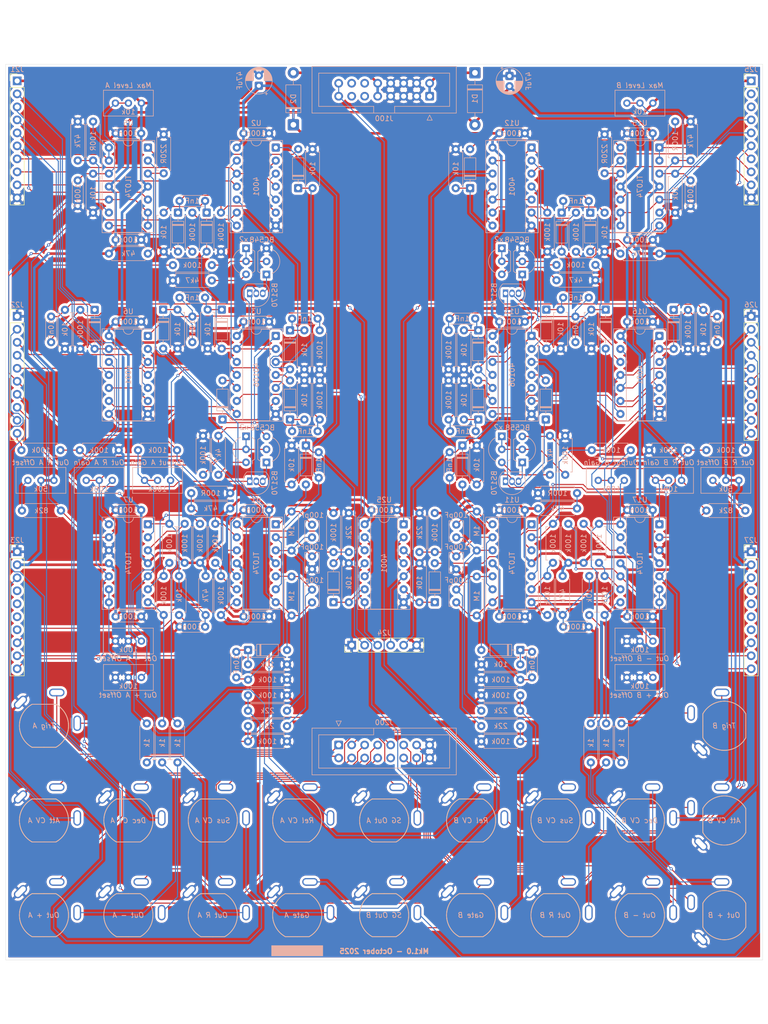
<source format=kicad_pcb>
(kicad_pcb (version 20241229) (generator "pcbnew") (generator_version "9.0")
  (title_block (rev "1") (company "DMH Instruments") (comment 1 "15cm Kosmo format synthesizer module PCB"))
  (layers (0 "F.Cu" signal) (2 "B.Cu" signal) (13 "F.Paste" user) (15 "B.Paste" user) (5 "F.SilkS" user "F.Silkscreen") (7 "B.SilkS" user "B.Silkscreen") (1 "F.Mask" user) (3 "B.Mask" user) (25 "Edge.Cuts" user))
  (net 0 "")
  (net 1 "GND")
  (net 2 "Net-(D3-A)")
  (net 3 "Net-(D4-A)")
  (net 4 "Net-(C43-Pad2)")
  (net 5 "Net-(D4-K)")
  (net 6 "Net-(J21F-Pin_6)")
  (net 7 "Net-(D6-K)")
  (net 8 "Net-(D15-A)")
  (net 9 "Net-(D16-A)")
  (net 10 "Net-(D15-K)")
  (net 11 "/Core Circuit A/ProcGate")
  (net 12 "+12V")
  (net 13 "-12V")
  (net 14 "Net-(D1-K)")
  (net 15 "Net-(D2-A)")
  (net 16 "Net-(J22B-Pin_2)")
  (net 17 "Net-(D7-A)")
  (net 18 "Net-(D7-K)")
  (net 19 "/Core Circuit A/Sus_Reset")
  (net 20 "Net-(J200-Pin_9)")
  (net 21 "Net-(J200-Pin_10)")
  (net 22 "Net-(J200-Pin_11)")
  (net 23 "Net-(J200-Pin_12)")
  (net 24 "/Inputs and Outputs A/Gate A TN")
  (net 25 "/Core Circuit A/Gate")
  (net 26 "/Core Circuit A/Trig")
  (net 27 "Net-(J200-Pin_1)")
  (net 28 "Net-(J200-Pin_2)")
  (net 29 "Net-(D12-K)")
  (net 30 "Net-(D14-K)")
  (net 31 "Net-(J200-Pin_3)")
  (net 32 "Net-(U5D-+)")
  (net 33 "Net-(J200-Pin_5)")
  (net 34 "/Core Circuit A/Out")
  (net 35 "Net-(C55-Pad2)")
  (net 36 "Net-(D16-K)")
  (net 37 "Net-(D44-K)")
  (net 38 "Net-(U11B-+)")
  (net 39 "/Core Circuit B/Gate")
  (net 40 "/Core Circuit B/Trig")
  (net 41 "/Inputs and Outputs A/SG Out B")
  (net 42 "Net-(D23-A)")
  (net 43 "/Inputs and Outputs A/Out R B")
  (net 44 "Net-(J25F-Pin_6)")
  (net 45 "/Inputs and Outputs A/Out - B")
  (net 46 "/Inputs and Outputs A/Out + B")
  (net 47 "/Core Circuit B/Out")
  (net 53 "Net-(D23-K)")
  (net 54 "Net-(Q1-B)")
  (net 55 "Net-(C59-Pad2)")
  (net 56 "Net-(U15B--)")
  (net 57 "Net-(Q2-C)")
  (net 58 "Net-(Q2-E)")
  (net 59 "Net-(D5-A)")
  (net 60 "Net-(Q3-B)")
  (net 61 "Net-(D25-K)")
  (net 62 "Net-(D26-K)")
  (net 63 "/Core Circuit B/ProcGate")
  (net 64 "Net-(U11A-+)")
  (net 65 "Net-(D31-K)")
  (net 66 "Net-(C56-Pad1)")
  (net 67 "Net-(U15D-+)")
  (net 68 "Net-(D33-K)")
  (net 69 "Net-(C71-Pad2)")
  (net 70 "Net-(D35-K)")
  (net 71 "/Core Circuit B/Sus_Reset")
  (net 72 "/Core Circuit A/InvGate")
  (net 73 "/Core Circuit A/Dec")
  (net 74 "Net-(D22-A)")
  (net 75 "/Core Circuit B/InvGate")
  (net 76 "Net-(D26-A)")
  (net 77 "/Core Circuit B/Dec")
  (net 78 "Net-(D34-K)")
  (net 79 "Net-(D34-A)")
  (net 80 "Net-(D35-A)")
  (net 81 "Net-(U5A--)")
  (net 82 "Net-(U7A--)")
  (net 83 "Net-(U7C--)")
  (net 84 "Net-(J23I-Pin_9)")
  (net 85 "Net-(U7B--)")
  (net 86 "Net-(U7D--)")
  (net 87 "/Core Circuit A/Out R")
  (net 88 "Net-(J200-Pin_4)")
  (net 89 "Net-(J9-PadT)")
  (net 90 "Net-(J10-PadT)")
  (net 91 "/CV Processing A/Att CV")
  (net 92 "/CV Processing A/Dec CV")
  (net 93 "Net-(J22D-Pin_4)")
  (net 94 "Net-(U2-Pad3)")
  (net 95 "Net-(U2-Pad13)")
  (net 96 "Net-(J27H-Pin_8)")
  (net 97 "Net-(D24-A)")
  (net 98 "/CV Processing A/Sus CV")
  (net 99 "/CV Processing A/Rel CV")
  (net 100 "Net-(J27I-Pin_9)")
  (net 101 "Net-(J26C-Pin_3)")
  (net 102 "/Core Circuit B/Out R")
  (net 103 "Net-(J23C-Pin_3)")
  (net 104 "Net-(J19-PadT)")
  (net 105 "Net-(J20-PadT)")
  (net 106 "/Core Circuit A/Dec_State")
  (net 107 "Net-(J26B-Pin_2)")
  (net 108 "Net-(D32-K)")
  (net 109 "/Core Circuit A/Att_State")
  (net 110 "/Core Circuit A/Rel_State")
  (net 111 "Net-(J26D-Pin_4)")
  (net 112 "/CV Processing A/Rel Proc CV")
  (net 113 "/Core Circuit A/Sus_State")
  (net 114 "/CV Processing A/Max Level")
  (net 115 "/CV Processing A/Sus Level")
  (net 116 "/Core Circuit A/Inv Sus State")
  (net 117 "/Core Circuit B/Rel_State")
  (net 118 "/Core Circuit B/Att_State")
  (net 119 "Net-(J22C-Pin_3)")
  (net 120 "/Core Circuit B/Dec_State")
  (net 121 "Net-(J27C-Pin_3)")
  (net 122 "/CV Processing B/Att CV")
  (net 123 "Net-(J23H-Pin_8)")
  (net 124 "/CV Processing B/Sus Level")
  (net 126 "/CV Processing B/Rel CV")
  (net 127 "/CV Processing B/Dec CV")
  (net 128 "/CV Processing B/Rel Proc CV")
  (net 129 "Net-(U1A--)")
  (net 130 "Net-(U1B-+)")
  (net 131 "Net-(U1A-+)")
  (net 132 "/CV Processing B/Max Level")
  (net 133 "/CV Processing B/Sus CV")
  (net 134 "Net-(J23J-Pin_10)")
  (net 135 "Net-(Q1-E)")
  (net 137 "Net-(Q3-E)")
  (net 138 "Net-(Q4-C)")
  (net 139 "Net-(U1C--)")
  (net 140 "Net-(Q17-E)")
  (net 141 "Net-(Q17-B)")
  (net 142 "Net-(Q18-C)")
  (net 143 "Net-(Q18-E)")
  (net 144 "Net-(Q19-B)")
  (net 145 "Net-(Q19-E)")
  (net 146 "Net-(Q20-C)")
  (net 147 "Net-(R6-Pad1)")
  (net 148 "Net-(U1D-+)")
  (net 149 "Net-(U5A-+)")
  (net 150 "Net-(U1C-+)")
  (net 151 "Net-(R91-Pad1)")
  (net 152 "Net-(R92-Pad2)")
  (net 153 "Net-(U7A-+)")
  (net 154 "Net-(U7B-+)")
  (net 155 "Net-(U17D--)")
  (net 156 "Net-(R103-Pad1)")
  (net 157 "Net-(U17C--)")
  (net 158 "Net-(U11D-+)")
  (net 159 "Net-(U11C--)")
  (net 160 "Net-(U15A-+)")
  (net 161 "Net-(U11C-+)")
  (net 162 "Net-(U11B--)")
  (net 163 "Net-(R188-Pad1)")
  (net 164 "Net-(R189-Pad2)")
  (net 165 "Net-(U17B--)")
  (net 166 "Net-(U17A--)")
  (net 167 "Net-(U15D--)")
  (net 168 "Net-(U17D-+)")
  (net 169 "Net-(U3-Pad6)")
  (net 172 "Net-(U17C-+)")
  (net 173 "Net-(U12-Pad11)")
  (net 174 "Net-(U13-Pad6)")
  (net 175 "Net-(J24C-Pin_3)")
  (net 176 "/Core Circuit B/Sus_State")
  (net 177 "/Core Circuit B/Inv Sus State")
  (net 178 "Net-(C42-Pad1)")
  (net 179 "Net-(C58-Pad1)")
  (net 180 "Net-(D32-A)")
  (net 181 "Net-(D13-K)")
  (net 182 "Net-(D13-A)")
  (net 187 "Net-(J27J-Pin_10)")
  (net 188 "Net-(U12-Pad2)")
  (net 189 "Net-(U5C--)")
  (net 190 "Net-(U3-Pad8)")
  (net 191 "Net-(U6-Pad10)")
  (net 192 "Net-(U13-Pad8)")
  (net 193 "Net-(U16-Pad4)")
  (net 194 "Net-(D41-K)")
  (net 195 "Net-(D42-K)")
  (net 196 "Net-(C80-Pad1)")
  (net 197 "Net-(D43-K)")
  (net 198 "Net-(J24D-Pin_4)")
  (net 199 "Net-(U25-Pad10)")
  (net 200 "Net-(U25-Pad2)")
  (footprint "SynthStuff:CUI_MJ-63052A" (layer "F.Cu") (at 150 208.75)
    (property "Reference" "J19" (hide yes))
    (property "Value" "TS_Jack_6.35mm_Sw" (hide yes))
  )
  (footprint "SynthStuff:CUI_MJ-63052A" (layer "F.Cu") (at 117 190.25)
    (property "Reference" "J14" (hide yes))
    (property "Value" "TS_Jack_6.35mm_Sw" (hide yes))
  )
  (footprint "Connector_PinHeader_2.54mm:PinHeader_1x06_P2.54mm_Vertical" (layer "F.Cu") (at 93.65 156 90)
    (property "Reference" "J24")
    (property "Value" "Conn_01x06_PinHeader" (hide yes))
  )
  (footprint "SynthStuff:CUI_MJ-63052A" (layer "F.Cu") (at 66.5 190.25)
    (property "Reference" "J3" (hide yes))
    (property "Value" "TS_Jack_6.35mm_Sw" (hide yes))
  )
  (footprint "SynthStuff:CUI_MJ-63052A" (layer "F.Cu") (at 33.5 190.25)
    (property "Reference" "J1" (hide yes))
    (property "Value" "TS_Jack_6.35mm_Sw" (hide yes))
  )
  (footprint "SynthStuff:CUI_MJ-63052A" (layer "F.Cu") (at 83 208.75)
    (property "Reference" "J5" (hide yes))
    (property "Value" "TS_Jack_6.35mm_Sw" (hide yes))
  )
  (footprint "SynthStuff:CUI_MJ-63052A" (layer "F.Cu") (at 166.5 208.75 90)
    (property "Reference" "J20" (hide yes))
    (property "Value" "TS_Jack_6.35mm_Sw" (hide yes))
  )
  (footprint "SynthStuff:CUI_MJ-63052A" (layer "F.Cu") (at 83 190.25)
    (property "Reference" "J4" (hide yes))
    (property "Value" "TS_Jack_6.35mm_Sw" (hide yes))
  )
  (footprint "SynthStuff:CUI_MJ-63052A" (layer "F.Cu") (at 133.5 208.75)
    (property "Reference" "J18" (hide yes))
    (property "Value" "TS_Jack_6.35mm_Sw" (hide yes))
  )
  (footprint "Connector_PinHeader_2.54mm:PinHeader_1x10_P2.54mm_Vertical" (layer "F.Cu") (at 28.25 45.75)
    (property "Reference" "J21")
    (property "Value" "Conn_01x10_PinHeader" (hide yes))
  )
  (footprint "SynthStuff:CUI_MJ-63052A" (layer "F.Cu") (at 100 190.25)
    (property "Reference" "J7" (hide yes))
    (property "Value" "TS_Jack_6.35mm_Sw" (hide yes))
  )
  (footprint "SynthStuff:CUI_MJ-63052A" (layer "F.Cu") (at 66.5 208.75)
    (property "Reference" "J8" (hide yes))
    (property "Value" "TS_Jack_6.35mm_Sw" (hide yes))
  )
  (footprint "Connector_PinHeader_2.54mm:PinHeader_1x10_P2.54mm_Vertical" (layer "F.Cu") (at 171.75 137.75)
    (property "Reference" "J27")
    (property "Value" "Conn_01x10_PinHeader" (hide yes))
  )
  (footprint "Connector_PinHeader_2.54mm:PinHeader_1x10_P2.54mm_Vertical" (layer "F.Cu") (at 28.25 137.75)
    (property "Reference" "J23")
    (property "Value" "Conn_01x10_PinHeader" (hide yes))
  )
  (footprint "SynthStuff:CUI_MJ-63052A" (layer "F.Cu") (at 33.5 208.75)
    (property "Reference" "J10" (hide yes))
    (property "Value" "TS_Jack_6.35mm_Sw" (hide yes))
  )
  (footprint "SynthStuff:CUI_MJ-63052A" (layer "F.Cu") (at 133.5 190.25)
    (property "Reference" "J13" (hide yes))
    (property "Value" "TS_Jack_6.35mm_Sw" (hide yes))
  )
  (footprint "Connector_PinHeader_2.54mm:PinHeader_1x10_P2.54mm_Vertical" (layer "F.Cu") (at 171.75 91.75)
    (property "Reference" "J26")
    (property "Value" "Conn_01x10_PinHeader" (hide yes))
  )
  (footprint "SynthStuff:CUI_MJ-63052A" (layer "F.Cu") (at 33.5 171.75)
    (property "Reference" "J6" (hide yes))
    (property "Value" "TS_Jack_6.35mm_Sw" (hide yes))
  )
  (footprint "Connector_PinHeader_2.54mm:PinHeader_1x10_P2.54mm_Vertical" (layer "F.Cu") (at 28.25 91.75)
    (property "Reference" "J22")
    (property "Value" "Conn_01x10_PinHeader" (hide yes))
  )
  (footprint "SynthStuff:CUI_MJ-63052A" (layer "F.Cu") (at 150 190.25)
    (property "Reference" "J12" (hide yes))
    (property "Value" "TS_Jack_6.35mm_Sw" (hide yes))
  )
  (footprint "SynthStuff:CUI_MJ-63052A" (layer "F.Cu") (at 50 190.25)
    (property "Reference" "J2" (hide yes))
    (property "Value" "TS_Jack_6.35mm_Sw" (hide yes))
  )
  (footprint "SynthStuff:CUI_MJ-63052A" (layer "F.Cu") (at 166.5 171.75 90)
    (property "Reference" "J16" (hide yes))
    (property "Value" "TS_Jack_6.35mm_Sw" (hide yes))
  )
  (footprint "Connector_PinHeader_2.54mm:PinHeader_1x10_P2.54mm_Vertical" (layer "F.Cu") (at 171.75 45.75)
    (property "Reference" "J25")
    (property "Value" "Conn_01x10_PinHeader" (hide yes))
  )
  (footprint "SynthStuff:CUI_MJ-63052A" (layer "F.Cu") (at 100 208.75)
    (property "Reference" "J17" (hide yes))
    (property "Value" "TS_Jack_6.35mm_Sw" (hide yes))
  )
  (footprint "SynthStuff:CUI_MJ-63052A" (layer "F.Cu") (at 166.5 190.25 90)
    (property "Reference" "J11" (hide yes))
    (property "Value" "TS_Jack_6.35mm_Sw" (hide yes))
  )
  (footprint "SynthStuff:CUI_MJ-63052A" (layer "F.Cu") (at 117 208.75)
    (property "Reference" "J15" (hide yes))
    (property "Value" "TS_Jack_6.35mm_Sw" (hide yes))
  )
  (footprint "SynthStuff:CUI_MJ-63052A" (layer "F.Cu") (at 50 208.75)
    (property "Reference" "J9" (hide yes))
    (property "Value" "TS_Jack_6.35mm_Sw" (hide yes))
  )
  (footprint "Resistor_THT:R_Axial_DIN0207_L6.3mm_D2.5mm_P7.62mm_Horizontal" (layer "B.Cu") (at 119 159.75)
    (property "Reference" "R110" (hide yes))
    (property "Value" "10k")
  )
  (footprint "Potentiometer_THT:Potentiometer_Bourns_3296W_Vertical" (layer "B.Cu") (at 52.54 155.2)
    (property "Reference" "RV20" (hide yes))
    (property "Value" "100k")
  )
  (footprint "Resistor_THT:R_Axial_DIN0207_L6.3mm_D2.5mm_P7.62mm_Horizontal" (layer "B.Cu") (at 112.6 111.91 90)
    (property "Reference" "R143" (hide yes))
    (property "Value" "100k")
  )
  (footprint "Resistor_THT:R_Axial_DIN0207_L6.3mm_D2.5mm_P7.62mm_Horizontal" (layer "B.Cu") (at 118.99 171.8)
    (property "Reference" "R106" (hide yes))
    (property "Value" "22k")
  )
  (footprint "Resistor_THT:R_Axial_DIN0207_L6.3mm_D2.5mm_P7.62mm_Horizontal" (layer "B.Cu") (at 43.1 71.51 90)
    (property "Reference" "R35" (hide yes))
    (property "Value" "10k")
  )
  (footprint "Resistor_THT:R_Axial_DIN0207_L6.3mm_D2.5mm_P7.62mm_Horizontal" (layer "B.Cu") (at 81.9 150.21 90)
    (property "Reference" "R5" (hide yes))
    (property "Value" "1M")
  )
  (footprint "Resistor_THT:R_Axial_DIN0207_L6.3mm_D2.5mm_P7.62mm_Horizontal" (layer "B.Cu") (at 130.09 129.3)
    (property "Reference" "R131" (hide yes))
    (property "Value" "47k")
  )
  (footprint "Package_DIP:DIP-14_W7.62mm_Socket" (layer "B.Cu") (at 153.81 95.585 180)
    (property "Reference" "U16" (hide yes))
    (property "Value" "4001")
  )
  (footprint "Capacitor_THT:C_Disc_D4.3mm_W1.9mm_P5.00mm" (layer "B.Cu") (at 152.5 56 180)
    (property "Reference" "C27" (hide yes))
    (property "Value" "100nF")
  )
  (footprint "Capacitor_THT:C_Disc_D4.3mm_W1.9mm_P5.00mm" (layer "B.Cu") (at 72.5 56)
    (property "Reference" "C5" (hide yes))
    (property "Value" "100nF")
  )
  (footprint "Resistor_THT:R_Axial_DIN0207_L6.3mm_D2.5mm_P7.62mm_Horizontal" (layer "B.Cu") (at 87.4 94.49 -90)
    (property "Reference" "R39" (hide yes))
    (property "Value" "100k")
  )
  (footprint "Package_TO_SOT_THT:TO-92_Inline" (layer "B.Cu") (at 73.73 123.99)
    (property "Reference" "Q5" (hide yes))
    (property "Value" "BS170")
  )
  (footprint "Potentiometer_THT:Potentiometer_Bourns_3296W_Vertical" (layer "B.Cu") (at 152.54 155.2)
    (property "Reference" "RV41" (hide yes))
    (property "Value" "100k")
  )
  (footprint "Resistor_THT:R_Axial_DIN0207_L6.3mm_D2.5mm_P7.62mm_Horizontal" (layer "B.Cu") (at 156.9 71.51 90)
    (property "Reference" "R132" (hide yes))
    (property "Value" "10k")
  )
  (footprint "Capacitor_THT:C_Disc_D4.3mm_W1.9mm_P5.00mm" (layer "B.Cu") (at 127.5 129.6 180)
    (property "Reference" "C22" (hide yes))
    (property "Value" "100nF")
  )
  (footprint "Resistor_THT:R_Axial_DIN0207_L6.3mm_D2.5mm_P7.62mm_Horizontal" (layer "B.Cu") (at 59.6 171.29 -90)
    (property "Reference" "R91" (hide yes))
    (property "Value" "1k")
  )
  (footprint "Package_DIP:DIP-14_W7.62mm_Socket" (layer "B.Cu") (at 128.81 132.385 180)
    (property "Reference" "U11" (hide yes))
    (property "Value" "TL074")
  )
  (footprint "Resistor_THT:R_Axial_DIN0207_L6.3mm_D2.5mm_P7.62mm_Horizontal" (layer "B.Cu") (at 106.9 130.19 -90)
    (property "Reference" "R114" (hide yes))
    (property "Value" "22k")
  )
  (footprint "Resistor_THT:R_Axial_DIN0207_L6.3mm_D2.5mm_P7.62mm_Horizontal" (layer "B.Cu") (at 56.9 79.11 90)
    (property "Reference" "R25" (hide yes))
    (property "Value" "10k")
  )
  (footprint "Resistor_THT:R_Axial_DIN0207_L6.3mm_D2.5mm_P7.62mm_Horizontal" (layer "B.Cu") (at 69.91 129.3 180)
    (property "Reference" "R34" (hide yes))
    (property "Value" "47k")
  )
  (footprint "Resistor_THT:R_Axial_DIN0207_L6.3mm_D2.5mm_P7.62mm_Horizontal" (layer "B.Cu") (at 139 132.29 -90)
    (property "Reference" "R193" (hide yes))
    (property "Value" "100k")
  )
  (footprint "Capacitor_THT:C_Disc_D4.3mm_W1.9mm_P5.00mm" (layer "B.Cu") (at 47.5 92.8)
    (property "Reference" "C10" (hide yes))
    (property "Value" "100nF")
  )
  (footprint "Capacitor_THT:C_Disc_D4.3mm_W1.9mm_P5.00mm" (layer "B.Cu") (at 135 88.1)
    (property "Reference" "C68" (hide yes))
    (property "Value" "1nF")
  )
  (footprint "Capacitor_THT:C_Disc_D4.3mm_W1.9mm_P5.00mm" (layer "B.Cu") (at 72.5 92.8)
    (property "Reference" "C6" (hide yes))
    (property "Value" "100nF")
  )
  (footprint "Package_DIP:DIP-14_W7.62mm_Socket" (layer "B.Cu") (at 78.81 132.385 180)
    (property "Reference" "U1" (hide yes))
    (property "Value" "TL074")
  )
  (footprint "Capacitor_THT:C_Disc_D4.3mm_W1.9mm_P5.00mm" (layer "B.Cu") (at 122.5 92.8)
    (property "Reference" "C25" (hide yes))
    (property "Value" "100nF")
  )
  (footprint "Resistor_THT:R_Axial_DIN0207_L6.3mm_D2.5mm_P7.62mm_Horizontal" (layer "B.Cu") (at 159.9 53.69 -90)
    (property "Reference" "R19" (hide yes))
    (property "Value" "47k")
  )
  (footprint "Capacitor_THT:C_Disc_D4.3mm_W1.9mm_P5.00mm" (layer "B.Cu") (at 52.5 129.6 180)
    (property "Reference" "C11" (hide yes))
    (property "Value" "100nF")
  )
  (footprint "Resistor_THT:R_Axial_DIN0207_L6.3mm_D2.5mm_P7.62mm_Horizontal" (layer "B.Cu") (at 81.01 162.75 180)
    (property "Reference" "R14" (hide yes))
    (property "Value" "100k")
  )
  (footprint "Resistor_THT:R_Axial_DIN0207_L6.3mm_D2.5mm_P7.62mm_Horizontal" (layer "B.Cu") (at 29.09 117.9)
    (property "Reference" "R40" (hide yes))
    (property "Value" "100k")
  )
  (footprint "Package_TO_SOT_THT:TO-92_Inline" (layer "B.Cu") (at 123.73 123.99)
    (property "Reference" "Q21" (hide yes))
    (property "Value" "BS170")
  )
  (footprint "Package_TO_SOT_THT:TO-92_Inline" (layer "B.Cu") (at 73.73 87.27)
    (property "Reference" "Q6" (hide yes))
    (property "Value" "BS170")
  )
  (footprint "Capacitor_THT:CP_Radial_D5.0mm_P2.00mm" (layer "B.Cu") (at 75.5 46.705113 90)
    (property "Reference" "C2" (hide yes))
    (property "Value" "47uF")
  )
  (footprint "Capacitor_THT:C_Disc_D4.3mm_W1.9mm_P5.00mm" (layer "B.Cu") (at 52.5 56 180)
    (property "Reference" "C8" (hide yes))
    (property "Value" "100nF")
  )
  (footprint "Resistor_THT:R_Axial_DIN0207_L6.3mm_D2.5mm_P7.62mm_Horizontal" (layer "B.Cu") (at 46.19 79.5)
    (property "Reference" "R41" (hide yes))
    (property "Value" "47k")
  )
  (footprint "Resistor_THT:R_Axial_DIN0207_L6.3mm_D2.5mm_P7.62mm_Horizontal" (layer "B.Cu") (at 118.99 165.8)
    (property "Reference" "R118" (hide yes))
    (property "Value" "100k")
  )
  (footprint "Resistor_THT:R_Axial_DIN0207_L6.3mm_D2.5mm_P7.62mm_Horizontal" (layer "B.Cu") (at 59.6 98.06 90)
    (property "Reference" "R108" (hide yes))
    (property "Value" "10k")
  )
  (footprint "Capacitor_THT:C_Disc_D4.3mm_W1.9mm_P5.00mm" (layer "B.Cu") (at 128.9 157.3 -90)
    (property "Reference" "C59" (hide yes))
    (property "Value" "10nF")
  )
  (footprint "Diode_THT:D_DO-35_SOD27_P7.62mm_Horizontal" (layer "B.Cu") (at 118.4 94.49 -90)
    (property "Reference" "D33" (hide yes))
    (property "Value" "1N4148" (hide yes))
  )
  (footprint "Capacitor_THT:C_Disc_D3.8mm_W2.6mm_P2.50mm" (layer "B.Cu") (at 85.9 134.95 90)
    (property "Reference" "C48" (hide yes))
    (property "Value" "100pF")
  )
  (footprint "Resistor_THT:R_Axial_DIN0207_L6.3mm_D2.5mm_P7.62mm_Horizontal" (layer "B.Cu") (at 67.6 115.09 -90)
    (property "Reference" "R1" (hide yes))
    (property "Value" "4k7")
  )
  (footprint "Diode_THT:D_DO-41_SOD81_P10.16mm_Horizontal" (layer "B.Cu") (at 117.75 44.17 -90)
    (property "Reference" "D1")
    (property "Value" "SB140-" (hide yes))
  )
  (footprint "Resistor_THT:R_Axial_DIN0207_L6.3mm_D2.5mm_P7.62mm_Horizontal" (layer "B.Cu") (at 84.4 111.91 90)
    (property "Reference" "R45" (hide yes))
    (property "Value" "10k")
  )
  (footprint "Diode_THT:D_DO-35_SOD27_P7.62mm_Horizontal" (layer "B.Cu") (at 65.3 71.49 -90)
    (property "Reference" "D6" (hide yes))
    (property "Value" "1N4148" (hide yes))
  )
  (footprint "Resistor_THT:R_Axial_DIN0207_L6.3mm_D2.5mm_P7.62mm_Horizontal" (layer "B.Cu") (at 140.59 117.9)
    (property "Reference" "R190" (hide yes))
    (property "Value" "100k")
  )
  (footprint "Resistor_THT:R_Axial_DIN0207_L6.3mm_D2.5mm_P7.62mm_Horizontal" (layer "B.Cu") (at 53.6 178.91 90)
    (property "Reference" "R22" (hide yes))
    (property "Value" "1k")
  )
  (footprint "Diode_THT:D_DO-35_SOD27_P7.62mm_Horizontal" (layer "B.Cu") (at 68.4 111.91 90)
    (property "Reference" "D3" (hide yes))
    (property "Value" "1N4148" (hide yes))
  )
  (footprint "Capacitor_THT:C_Disc_D4.3mm_W1.9mm_P5.00mm" (layer "B.Cu") (at 65 69.2 180)
    (property "Reference" "C47" (hide yes))
    (property "Value" "1nF")
  )
  (footprint "Diode_THT:D_DO-35_SOD27_P7.62mm_Horizontal" (layer "B.Cu") (at 43.4 90.49 -90)
    (property "Reference" "D43" (hide yes))
    (property "Value" "1N4148" (hide yes))
  )
  (footprint "Capacitor_THT:CP_Radial_D5.0mm_P2.00mm" (layer "B.Cu") (at 124.5 44.794888 -90)
    (property "Reference" "C1" (hide yes))
    (property "Value" "47uF")
  )
  (footprint "Resistor_THT:R_Axial_DIN0207_L6.3mm_D2.5mm_P7.62mm_Horizontal" (layer "B.Cu") (at 40.49 117.9)
    (property "Reference" "R42" (hide yes))
    (property "Value" "100k")
  )
  (footprint "Resistor_THT:R_Axial_DIN0207_L6.3mm_D2.5mm_P7.62mm_Horizontal" (layer "B.Cu") (at 81.01 159.75 180)
    (property "Reference" "R13" (hide yes))
    (property "Value" "10k")
  )
  (footprint "Resistor_THT:R_Axial_DIN0207_L6.3mm_D2.5mm_P7.62mm_Horizontal" (layer "B.Cu") (at 134.9 142.49 -90)
    (property "Reference" "R101" (hide yes))
    (property "Value" "47k")
  )
  (footprint "Resistor_THT:R_Axial_DIN0207_L6.3mm_D2.5mm_P7.62mm_Horizontal" (layer "B.Cu") (at 64.6 122.71 90)
    (property "Reference" "R8" (hide yes))
    (property "Value" "100k")
  )
  (footprint "Diode_THT:D_DO-35_SOD27_P7.62mm_Horizontal" (layer "B.Cu") (at 81.6 94.49 -90)
    (property "Reference" "D14" (hide yes))
    (property "Value" "1N4148" (hide yes))
  )
  (footprint "Resistor_THT:R_Axial_DIN0207_L6.3mm_D2.5mm_P7.62mm_Horizontal" (layer "B.Cu") (at 65.1 142.49 -90)
    (property "Reference" "R4" (hide yes))
    (property "Value" "47k")
  )
  (footprint "Resistor_THT:R_Axial_DIN0207_L6.3mm_D2.5mm_P7.62mm_Horizontal" (layer "B.Cu") (at 133 139.91 90)
    (property "Reference" "R133" (hide yes))
    (property "Value" "100k")
  )
  (footprint "Resistor_THT:R_Axial_DIN0207_L6.3mm_D2.5mm_P7.62mm_Horizontal" (layer "B.Cu") (at 112.6 94.49 -90)
    (property "Reference" "R136" (hide yes))
    (property "Value" "100k")
  )
  (footprint "Resistor_THT:R_Axial_DIN0207_L6.3mm_D2.5mm_P7.62mm_Horizontal" (layer "B.Cu") (at 37.6 98.11 90)
    (property "Reference" "R116" (hide yes))
    (property "Value" "10k")
  )
  (footprint "Capacitor_THT:C_Disc_D4.3mm_W1.9mm_P5.00mm" (layer "B.Cu") (at 152.5 76.8 180)
    (property "Reference" "C28" (hide yes))
    (property "Value" "100nF")
  )
  (footprint "Capacitor_THT:C_Disc_D4.3mm_W1.9mm_P5.00mm" (layer "B.Cu") (at 62.5 96.8 90)
    (property "Reference" "C77" (hide yes))
    (property "Value" "10nF")
  )
  (footprint "Capacitor_THT:C_Disc_D4.3mm_W1.9mm_P5.00mm" (layer "B.Cu") (at 40.1 70.2 90)
    (property "Reference" "C53" (hide yes))
    (property "Value" "100nF")
  )
  (footprint "Potentiometer_THT:Potentiometer_Bourns_3296W_Vertical" (layer "B.Cu") (at 52.54 162.305)
    (property "Reference" "RV21" (hide yes))
    (property "Value" "100k")
  )
  (footprint "Diode_THT:D_DO-35_SOD27_P7.62mm_Horizontal" (layer "B.Cu") (at 140.3 71.5 -90)
    (property "Reference" "D26" (hide yes))
    (property "Value" "1N4148" (hide yes))
  )
  (footprint "Resistor_THT:R_Axial_DIN0207_L6.3mm_D2.5mm_P7.62mm_Horizontal" (layer "B.Cu") (at 56.9 142.49 -90)
    (property "Reference" "R92" (hide yes))
    (property "Value" "100k")
  )
  (footprint "Resistor_THT:R_Axial_DIN0207_L6.3mm_D2.5mm_P7.62mm_Horizontal" (layer "B.Cu") (at 159.41 117.9 180)
    (property "Reference" "R139" (hide yes))
    (property "Value" "100k")
  )
  (footprint "Resistor_THT:R_Axial_DIN0207_L6.3mm_D2.5mm_P7.62mm_Horizontal" (layer "B.Cu") (at 136 132.29 -90)
    (property "Reference" "R194" (hide yes))
    (property "Value" "100k")
  )
  (footprint "Resistor_THT:R_Axial_DIN0207_L6.3mm_D2.5mm_P7.62mm_Horizontal" (layer "B.Cu") (at 64 132.29 -90)
    (property "Reference" "R97" (hide yes))
    (property "Value" "100k")
  )
  (footprint "Package_DIP:DIP-14_W7.62mm_Socket" (layer "B.Cu") (at 153.81 132.385 180)
    (property "Reference" "U17" (hide yes))
    (property "Value" "TL074")
  )
  (footprint "Diode_THT:D_DO-35_SOD27_P7.62mm_Horizontal" (layer "B.Cu") (at 116.8 66.71 90)
    (property "Reference" "D34" (hide yes))
    (property "Value" "1N4148" (hide yes))
  )
  (footprint "Capacitor_THT:C_Disc_D4.3mm_W1.9mm_P5.00mm" (layer "B.Cu") (at 52.5 150.4 180)
    (property "Reference" "C12" (hide yes))
    (property "Value" "100nF")
  )
  (footprint "Resistor_THT:R_Axial_DIN0207_L6.3mm_D2.5mm_P7.62mm_Horizontal" (layer "B.Cu") (at 67 139.91 90)
    (property "Reference" "R36" (hide yes))
    (property "Value" "100k")
  )
  (footprint "Resistor_THT:R_Axial_DIN0207_L6.3mm_D2.5mm_P7.62mm_Horizontal" (layer "B.Cu") (at 156.9 61.31 90)
    (property "Reference" "R199" (hide yes))
    (property "Value" "100R")
  )
  (footprint "Potentiometer_THT:Potentiometer_Bourns_3296W_Vertical" (layer "B.Cu") (at 58.24 123.805)
    (property "Reference" "RV19" (hide yes))
    (property "Value" "100k")
  )
  (footprint "Capacitor_THT:C_Disc_D4.3mm_W1.9mm_P5.00mm" (layer "B.Cu") (at 152.5 150.4 180)
    (property "Reference" "C31" (hide yes))
    (property "Value" "100nF")
  )
  (footprint "Diode_THT:D_DO-35_SOD27_P7.62mm_Horizontal" (layer "B.Cu") (at 68.25 90.44 -90)
    (property "Reference" "D12" (hide yes))
    (property "Value" "1N4148" (hide yes))
  )
  (footprint "Resistor_THT:R_Axial_DIN0207_L6.3mm_D2.5mm_P7.62mm_Horizontal" (layer "B.Cu") (at 90.1 137.81 90)
    (property "Reference" "R16" (hide yes))
    (property "Value" "100k")
  )
  (footprint "Potentiometer_THT:Potentiometer_Bourns_3296W_Vertical" (layer "B.Cu") (at 147.46 50.095 180)
    (property "Reference" "RV24" (hide yes))
    (property "Value" "10k")
  )
  (footprint "Diode_THT:D_DO-35_SOD27_P7.62mm_Horizontal" (layer "B.Cu") (at 109.9 147.61 90)
    (property "Reference" "D32" (hide yes))
    (property "Value" "1N4148" (hide yes))
  )
  (footprint "Diode_THT:D_DO-35_SOD27_P7.62mm_Horizontal" (layer "B.Cu") (at 56.8 90.44 -90)
    (property "Reference" "D41" (hide yes))
    (property "Value" "1N4148" (hide yes))
  )
  (footprint "Resistor_THT:R_Axial_DIN0207_L6.3mm_D2.5mm_P7.62mm_Horizontal" (layer "B.Cu") (at 132.4 115.09 -90)
    (property "Reference" "R98" (hide yes))
    (property "Value" "4k7")
  )
  (footprint "Capacitor_THT:C_Disc_D4.3mm_W1.9mm_P5.00mm" (layer "B.Cu") (at 135 152.4)
    (property "Reference" "C58" (hide yes))
    (property "Value" "100nF")
  )
  (footprint "Resistor_THT:R_Axial_DIN0207_L6.3mm_D2.5mm_P7.62mm_Horizontal" (layer "B.Cu") (at 81.01 168.8 180)
    (property "Reference" "R20" (hide yes))
    (property "Value" "22k")
  )
  (footprint "Capacitor_THT:C_Disc_D4.3mm_W1.9mm_P5.00mm" (layer "B.Cu") (at 82 114.2)
    (property "Reference" "C55" (hide yes))
    (property "Value" "1nF")
  )
  (footprint "Resistor_THT:R_Axial_DIN0207_L6.3mm_D2.5mm_P7.62mm_Horizontal" (layer "B.Cu") (at 59.9 150.11 90)
    (property "Reference" "R7" (hide yes))
    (property "Value" "10k")
  )
  (footprint "Capacitor_THT:C_Disc_D4.3mm_W1.9mm_P5.00mm" (layer "B.Cu") (at 65 152.4 180)
    (property "Reference" "C42" (hide yes))
    (property "Value" "100nF")
  )
  (footprint "Resistor_THT:R_Axial_DIN0207_L6.3mm_D2.5mm_P7.62mm_Horizontal" (layer "B.Cu") (at 81.01 171.8 180)
    (property "Reference" "R9" (hide yes))
    (property "Value" "22k")
  )
  (footprint "Resistor_THT:R_Axial_DIN0207_L6.3mm_D2.5mm_P7.62mm_Horizontal" (layer "B.Cu") (at 143.1 63.81 90)
    (property "Reference" "R141" (hide yes))
    (property "Value" "220R")
  )
  (footprint "Diode_THT:D_DO-35_SOD27_P7.62mm_Horizontal" (layer "B.Cu") (at 84.7 116.99 -90)
    (property "Reference" "D5" (hide yes))
    (property "Value" "1N4148" (hide yes))
  )
  (footprint "Capacitor_THT:C_Disc_D4.3mm_W1.9mm_P5.00mm" (layer "B.Cu") (at 97.5 129.6)
    (property "Reference" "C72" (hide yes))
    (property "Value" "100nF")
  )
  (footprint "Package_DIP:DIP-14_W7.62mm_Socket" (layer "B.Cu") (at 53.81 132.385 180)
    (property "Reference" "U7" (hide yes))
    (property "Value" "TL074")
  )
  (footprint "Resistor_THT:R_Axial_DIN0207_L6.3mm_D2.5mm_P7.62mm_Horizontal" (layer "B.Cu") (at 81.01 165.8 180)
    (property "Reference" "R21" (hide yes))
    (property "Value" "100k")
  )
  (footprint "Resistor_THT:R_Axial_DIN0207_L6.3mm_D2.5mm_P7.62mm_Horizontal" (layer "B.Cu") (at 86 66.71 90)
    (property "Reference" "R47" (hide yes))
    (property "Value" "10k")
  )
  (footprint "Diode_THT:D_DO-35_SOD27_P7.62mm_Horizontal" (layer "B.Cu") (at 156.6 90.49 -90)
    (property "Reference" "D44" (hide yes))
    (property "Value" "1N4148" (hide yes))
  )
  (footprint "Capacitor_THT:C_Disc_D4.3mm_W1.9mm_P5.00mm" (layer "B.Cu") (at 137.4 96.8 90)
    (property "Reference" "C78" (hide yes))
    (property "Value" "10nF")
  )
  (footprint "Resistor_THT:R_Axial_DIN0207_L6.3mm_D2.5mm_P7.62mm_Horizontal" (layer "B.Cu") (at 93.1 139.99 -90)
    (property "Reference" "R32" (hide yes))
    (property "Value" "10k")
  )
  (footprint "Capacitor_THT:C_Disc_D4.3mm_W1.9mm_P5.00mm" (layer "B.Cu") (at 135 69.21)
    (property "Reference" "C63" (hide yes))
    (property "Value" "1nF")
  )
  (footprint "Capacitor_THT:C_Disc_D4.3mm_W1.9mm_P5.00mm" (layer "B.Cu") (at 87.2 118.3 -90)
    (property "Reference" "C46" (hide yes))
    (property "Value" "1nF")
  )
  (footprint "Resistor_THT:R_Axial_DIN0207_L6.3mm_D2.5mm_P7.62mm_Horizontal" (layer "B.Cu") (at 65.5 90.44 -90)
    (property "Reference" "R31" (hide yes))
    (property "Value" "10k")
  )
  (footprint "Resistor_THT:R_Axial_DIN0207_L6.3mm_D2.5mm_P7.62mm_Horizontal" (layer "B.Cu") (at 137.5 71.5 -90)
    (property "Reference" "R100" (hide yes))
    (property "Value" "100k")
  )
  (footprint "Resistor_THT:R_Axial_DIN0207_L6.3mm_D2.5mm_P7.62mm_Horizontal" (layer "B.Cu") (at 58.69 81.75)
    (property "Reference" "R2" (hide yes))
    (property "Value" "100k")
  )
  (footprint "Resistor_THT:R_Axial_DIN0207_L6.3mm_D2.5mm_P7.62mm_Horizontal" (layer "B.Cu") (at 118.1 129.89 -90)
    (property "Reference" "R120" (hide yes))
    (property "Value" "1M")
  )
  (footprint "Package_TO_SOT_THT:TO-92L_Inline_Wide" (layer "B.Cu") (at 127 83.56 90)
    (property "Reference" "Q20" (hide yes))
    (property "Value" "BC548")
  )
  (footprint "Capacitor_THT:C_Disc_D4.3mm_W1.9mm_P5.00mm" (layer "B.Cu") (at 152.5 129.6 180)
    (property "Reference" "C30" (hide yes))
    (property "Value" "100nF")
  )
  (footprint "Resistor_THT:R_Axial_DIN0207_L6.3mm_D2.5mm_P7.62mm_Horizontal" (layer "B.Cu") (at 106.9 139.99 -90)
    (property "Reference" "R43" (hide yes))
    (property "Value" "10k")
  )
  (footprint "Resistor_THT:R_Axial_DIN0207_L6.3mm_D2.5mm_P7.62mm_Horizontal" (layer "B.Cu") (at 143.1 79.12 90)
    (property "Reference" "R122" (hide yes))
    (property "Value" "10k")
  )
  (footprint "Package_TO_SOT_THT:TO-92L_Inline_Wide" (layer "B.Cu") (at 123 115.2 -90)
    (property "Reference" "Q17" (hide yes))
    (property "Value" "BC558")
  )
  (footprint "Resistor_THT:R_Axial_DIN0207_L6.3mm_D2.5mm_P7.62mm_Horizontal" (layer "B.Cu") (at 140.4 171.29 -90)
    (property "Reference" "R188" (hide yes))
    (property "Value" "1k")
  )
  (footprint "Package_TO_SOT_THT:TO-92L_Inline_Wide" (layer "B.Cu") (at 77 83.56 90)
    (property "Reference" "Q4" (hide yes))
    (property "Value" "BC548")
  )
  (footprint "Resistor_THT:R_Axial_DIN0207_L6.3mm_D2.5mm_P7.62mm_Horizontal" (layer "B.Cu") (at 159.4 90.49 -90)
    (property "Reference" "R129" (hide yes))
    (property "Value" "100k")
  )
  (footprint "Package_DIP:DIP-14_W7.62mm_Socket" (layer "B.Cu") (at 128.81 58.785 180)
    (property "Reference" "U12" (hide yes))
    (property "Value" "4001")
  )
  (footprint "Capacitor_THT:C_Disc_D3.8mm_W2.6mm_P2.50mm" (layer "B.Cu") (at 85.9 141.15 90)
    (property "Reference" "C44" (hide yes))
    (property "Value" "100pF")
  )
  (footprint "Resistor_THT:R_Axial_DIN0207_L6.3mm_D2.5mm_P7.62mm_Horizontal" (layer "B.Cu") (at 56.6 171.29 -90)
    (property "Reference" "R95" (hide yes))
    (property "Value" "1k")
  )
  (footprint "SynthStuff:IDC-Header_2x08_P2.54mm_Vertical_BackBone" (layer "B.Cu") (at 91.11 175.4975 -90)
    (property "Reference" "J200")
    (property "Value" "IDC_02x08")
  )
  (footprint "Resistor_THT:R_Axial_DIN0207_L6.3mm_D2.5mm_P7.62mm_Horizontal" (layer "B.Cu") (at 118.99 168.8)
    (property "Reference" "R117" (hide yes))
    (property "Value" "22k")
  )
  (footprint "SynthStuff:IDC-Header_2x08_P2.54mm_Vertical_Eurorack" (layer "B.Cu") (at 108.89 48.7525 90)
    (property "Reference" "J100")
    (property "Value" "IDC_02x08" (hide yes))
  )
  (footprint "Capacitor_THT:C_Disc_D4.3mm_W1.9mm_P5.00mm" (layer "B.Cu") (at 34.9 96.8 90)
    (property "Reference" "C80" (hide yes))
    (property "Value" "10nF")
  )
  (footprint "Package_TO_SOT_THT:TO-92L_Inline_Wide" (layer "B.Cu") (at 127 120.29 90)
    (property "Reference" "Q18" (hide yes))
    (property "Value" "BC558" (hide yes))
  )
  (footprint "Potentiometer_THT:Potentiometer_Bourns_3296W_Vertical" (layer "B.Cu") (at 146.94 123.805)
    (property "Reference" "RV40" (hide yes))
    (property "Value" "100k")
  )
  (footprint "Resistor_THT:R_Axial_DIN0207_L6.3mm_D2.5mm_P7.62mm_Horizontal" (layer "B.Cu") (at 162.4 98.11 90)
    (property "Reference" "R140" (hide yes))
    (property "Value" "10k")
  )
  (footprint "Capacitor_THT:C_Disc_D4.3mm_W1.9mm_P5.00mm" (layer "B.Cu") (at 159.9 70.2 90)
    (property "Reference" "C69" (hide yes))
    (property "Value" "100nF")
  )
  (footprint "Resistor_THT:R_Axial_DIN0207_L6.3mm_D2.5mm_P7.62mm_Horizontal" (layer "B.Cu") (at 134.5 90.44 -90)
    (property "Reference" "R128" (hide yes))
    (property "Value" "10k")
  )
  (footprint "Resistor_THT:R_Axial_DIN0207_L6.3mm_D2.5mm_P7.62mm_Horizontal" (layer "B.Cu") (at 115.6 111.91 90)
    (property "Reference" "R142" (hide yes))
    (property "Value" "10k")
  )
  (footprint "Capacitor_THT:C_Disc_D4.3mm_W1.9mm_P5.00mm" (layer "B.Cu") (at 165.1 96.8 90)
    (property "Reference" "C56" (hide yes))
    (property "Value" "10nF")
  )
  (footprint "Resistor_THT:R_Axial_DIN0207_L6.3mm_D2.5mm_P7.62mm_Horizontal" (layer "B.Cu") (at 170.61 117.9 180)
    (property "Reference" "R137" (hide yes))
    (property "Value" "100k")
  )
  (footprint "Capacitor_THT:C_Disc_D3.8mm_W2.6mm_P2.50mm" (layer "B.Cu") (at 114.1 141.15 90)
    (property "Reference" "C60" (hide yes))
    (property "Value" "100pF")
  )
  (footprint "Package_TO_SOT_THT:TO-92L_Inline_Wide" (layer "B.Cu") (at 73 115.2 -90)
    (property "Reference" "Q1" (hide yes))
    (property "Value" "BC558" (hide yes))
  )
  (footprint "Diode_THT:D_DO-35_SOD27_P7.62mm_Horizontal" (layer "B.Cu") (at 131.6 111.91 90)
    (property "Reference" "D22" (hide yes))
    (property "Value" "1N4148" (hide yes))
  )
  (footprint "Resistor_THT:R_Axial_DIN0207_L6.3mm_D2.5mm_P7.62mm_Horizontal" (layer "B.Cu") (at 146.19 79.5)
    (property "Reference" "R138" (hide yes))
    (property "Value" "47k")
  )
  (footprint "Resistor_THT:R_Axial_DIN0207_L6.3mm_D2.5mm_P7.62mm_Horizontal" (layer "B.Cu") (at 131.9 79.11 90)
    (property "Reference" "R123" (hide yes))
    (property "Value" "100k")
  )
  (footprint "Capacitor_THT:C_Disc_D3.8mm_W2.6mm_P2.50mm" (layer "B.Cu") (at 114.1 134.95 90)
    (property "Reference" "C64" (hide yes))
    (property "Value" "100pF")
  )
  (footprint "Resistor_THT:R_Axial_DIN0207_L6.3mm_D2.5mm_P7.62mm_Horizontal" (layer "B.Cu") (at 115.6 94.49 -90)
    (property "Reference" "R135" (hide yes))
    (property "Value" "10k")
  )
  (footprint "Resistor_THT:R_Axial_DIN0207_L6.3mm_D2.5mm_P7.62mm_Horizontal" (layer "B.Cu") (at 118.1 150.21 90)
    (property "Reference" "R102" (hide yes))
    (property "Value" "1M")
  )
  (footprint "Diode_THT:D_DO-35_SOD27_P7.62mm_Horizontal" (layer "B.Cu") (at 143.3 90.44 -90)
    (property "Reference" "D42" (hide yes))
    (property "Value" "1N4148" (hide yes))
  )
  (footprint "Resistor_THT:R_Axial_DIN0207_L6.3mm_D2.5mm_P7.62mm_Horizontal" (layer "B.Cu") (at 81.9 129.89 -90)
    (property "Reference" "R23" (hide yes))
    (property "Value" "1M")
  )
  (footprint "Capacitor_THT:C_Disc_D4.3mm_W1.9mm_P5.00mm" (layer "B.Cu") (at 82 92.2)
    (property "Reference" "C54" (hide yes))
    (property "Value" "1nF")
  )
  (footprint "Package_DIP:DIP-14_W7.62mm_Socket" (layer "B.Cu") (at 103.81 132.385 180)
    (property "Reference" "U25" (hide yes))
    (property "Value" "4001")
  )
  (footprint "Package_DIP:DIP-14_W7.62mm_Socket" (layer "B.Cu") (at 128.81 95.585 180)
    (property "Reference" "U13" (hide yes))
    (property "Value" "40106")
  )
  (footprint "Capacitor_THT:C_Disc_D4.3mm_W1.9mm_P5.00mm" (layer "B.Cu") (at 147.5 92.8)
    (property "Reference" "C29" (hide yes))
    (property "Value" "100nF")
  )
  (footprint "Resistor_THT:R_Axial_DIN0207_L6.3mm_D2.5mm_P7.62mm_Horizontal" (layer "B.Cu") (at 61 132.29 -90)
    (property "Reference" "R96" (hide yes))
    (property "Value" "100k")
  )
  (footprint "Resistor_THT:R_Axial_DIN0207_L6.3mm_D2.5mm_P7.62mm_Horizontal" (layer "B.Cu") (at 143.1 142.49 -90)
    (property "Reference" "R189" (hide yes))
    (property "Value" "100k")
  )
  (footprint "Resistor_THT:R_Axial_DIN0207_L6.3mm_D2.5mm_P7.62mm_Horizontal" (layer "B.Cu") (at 142 132.29 -90)
    (property "Reference" "R191" (hide yes))
    (property "Value" "100k")
  )
  (footprint "Package_TO_SOT_THT:TO-92L_Inline_Wide" (layer "B.Cu") (at 123 78.46 -90)
    (property "Reference" "Q19" (hide yes))
    (property "Value" "BC548" (hide yes))
  )
  (footprint "Resistor_THT:R_Axial_DIN0207_L6.3mm_D2.5mm_P7.62mm_Horizontal" (layer "B.Cu") (at 59.51 117.9 180)
    (property "Reference" "R93" (hide yes))
    (property "Value" "100k")
  )
  (footprint "Potentiometer_THT:Potentiometer_Bourns_3296W_Vertical" (layer "B.Cu") (at 47.46 50.095 180)
    (property "Reference" "RV3" (hide yes))
    (property "Value" "10k")
  )
  (footprint "Capacitor_THT:C_Disc_D4.3mm_W1.9mm_P5.00mm" (layer "B.Cu") (at 117.8 92.2 180)
    (property "Reference" "C70" (hide yes))
    (property "Value" "1nF")
  )
  (footprint "Resistor_THT:R_Axial_DIN0207_L6.3mm_D2.5mm_P7.62mm_Horizontal" (layer "B.Cu") (at 81 174.8 180)
    (property "Reference" "R12" (hide yes))
    (property "Value" "100k")
  )
  (footprint "Resistor_THT:R_Axial_DIN0207_L6.3mm_D2.5mm_P7.62mm_Horizontal" (layer "B.Cu") (at 141.31 81.7 180)
    (property "Reference" "R99" (hide yes))
    (property "Value" "100k")
  )
  (footprint "Resistor_THT:R_Axial_DIN0207_L6.3mm_D2.5mm_P7.62mm_Horizontal" (layer "B.Cu") (at 40.6 90.49 -90)
    (property "Reference" "R201" (hide yes))
    (property "Value" "100k")
  )
  (footprint "Diode_THT:D_DO-35_SOD27_P7.62mm_Horizontal" (layer "B.Cu") (at 83.2 66.71 90)
    (property "Reference" "D15" (hide yes))
    (property "Value" "1N4148" (hide yes))
  )
  (footprint "Diode_THT:D_DO-41_SOD81_P10.16mm_Horizontal" (layer "B.Cu") (at 82.25 54.33 90)
    (property "Reference" "D2")
    (property "Value" "SB140+" (hide yes))
  )
  (footprint "Resistor_THT:R_Axial_DIN0207_L6.3mm_D2.5mm_P7.62mm_Horizontal" (layer "B.Cu") (at 62.5 71.5 -90)
    (property "Reference" "R3" (hide yes))
    (property "Value" "100k")
  )
  (footprint "Package_DIP:DIP-14_W7.62mm_Socket" (layer "B.Cu") (at 78.81 95.585 180)
    (property "Reference" "U3" (hide yes))
    (property "Value" "40106")
  )
  (footprint "Resistor_THT:R_Axial_DIN0207_L6.3mm_D2.5mm_P7.62mm_Horizontal" (layer "B.Cu") (at 58.69 84.75)
    (property "Reference" "R10" (hide yes))
    (property "Value" "4k7")
  )
  (footprint "Capacitor_THT:C_Disc_D4.3mm_W1.9mm_P5.00mm" (layer "B.Cu") (at 77.5 129.6 180)
    (property "Reference" "C3" (hide yes))
    (property "Value" "100nF")
  )
  (footprint "Capacitor_THT:C_Disc_D4.3mm_W1.9mm_P5.00mm" (layer "B.Cu") (at 65 88.1 180)
    (property "Reference" "C52" (hide yes))
    (property "Value" "1nF")
  )
  (footprint "Resistor_THT:R_Axial_DIN0207_L6.3mm_D2.5mm_P7.62mm_Horizontal" (layer "B.Cu") (at 118.1 116.99 -90)
    (property "Reference" "R121" (hide yes))
    (property "Value" "10k")
  )
  (footprint "Resistor_THT:R_Axial_DIN0207_L6.3mm_D2.5mm_P7.62mm_Horizontal" (layer "B.Cu") (at 81.9 116.99 -90)
    (property "Reference" "R24" (hide yes))
    (property "Value" "10k")
  )
  (footprint "Resistor_THT:R_Axial_DIN0207_L6.3mm_D2.5mm_P7.62mm_Horizontal" (layer "B.Cu") (at 118.99 174.8)
    (property "Reference" "R109" (hide yes))
    (property "Value" "100k")
  )
  (footprint "Diode_THT:D_DO-35_SOD27_P7.62mm_Horizontal" (layer "B.Cu") (at 134.7 71.5 -90)
    (property "Reference" "D25" (hide yes))
    (property "Value" "1N4148" (hide yes))
  )
  (footprint "Diode_THT:D_DO-35_SOD27_P7.62mm_Horizontal" (layer "B.Cu") (at 118.4 111.91 90)
    (property "Reference" "D35" (hide yes))
    (property "Value" "1N4148" (hide yes))
  )
  (footprint "Capacitor_THT:C_Disc_D3.8mm_W2.6mm_P2.50mm" (layer "B.Cu") (at 114.1 145.14 -90)
    (property "Reference" "C57" (hide yes))
    (property "Value" "100pF")
  )
  (footprint "Diode_THT:D_DO-35_SOD27_P7.62mm_Horizontal" (layer "B.Cu") (at 90.1 147.61 90)
    (property "Reference" "D13" (hide yes))
    (property "Value" "1N4148" (hide yes))
  )
  (footprint "Capacitor_THT:C_Disc_D4.3mm_W1.9mm_P5.00mm" (layer "B.Cu") (at 77.5 150.4 180)
    (property "Reference" "C4" (hide yes))
    (property "Value" "100nF")
  )
  (footprint "Diode_THT:D_DO-35_SOD27_P7.62mm_Horizontal" (layer "B.Cu") (at 81.6 111.91 90)
    (property "Reference" "D16" (hide yes))
    (property "Value" "1N4148" (hide yes))
  )
  (footprint "Resistor_THT:R_Axial_DIN0207_L6.3mm_D2.5mm_P7.62mm_Horizontal" (layer "B.Cu") (at 93.1 137.81 90)
    (property "Reference" "R17" (hide yes))
    (property "Value" "22k")
  )
  (footprint "Resistor_THT:R_Axial_DIN0207_L6.3mm_D2.5mm_P7.62mm_Horizontal" (layer "B.Cu") (at 84.4 94.49 -90)
    (property "Reference" "R38" (hide yes))
    (property "Value" "10k")
  )
  (footprint "Package_DIP:DIP-14_W7.62mm_Socket" (layer "B.Cu") (at 53.81 95.585 180)
    (property "Reference" "U6" (hide yes))
    (property "Value" "4001")
  )
  (footprint "Diode_THT:D_DO-35_SOD27_P7.62mm_Horizontal" (layer "B.Cu") (at 73.39 156.95)
    (property "Reference" "D4" (hide yes))
    (property "Value" "1N4148" (hide yes))
  )
  (footprint "Resistor_THT:R_Axial_DIN0207_L6.3mm_D2.5mm_P7.62mm_Horizontal" (layer "B.Cu") (at 131.9 150.11 90)
    (property "Reference" "R134" (hide yes))
    (property "Value" "100k")
  )
  (footprint "Package_TO_SOT_THT:TO-92_Inline" (layer "B.Cu") (at 123.73 87.27)
    (property "Reference" "Q22" (hide yes))
    (property "Value" "BS170")
  )
  (footprint "Resistor_THT:R_Axial_DIN0207_L6.3mm_D2.5mm_P7.62mm_Horizontal" (layer "B.Cu") (at 40.1 53.69 -90)
    (property "Reference" "R196" (hide yes))
    (property "Value" "47k")
  )
  (footprint "Resistor_THT:R_Axial_DIN0207_L6.3mm_D2.5mm_P7.62mm_Horizontal" (layer "B.Cu") (at 56.9 56.19 -90)
    (property "Reference" "R44" (hide yes))
    (property "Value" "220R")
  )
  (footprint "Resistor_THT:R_Axial_DIN0207_L6.3mm_D2.5mm_P7.62mm_Horizontal" (layer "B.Cu") (at 170.61 129.7 180)
    (property "Reference" "R103" (hide yes))
    (property "Value" "82k")
  )
  (footprint "Diode_THT:D_DO-35_SOD27_P7.62mm_Horizontal" (layer "B.Cu") (at 59.7 71.49 -90)
    (property "Reference" "D7" (hide yes))
    (property "Value" "1N4148" (hide yes))
  )
  (footprint "Resistor_THT:R_Axial_DIN0207_L6.3mm_D2.5mm_P7.62mm_Horizontal" (layer "B.Cu") (at 62.29 126.3)
    (property "Reference" "R33" (hide yes))
    (property "Value" "100R")
  )
  (footprint "Package_TO_SOT_THT:TO-92L_Inline_Wide" (layer "B.Cu") (at 73 78.46 -90)
    (property "Reference" "Q3" (hide yes))
    (property "Value" "BC548" (hide yes))
  )
  (footprint "Resistor_THT:R_Axial_DIN0207_L6.3mm_D2.5mm_P7.62mm_Horizontal" (layer "B.Cu") (at 146.4 178.91 90)
    (property "Reference" "R119" (hide yes))
    (property "Value" "1k")
  )
  (footprint "Capacitor_THT:C_Disc_D4.3mm_W1.9mm_P5.00mm" (layer "B.Cu") (at 117.9 114.2 180)
    (property "Reference" "C71" (hide yes))
    (property "Value" "1nF")
  )
  (footprint "Package_TO_SOT_THT:TO-92L_Inline_Wide" (layer "B.Cu") (at 77 120.29 90)
    (property "Reference" "Q2" (hide yes))
    (property "Value" "BC558")
  )
  (footprint "Diode_THT:D_DO-35_SOD27_P7.62mm_Horizontal" (layer "B.Cu") (at 131.7 90.44 -90)
    (property "Reference" "D31" (hide yes))
    (property "Value" "1N4148" (hide yes))
  )
  (footprint "Package_DIP:DIP-14_W7.62mm_Socket" (layer "B.Cu") (at 78.81 58.785 180)
    (property "Reference" "U2" (hide yes))
    (property "Value" "4001")
  )
  (footprint "Potentiometer_THT:Potentiometer_Bourns_3296W_Vertical" (layer "B.Cu") (at 152.54 162.305)
    (property "Reference" "RV42" (hide yes))
    (property "Value" "100k")
  )
  (footprint "Capacitor_THT:C_Disc_D4.3mm_W1.9mm_P5.00mm" (layer "B.Cu") (at 52.5 76.8 180)
    (property "Reference" "C9" (hide yes))
    (property "Value" "100nF")
  )
  (footprint "Potentiometer_THT:Potentiometer_Bourns_3296W_Vertical" (layer "B.Cu") (at 46.84 123.805)
    (property "Reference" "RV1" (hide yes))
    (property "Value" "100k")
  )
  (footprint "Resistor_THT:R_Axial_DIN0207_L6.3mm_D2.5mm_P7.62mm_Horizontal" (layer "B.Cu") (at 140.1 150.11 90)
    (property "Reference" "R104" (hide yes))
    (property "Value" "10k")
  )
  (footprint "Potentiometer_THT:Potentiometer_Bourns_3296W_Vertical" (layer "B.Cu") (at 35.44 123.805)
    (property "Reference" "RV2" (hide yes))
    (property "Value" "50k")
  )
  (footprint "Potentiometer_THT:Potentiometer_Bourns_3296W_Vertical" (layer "B.Cu") (at 169.34 123.8)
    (property "Reference" "RV23" (hide yes))
    (property "Value" "50k")
  )
  (footprint "Resistor_THT:R_Axial_DIN0207_L6.3mm_D2.5mm_P7.62mm_Horizontal" (layer "B.Cu") (at 68.1 150.11 90)
    (property "Reference" "R37" (hide yes))
    (property "Value" "100k")
  )
  (footprint "Resistor_THT:R_Axial_DIN0207_L6.3mm_D2.5mm_P7.62mm_Horizontal" (layer "B.Cu") (at 140.5 98.06 90)
    (property "Reference" "R115" (hide yes))
    (property "Value" "10k")
  )
  (footprint "Resistor_THT:R_Axial_DIN0207_L6.3mm_D2.5mm_P7.62mm_Horizontal" (layer "B.Cu") (at 113.99 66.71 90)
    (property "Reference" "R144" (hide yes))
    (property "Value" "10k")
  )
  (footprint "Package_DIP:DIP-14_W7.62mm_Socket" (layer "B.Cu") (at 153.81 58.785 180)
    (property "Reference" "U15" (hide yes))
    (property "Value" "TL074")
  )
  (footprint "Diode_THT:D_DO-35_SOD27_P7.62mm_Horizontal" (layer "B.Cu") (at 115.3 116.99 -90)
    (property "Reference" "D24" (hide yes))
    (property "Value" "1N4148" (hide yes))
  )
  (footprint "Capacitor_THT:C_Disc_D3.8mm_W2.6mm_P2.50mm" (layer "B.Cu") (at 85.9 145.15 -90)
    (property "Reference" "C41" (hide yes))
    (property "Value" "100pF")
  )
  (footprint "Capacitor_THT:C_Disc_D4.3mm_W1.9mm_P5.00mm" (layer "B.Cu") (at 122.5 56)
    (property "Reference" "C24" (hide yes))
    (property "Value" "100nF")
  )
  (footprint "Diode_THT:D_DO-35_SOD27_P7.62mm_Horizontal" (layer "B.Cu") (at 126.62 156.95 180)
    (property "Reference" "D23" (hide yes))
    (property "Value" "1N4148" (hide yes))
  )
  (footprint "Resistor_THT:R_Axial_DIN0207_L6.3mm_D2.5mm_P7.62mm_Horizontal" (layer "B.Cu") (at 29.19 129.7)
    (property "Reference" "R6" (hide yes))
    (property "Value" "82k")
  )
  (footprint "Capacitor_THT:C_Disc_D4.3mm_W1.9mm_P5.00mm" (layer "B.Cu") (at 112.8 118.3 -90)
    (property "Reference" "C62" (hide yes))
    (property "Value" "1nF")
  )
  (footprint "Potentiometer_THT:Potentiometer_Bourns_3296W_Vertical" (layer "B.Cu") (at 158.14 123.805)
    (property "Reference" "RV22" (hide yes))
    (property "Value" "100k")
  )
  (footprint "Resistor_THT:R_Axial_DIN0207_L6.3mm_D2.5mm_P7.62mm_Horizontal" (layer "B.Cu") (at 109.9 137.81 90)
    (property "Reference" "R113" (hide yes))
    (property "Value" "100k")
  )
  (footprint "Resistor_THT:R_Axial_DIN0207_L6.3mm_D2.5mm_P7.62mm_Horizontal" (layer "B.Cu") (at 141.31 84.7 180)
    (property "Reference" "R107" (hide yes))
    (property "Value" "4k7")
  )
  (footprint "Resistor_THT:R_Axial_DIN0207_L6.3mm_D2.5mm_P7.62mm_Horizontal" (layer "B.Cu") (at 137.71 126.3 180)
    (property "Reference" "R130" (hide yes))
    (property "Value" "100R")
  )
  (footprint "Resistor_THT:R_Axial_DIN0207_L6.3mm_D2.5mm_P7.62mm_Horizontal" (layer "B.Cu") (at 135.4 122.71 90)
    (property "Reference" "R105" (hide yes))
    (property "Value" "100k")
  )
  (footprint "Resistor_THT:R_Axial_DIN0207_L6.3mm_D2.5mm_P7.62mm_Horizontal" (layer "B.Cu") (at 143.4 171.29 -90)
    (property "Reference" "R192" (hide yes))
    (property "Value" "1k")
  )
  (footprint "Resistor_THT:R_Axial_DIN0207_L6.3mm_D2.5mm_P7.62mm_Horizontal" (layer "B.Cu") (at 58 132.29 -90)
    (property "Reference" "R94" (hide yes))
    (property "Value" "100k")
  )
  (footprint "Capacitor_THT:C_Disc_D4.3mm_W1.9mm_P5.00mm" (layer "B.Cu") (at 71.1 157.3 -90)
    (property "Reference" "C43" (hide yes))
    (property "Value" "10nF")
  )
  (footprint "Resistor_THT:R_Axial_DIN0207_L6.3mm_D2.5mm_P7.62mm_Horizontal" (layer "B.Cu") (at 119 162.75)
    (property "Reference" "R111" (hide yes))
    (property "Value" "100k")
  )
  (footprint "Resistor_THT:R_Axial_DIN0207_L6.3mm_D2.5mm_P7.62mm_Horizontal" (layer "B.Cu") (at 43.1 61.31 90)
    (property "Reference" "R195" (hide yes))
    (property "Value" "100R")
  )
  (footprint "Package_DIP:DIP-14_W7.62mm_Socket" (layer "B.Cu") (at 53.81 58.785 180)
    (property "Reference" "U5" (hide yes))
    (property "Value" "TL074")
  )
  (footprint "Resistor_THT:R_Axial_DIN0207_L6.3mm_D2.5mm_P7.62mm_Horizontal" (layer "B.Cu") (at 87.4 111.91 90)
    (property "Reference" "R46" (hide yes))
    (property "Value" "100k")
  )
  (footprint "Resistor_THT:R_Axial_DIN0207_L6.3mm_D2.5mm_P7.62mm_Horizontal" (layer "B.Cu") (at 68.1 79.11 90)
    (property "Reference" "R26" (hide yes))
    (property "Value" "100k")
  )
  (footprint "Capacitor_THT:C_Disc_D4.3mm_W1.9mm_P5.00mm" (layer "B.Cu") (at 127.5 150.4 180)
    (property "Reference" "C23" (hide yes))
    (property "Value" "100nF")
  )
  (gr_rect (start 78 214.7) (end 88 216.7) (stroke (width 0.1)) (fill yes) (layer "B.SilkS"))
  (gr_rect (start 26 42.5) (end 174 217.5) (stroke (width 0.05)) (fill no) (layer "Edge.Cuts"))
  (gr_text "x2" (at 73.6 114 0) (layer "B.SilkS") (effects (font (size 1 1)) (justify left bottom mirror)))
  (gr_text "x2" (at 123.4 77.3 0) (layer "B.SilkS") (effects (font (size 1 1)) (justify left bottom mirror)))
  (gr_text "Mk1.0 - October 2025" (at 100 215.8 0) (layer "B.SilkS") (effects (font (size 1 1) (thickness 0.25) (bold yes)) (justify mirror)))
  (gr_text "x2" (at 73.5 77.3 0) (layer "B.SilkS") (effects (font (size 1 1)) (justify left bottom mirror)))
  (gr_text "x2" (at 123.3 114 0) (layer "B.SilkS") (effects (font (size 1 1)) (justify left bottom mirror)))
  (segment (start 68.4 104.29) (end 69.735 104.29) (width 0.2) (layer "F.Cu") (net 2))
  (segment (start 69.735 104.29) (end 71.19 105.745) (width 0.2) (layer "F.Cu") (net 2))
  (segment (start 83.34 150.21) (end 85.9 147.65) (width 0.2) (layer "F.Cu") (net 3))
  (segment (start 79.315 147.625) (end 78.81 147.625) (width 0.2) (layer "F.Cu") (net 3))
  (segment (start 81.9 150.21) (end 79.315 147.625) (width 0.2) (layer "F.Cu") (net 3))
  (segment (start 81.9 150.21) (end 83.34 150.21) (width 0.2) (layer "F.Cu") (net 3))
  (segment (start 71.412 123.662) (end 76.399 128.649) (width 0.2) (layer "B.Cu") (net 3))
  (segment (start 81.01 156.8) (end 81.01 151.1) (width 0.2) (layer "B.Cu") (net 3))
  (segment (start 76.399 128.649) (end 76.399 130.05605) (width 0.2) (layer "B.Cu") (net 3))
  (segment (start 76.949 145.764) (end 78.81 147.625) (width 0.2) (layer "B.Cu") (net 3))
  (segment (start 81.01 151.1) (end 81.9 150.21) (width 0.2) (layer "B.Cu") (net 3))
  (segment (start 76.949 130.60605) (end 76.949 145.764) (width 0.2) (layer "B.Cu") (net 3))
  (segment (start 56.8 98.06) (end 71.412 112.672) (width 0.2) (layer "B.Cu") (net 3))
  (segment (start 76.399 130.05605) (end 76.949 130.60605) (width 0.2) (layer "B.Cu") (net 3))
  (segment (start 71.412 112.672) (end 71.412 123.662) (width 0.2) (layer "B.Cu") (net 3))
  (segment (start 71.4 162.6) (end 71.1 162.3) (width 0.2) (layer "F.Cu") (net 4))
  (segment (start 73.39 162.6) (end 71.4 162.6) (width 0.2) (layer "F.Cu") (net 4))
  (segment (start 90.7 112.7) (end 86.099 117.301) (width 0.2) (layer "B.Cu") (net 4))
  (segment (start 80.312 155.828) (end 73.54 162.6) (width 0.2) (layer "B.Cu") (net 4))
  (segment (start 86.099 122.199) (end 87.2 123.3) (width 0.2) (layer "B.Cu") (net 4))
  (segment (start 87.2 126.5) (end 80.312 133.388) (width 0.2) (layer "B.Cu") (net 4))
  (segment (start 81.33795 58.785) (end 90.7 68.14705) (width 0.2) (layer "B.Cu") (net 4))
  (segment (start 86.099 117.301) (end 86.099 122.199) (width 0.2) (layer "B.Cu") (net 4))
  (segment (start 87.2 123.3) (end 87.2 126.5) (width 0.2) (layer "B.Cu") (net 4))
  (segment (start 90.7 68.14705) (end 90.7 112.7) (width 0.2) (layer "B.Cu") (net 4))
  (segment (start 78.81 58.785) (end 81.33795 58.785) (width 0.2) (layer "B.Cu") (net 4))
  (segment (start 73.54 162.6) (end 73.39 162.6) (width 0.2) (layer "B.Cu") (net 4))
  (segment (start 80.312 133.388) (end 80.312 155.828) (width 0.2) (layer "B.Cu") (net 4))
  (segment (start 71.45 156.95) (end 71.1 157.3) (width 0.2) (layer "F.Cu") (net 5))
  (segment (start 73.24 156.95) (end 71.45 156.95) (width 0.2) (layer "F.Cu") (net 5))
  (segment (start 73.39 156.8) (end 73.24 156.95) (width 0.2) (layer "F.Cu") (net 5))
  (segment (start 73.39 159.6) (end 73.39 156.8) (width 0.2) (layer "B.Cu") (net 5))
  (segment (start 31.336 67.506) (end 52.371 67.506) (width 0.2) (layer "F.Cu") (net 6))
  (segment (start 52.371 67.506) (end 53.81 68.945) (width 0.2) (layer "F.Cu") (net 6))
  (segment (start 30.5 66.67) (end 31.336 67.506) (width 0.2) (layer "F.Cu") (net 6))
  (via (at 30.5 66.67) (size 0.6) (drill 0.3) (layers "F.Cu" "B.Cu") (net 6))
  (segment (start 30.5 60.7) (end 30.5 66.67) (width 0.2) (layer "B.Cu") (net 6))
  (segment (start 28.25 58.45) (end 30.5 60.7) (width 0.2) (layer "B.Cu") (net 6))
  (segment (start 56.9 71.49) (end 58.089 70.301) (width 0.2) (layer "F.Cu") (net 7))
  (segment (start 63.899 70.301) (end 65 69.2) (width 0.2) (layer "F.Cu") (net 7))
  (segment (start 58.089 70.301) (end 63.899 70.301) (width 0.2) (layer "F.Cu") (net 7))
  (segment (start 65 71.19) (end 65.3 71.49) (width 0.2) (layer "B.Cu") (net 7))
  (segment (start 65 69.2) (end 65 71.19) (width 0.2) (layer "B.Cu") (net 7))
  (segment (start 53.81 58.785) (end 55.125 60.1) (width 0.2) (layer "F.Cu") (net 8))
  (segment (start 55.125 60.1) (end 82.19 60.1) (width 0.2) (layer "F.Cu") (net 8))
  (segment (start 82.19 60.1) (end 83.2 59.09) (width 0.2) (layer "F.Cu") (net 8))
  (segment (start 80.515 103.205) (end 81.6 104.29) (width 0.2) (layer "F.Cu") (net 9))
  (segment (start 78.81 103.205) (end 80.515 103.205) (width 0.2) (layer "F.Cu") (net 9))
  (segment (start 86 66.71) (end 83.2 66.71) (width 0.2) (layer "F.Cu") (net 10))
  (segment (start 85.7 67.01) (end 85.7 96.4) (width 0.2) (layer "B.Cu") (net 10))
  (segment (start 86 66.71) (end 85.7 67.01) (width 0.2) (layer "B.Cu") (net 10))
  (segment (start 81.435 100.665) (end 78.81 100.665) (width 0.2) (layer "B.Cu") (net 10))
  (segment (start 85.7 96.4) (end 81.435 100.665) (width 0.2) (layer "B.Cu") (net 10))
  (segment (start 69.016 112.526) (end 68.4 111.91) (width 0.2) (layer "F.Cu") (net 11))
  (segment (start 74.651 112.526) (end 80.226 112.526) (width 0.2) (layer "F.Cu") (net 11))
  (segment (start 80.711 113.011) (end 83.011 113.011) (width 0.2) (layer "F.Cu") (net 11))
  (segment (start 75 124.11314) (end 75.92786 125.041) (width 0.2) (layer "F.Cu") (net 11))
  (segment (start 75.92786 125.041) (end 81.469 125.041) (width 0.2) (layer "F.Cu") (net 11))
  (segment (start 80.226 112.526) (end 80.711 113.011) (width 0.2) (layer "F.Cu") (net 11))
  (segment (start 87.2 118.3) (end 86.01 118.3) (width 0.2) (layer "F.Cu") (net 11))
  (segment (start 86.01 118.3) (end 84.7 116.99) (width 0.2) (layer "F.Cu") (net 11))
  (segment (start 74.651 112.526) (end 69.016 112.526) (width 0.2) (layer "F.Cu") (net 11))
  (segment (start 81.469 125.041) (end 81.9 124.61) (width 0.2) (layer "F.Cu") (net 11))
  (segment (start 83.011 113.011) (end 84.7 114.7) (width 0.2) (layer "F.Cu") (net 11))
  (segment (start 75 123.99) (end 75 124.11314) (width 0.2) (layer "F.Cu") (net 11))
  (segment (start 84.7 114.7) (end 84.7 116.99) (width 0.2) (layer "F.Cu") (net 11))
  (via (at 74.651 112.526) (size 0.6) (drill 0.3) (layers "F.Cu" "B.Cu") (net 11))
  (segment (start 84.7 121.81) (end 84.7 116.99) (width 0.2) (layer "B.Cu") (net 11))
  (segment (start 87.2 118.3) (end 94.201 125.301) (width 0.2) (layer "B.Cu") (net 11))
  (segment (start 94.201 154.011) (end 96.19 156) (width 0.2) (layer "B.Cu") (net 11))
  (segment (start 94.201 125.301) (end 94.201 154.011) (width 0.2) (layer "B.Cu") (net 11))
  (segment (start 74.651 99.744) (end 74.651 112.526) (width 0.2) (layer "B.Cu") (net 11))
  (segment (start 81.9 124.61) (end 84.7 121.81) (width 0.2) (layer "B.Cu") (net 11))
  (segment (start 78.81 95.585) (end 74.651 99.744) (width 0.2) (layer "B.Cu") (net 11))
  (segment (start 156.885 45.75) (end 152.54 50.095) (width 0.5) (layer "F.Cu") (net 12))
  (segment (start 52.54 50.095) (end 72.605 50.095) (width 0.5) (layer "F.Cu") (net 12))
  (segment (start 149.6 53.1) (end 152.5 56) (width 0.5) (layer "F.Cu") (net 12))
  (segment (start 59.09 138) (end 61 139.91) (width 0.5) (layer "F.Cu") (net 12))
  (segment (start 52.5 50.135) (end 52.54 50.095) (width 0.5) (layer "F.Cu") (net 12))
  (segment (start 92.69 127.6) (end 90.1 130.19) (width 0.5) (layer "F.Cu") (net 12))
  (segment (start 140.71 138.2) (end 139 139.91) (width 0.5) (layer "F.Cu") (net 12))
  (segment (start 75.5 47.2) (end 75.5 46.705113) (width 0.5) (layer "F.Cu") (net 12))
  (segment (start 143.654 138.754) (end 143.1 138.2) (width 0.5) (layer "F.Cu") (net 12))
  (segment (start 71.2 94.1) (end 58.4 94.1) (width 0.5) (layer "F.Cu") (net 12))
  (segment (start 72.605 50.095) (end 75.5 47.2) (width 0.5) (layer "F.Cu") (net 12))
  (segment (start 55.626 96.874) (end 51.574 96.874) (width 0.5) (layer "F.Cu") (net 12))
  (segment (start 53.81 140.005) (end 55.815 138) (width 0.5) (layer "F.Cu") (net 12))
  (segment (start 125.7 127.8) (end 115.9 127.8) (width 0.5) (layer "F.Cu") (net 12))
  (segment (start 143.1 138.2) (end 140.71 138.2) (width 0.5) (layer "F.Cu") (net 12))
  (segment (start 28.25 45.75) (end 48.195 45.75) (width 0.5) (layer "F.Cu") (net 12))
  (segment (start 90.1 130.19) (end 88.549 128.639) (width 0.5) (layer "F.Cu") (net 12))
  (segment (start 88.549 128.639) (end 78.461 128.639) (width 0.5) (layer "F.Cu") (net 12))
  (segment (start 95.5 127.6) (end 92.69 127.6) (width 0.5) (layer "F.Cu") (net 12))
  (segment (start 48.195 45.75) (end 52.54 50.095) (width 0.5) (layer "F.Cu") (net 12))
  (segment (start 152.54 50.16) (end 149.6 53.1) (width 0.5) (layer "F.Cu") (net 12))
  (segment (start 128.81 140.005) (end 130.715 138.1) (width 0.5) (layer "F.Cu") (net 12))
  (segment (start 127.5 129.6) (end 125.7 127.8) (width 0.5) (layer "F.Cu") (net 12))
  (segment (start 152.559 138.754) (end 143.654 138.754) (width 0.5) (layer "F.Cu") (net 12))
  (segment (start 83.92 56) (end 122.5 56) (width 0.5) (layer "F.Cu") (net 12))
  (segment (start 130.715 138.1) (end 134.19 138.1) (width 0.5) (layer "F.Cu") (net 12))
  (segment (start 78.461 128.639) (end 77.5 129.6) (width 0.5) (layer "F.Cu") (net 12))
  (segment (start 122.5 56) (end 125.4 53.1) (width 0.5) (layer "F.Cu") (net 12))
  (segment (start 125.4 53.1) (end 149.6 53.1) (width 0.5) (layer "F.Cu") (net 12))
  (segment (start 55.815 138) (end 59.09 138) (width 0.5) (layer "F.Cu") (net 12))
  (segment (start 130.09 129.3) (end 127.8 129.3) (width 0.5) (layer "F.Cu") (net 12))
  (segment (start 152.54 50.095) (end 152.54 50.16) (width 0.5) (layer "F.Cu") (net 12))
  (segment (start 82.25 54.33) (end 83.92 56) (width 0.5) (layer "F.Cu") (net 12))
  (segment (start 153.81 140.005) (end 152.559 138.754) (width 0.5) (layer "F.Cu") (net 12))
  (segment (start 75.5 127.6) (end 71.61 127.6) (width 0.5) (layer "F.Cu") (net 12))
  (segment (start 71.61 127.6) (end 69.91 129.3) (width 0.5) (layer "F.Cu") (net 12))
  (segment (start 171.75 45.75) (end 156.885 45.75) (width 0.5) (layer "F.Cu") (net 12))
  (segment (start 127.8 129.3) (end 127.5 129.6) (width 0.5) (layer "F.Cu") (net 12))
  (segment (start 51.574 96.874) (end 47.5 92.8) (width 0.5) (layer "F.Cu") (net 12))
  (segment (start 113.51 130.19) (end 109.9 130.19) (width 0.5) (layer "F.Cu") (net 12))
  (segment (start 61 139.91) (end 64 139.91) (width 0.5) (layer "F.Cu") (net 12))
  (segment (start 72.5 92.8) (end 71.2 94.1) (width 0.5) (layer "F.Cu") (net 12))
  (segment (start 77.5 129.6) (end 75.5 127.6) (width 0.5) (layer "F.Cu") (net 12))
  (segment (start 139 139.91) (end 136 139.91) (width 0.5) (layer "F.Cu") (net 12))
  (segment (start 97.5 129.6) (end 95.5 127.6) (width 0.5) (layer "F.Cu") (net 12))
  (segment (start 58.4 94.1) (end 55.626 96.874) (width 0.5) (layer "F.Cu") (net 12))
  (segment (start 115.9 127.8) (end 113.51 130.19) (width 0.5) (layer "F.Cu") (net 12))
  (segment (start 134.19 138.1) (end 136 139.91) (width 0.5) (layer "F.Cu") (net 12))
  (segment (start 82.25 50.95) (end 82.25 54.33) (width 0.5) (layer "B.Cu") (net 12))
  (segment (start 127.5 138.695) (end 127.5 129.6) (width 0.5) (layer "B.Cu") (net 12))
  (segment (start 52.54 55.86) (end 52.54 50.095) (width 0.5) (layer "B.Cu") (net 12))
  (segment (start 77.5 129.6) (end 77.5 138.695) (width 0.5) (layer "B.Cu") (net 12))
  (segment (start 153.81 66.405) (end 151.7 68.515) (width 0.5) (layer "B.Cu") (net 12))
  (segment (start 68.3 135.61) (end 68.3 130.91) (width 0.5) (layer "B.Cu") (net 12))
  (segment (start 77.5 138.695) (end 78.81 140.005) (width 0.5) (layer "B.Cu") (net 12))
  (segment (start 121.1 76.7) (end 121.1 91.4) (width 0.5) (layer "B.Cu") (net 12))
  (segment (start 122.5 92.8) (end 122.5 94.275) (width 0.5) (layer "B.Cu") (net 12))
  (segment (start 136 139.91) (end 134.9 141.01) (width 0.5) (layer "B.Cu") (net 12))
  (segment (start 147.5 92.8) (end 147.5 94.275) (width 0.5) (layer "B.Cu") (net 12))
  (segment (start 72.5 92.8) (end 72.5 94.275) (width 0.5) (layer "B.Cu") (net 12))
  (segment (start 151.7 68.515) (end 151.7 74.6) (width 0.5) (layer "B.Cu") (net 12))
  (segment (start 72.5 57.475) (end 71.19 58.785) (width 0.5) (layer "B.Cu") (net 12))
  (segment (start 150 99.395) (end 150 127.1) (width 0.5) (layer "B.Cu") (net 12))
  (segment (start 46.19 94.11) (end 46.19 95.585) (width 0.5) (layer "B.Cu") (net 12))
  (segment (start 146.19 95.585) (end 150 99.395) (width 0.5) (layer "B.Cu") (net 12))
  (segment (start 150 127.1) (end 152.5 129.6) (width 0.5) (layer "B.Cu") (net 12))
  (segment (start 48.751 91.549) (end 47.5 92.8) (width 0.5) (layer "B.Cu") (net 12))
  (segment (start 152.5 138.695) (end 153.81 140.005) (width 0.5) (layer "B.Cu") (net 12))
  (segment (start 147.5 78.8) (end 147.5 92.8) (width 0.5) (layer "B.Cu") (net 12))
  (segment (start 121.19 57.31) (end 122.5 56) (width 0.5) (layer "B.Cu") (net 12))
  (segment (start 52.5 129.6) (end 50 127.1) (width 0.5) (layer "B.Cu") (net 12))
  (segment (start 128.81 140.005) (end 127.5 138.695) (width 0.5) (layer "B.Cu") (net 12))
  (segment (start 151.7 74.6) (end 147.5 78.8) (width 0.5) (layer "B.Cu") (net 12))
  (segment (start 53.81 66.405) (end 48.751 71.464) (width 0.5) (layer "B.Cu") (net 12))
  (segment (start 147.5 94.275) (end 146.19 95.585) (width 0.5) (layer "B.Cu") (net 12))
  (segment (start 65.1 141.01) (end 64 139.91) (width 0.5) (layer "B.Cu") (net 12))
  (segment (start 97.5 129.6) (end 97.5 131.075) (width 0.5) (layer "B.Cu") (net 12))
  (segment (start 121.19 58.785) (end 122.9 60.495) (width 0.5) (layer "B.Cu") (net 12))
  (segment (start 47.5 92.8) (end 46.19 94.11) (width 0.5) (layer "B.Cu") (net 12))
  (segment (start 134.9 141.01) (end 134.9 142.49) (width 0.5) (layer "B.Cu") (net 12))
  (segment (start 72.5 56) (end 72.5 49.705113) (width 0.5) (layer "B.Cu") (net 12))
  (segment (start 52.5 65.095) (end 53.81 66.405) (width 0.5) (layer "B.Cu") (net 12))
  (segment (start 52.5 56) (end 52.5 55.9) (width 0.5) (layer "B.Cu") (net 12))
  (segment (start 122.9 60.495) (end 122.9 74.9) (width 0.5) (layer "B.Cu") (net 12))
  (segment (start 68.3 130.91) (end 69.91 129.3) (width 0.5) (layer "B.Cu") (net 12))
  (segment (start 72.5 49.705113) (end 75.5 46.705113) (width 0.5) (layer "B.Cu") (net 12))
  (segment (start 152.5 129.6) (end 152.5 138.695) (width 0.5) (layer "B.Cu") (net 12))
  (segment (start 72.5 94.275) (end 71.19 95.585) (width 0.5) (layer "B.Cu") (net 12))
  (segment (start 50 127.1) (end 50 99.395) (width 0.5) (layer "B.Cu") (net 12))
  (segment (start 152.5 65.095) (end 152.5 56) (width 0.5) (layer "B.Cu") (net 12))
  (segment (start 97.5 131.075) (end 96.19 132.385) (width 0.5) (layer "B.Cu") (net 12))
  (segment (start 75.5 46.705113) (end 78.005113 46.705113) (width 0.5) (layer "B.Cu") (net 12))
  (segment (start 50 99.395) (end 46.19 95.585) (width 0.5) (layer "B.Cu") (net 12))
  (segment (start 52.5 55.9) (end 52.54 55.86) (width 0.5) (layer "B.Cu") (net 12))
  (segment (start 153.81 66.405) (end 152.5 65.095) (width 0.5) (layer "B.Cu") (net 12))
  (segment (start 122.5 94.275) (end 121.19 95.585) (width 0.5) (layer "B.Cu") (net 12))
  (segment (start 48.751 71.464) (end 48.751 91.549) (width 0.5) (layer "B.Cu") (net 12))
  (segment (start 121.1 91.4) (end 122.5 92.8) (width 0.5) (layer "B.Cu") (net 12))
  (segment (start 65.1 142.49) (end 65.1 141.01) (width 0.5) (layer "B.Cu") (net 12))
  (segment (start 78.005113 46.705113) (end 82.25 50.95) (width 0.5) (layer "B.Cu") (net 12))
  (segment (start 64 139.91) (end 68.3 135.61) (width 0.5) (layer "B.Cu") (net 12))
  (segment (start 53.81 140.005) (end 52.5 138.695) (width 0.5) (layer "B.Cu") (net 12))
  (segment (start 72.5 56) (end 72.5 57.475) (width 0.5) (layer "B.Cu") (net 12))
  (segment (start 52.5 138.695) (end 52.5 129.6) (width 0.5) (layer "B.Cu") (net 12))
  (segment (start 121.19 58.785) (end 121.19 57.31) (width 0.5) (layer "B.Cu") (net 12))
  (segment (start 122.9 74.9) (end 121.1 76.7) (width 0.5) (layer "B.Cu") (net 12))
  (segment (start 52.5 56) (end 52.5 65.095) (width 0.5) (layer "B.Cu") (net 12))
  (segment (start 32.9 123.805) (end 35.44 123.805) (width 0.5) (layer "F.Cu") (net 13))
  (segment (start 124.5 47.1) (end 124.5 46.794888) (width 0.5) (layer "F.Cu") (net 13))
  (segment (start 47.5 150.4) (end 49.024 148.876) (width 0.5) (layer "F.Cu") (net 13))
  (segment (start 117.75 54.33) (end 117.75 53.85) (width 0.5) (layer "F.Cu") (net 13))
  (segment (start 70.5 150.4) (end 72.5 150.4) (width 0.5) (layer "F.Cu") (net 13))
  (segment (start 129.5 148.9) (end 130.4 148) (width 0.5) (layer "F.Cu") (net 13))
  (segment (start 145.252 150.4) (end 147.5 150.4) (width 0.5) (layer "F.Cu") (net 13))
  (segment (start 124 148.9) (end 129.5 148.9) (width 0.5) (layer "F.Cu") (net 13))
  (segment (start 170.784 141.256) (end 147.441 141.256) (width 0.5) (layer "F.Cu") (net 13))
  (segment (start 45.905 140.29) (end 46.19 140.005) (width 0.5) (layer "F.Cu") (net 13))
  (segment (start 117.75 53.85) (end 124.5 47.1) (width 0.5) (layer "F.Cu") (net 13))
  (segment (start 55.9 148.1) (end 68.2 148.1) (width 0.5) (layer "F.Cu") (net 13))
  (segment (start 130.4 148) (end 142.852 148) (width 0.5) (layer "F.Cu") (net 13))
  (segment (start 150.2 79.5) (end 153.81 79.5) (width 0.5) (layer "F.Cu") (net 13))
  (segment (start 68.2 148.1) (end 70.5 150.4) (width 0.5) (layer "F.Cu") (net 13))
  (segment (start 147.5 76.8) (end 150.2 79.5) (width 0.5) (layer "F.Cu") (net 13))
  (segment (start 34.4 79.5) (end 46.19 79.5) (width 0.5) (layer "F.Cu") (net 13))
  (segment (start 51.8 51.9) (end 49.9 53.8) (width 0.5) (layer "F.Cu") (net 13))
  (segment (start 117.75 54.33) (end 115.32 51.9) (width 0.5) (layer "F.Cu") (net 13))
  (segment (start 122.5 150.4) (end 124 148.9) (width 0.5) (layer "F.Cu") (net 13))
  (segment (start 55.124 148.876) (end 55.9 148.1) (width 0.5) (layer "F.Cu") (net 13))
  (segment (start 147.441 141.256) (end 146.19 140.005) (width 0.5) (layer "F.Cu") (net 13))
  (segment (start 115.32 51.9) (end 51.8 51.9) (width 0.5) (layer "F.Cu") (net 13))
  (segment (start 166.8 123.8) (end 169.34 123.8) (width 0.5) (layer "F.Cu") (net 13))
  (segment (start 49.024 148.876) (end 55.124 148.876) (width 0.5) (layer "F.Cu") (net 13))
  (segment (start 171.75 140.29) (end 170.784 141.256) (width 0.5) (layer "F.Cu") (net 13))
  (segment (start 28.25 140.29) (end 45.905 140.29) (width 0.5) (layer "F.Cu") (net 13))
  (segment (start 142.852 148) (end 145.252 150.4) (width 0.5) (layer "F.Cu") (net 13))
  (via (at 49.9 53.8) (size 0.6) (drill 0.3) (layers "F.Cu" "B.Cu") (net 13))
  (via (at 34.4 79.5) (size 0.6) (drill 0.3) (layers "F.Cu" "B.Cu") (net 13))
  (segment (start 153.81 79.5) (end 157.8 79.5) (width 0.5) (layer "B.Cu") (net 13))
  (segment (start 147.5 150.4) (end 147.5 141.315) (width 0.5) (layer "B.Cu") (net 13))
  (segment (start 150.1 62.495) (end 146.19 66.405) (width 0.5) (layer "B.Cu") (net 13))
  (segment (start 35.44 102.64) (end 31.6 98.8) (width 0.5) (layer "B.Cu") (net 13))
  (segment (start 28.25 140.29) (end 30.41 140.29) (width 0.5) (layer "B.Cu") (net 13))
  (segment (start 47.5 141.315) (end 47.5 150.4) (width 0.5) (layer "B.Cu") (net 13))
  (segment (start 147.5 76.8) (end 147.5 67.715) (width 0.5) (layer "B.Cu") (net 13))
  (segment (start 150.1 54.7) (end 150.1 62.495) (width 0.5) (layer "B.Cu") (net 13))
  (segment (start 32.9 137.8) (end 32.9 123.805) (width 0.5) (layer "B.Cu") (net 13))
  (segment (start 30.41 140.29) (end 32.9 137.8) (width 0.5) (layer "B.Cu") (net 13))
  (segment (start 31.6 82.3) (end 34.4 79.5) (width 0.5) (layer "B.Cu") (net 13))
  (segment (start 31.6 98.8) (end 31.6 82.3) (width 0.5) (layer "B.Cu") (net 13))
  (segment (start 72.5 141.315) (end 72.5 150.4) (width 0.5) (layer "B.Cu") (net 13))
  (segment (start 169.34 123.8) (end 169.34 125.56) (width 0.5) (layer "B.Cu") (net 13))
  (segment (start 147.5 67.715) (end 146.19 66.405) (width 0.5) (layer "B.Cu") (net 13))
  (segment (start 35.44 123.805) (end 35.44 102.64) (width 0.5) (layer "B.Cu") (net 13))
  (segment (start 166.8 88.5) (end 166.8 123.8) (width 0.5) (layer "B.Cu") (net 13))
  (segment (start 47.5 78.19) (end 47.5 76.8) (width 0.5) (layer "B.Cu") (net 13))
  (segment (start 130.305112 52.6) (end 148 52.6) (width 0.5) (layer "B.Cu") (net 13))
  (segment (start 122.5 141.315) (end 122.5 150.4) (width 0.5) (layer "B.Cu") (net 13))
  (segment (start 46.19 140.005) (end 47.5 141.315) (width 0.5) (layer "B.Cu") (net 13))
  (segment (start 47.5 67.715) (end 46.19 66.405) (width 0.5) (layer "B.Cu") (net 13))
  (segment (start 124.5 46.794888) (end 130.305112 52.6) (width 0.5) (layer "B.Cu") (net 13))
  (segment (start 169.99 140.29) (end 171.75 140.29) (width 0.5) (layer "B.Cu") (net 13))
  (segment (start 46.19 79.5) (end 47.5 78.19) (width 0.5) (layer "B.Cu") (net 13))
  (segment (start 168.451 126.449) (end 168.451 138.751) (width 0.5) (layer "B.Cu") (net 13))
  (segment (start 148 52.6) (end 150.1 54.7) (width 0.5) (layer "B.Cu") (net 13))
  (segment (start 147.5 141.315) (end 146.19 140.005) (width 0.5) (layer "B.Cu") (net 13))
  (segment (start 47.5 76.8) (end 47.5 67.715) (width 0.5) (layer "B.Cu") (net 13))
  (segment (start 71.19 140.005) (end 72.5 141.315) (width 0.5) (layer "B.Cu") (net 13))
  (segment (start 121.19 140.005) (end 122.5 141.315) (width 0.5) (layer "B.Cu") (net 13))
  (segment (start 169.34 125.56) (end 168.451 126.449) (width 0.5) (layer "B.Cu") (net 13))
  (segment (start 49.9 62.695) (end 46.19 66.405) (width 0.5) (layer "B.Cu") (net 13))
  (segment (start 157.8 79.5) (end 166.8 88.5) (width 0.5) (layer "B.Cu") (net 13))
  (segment (start 49.9 53.8) (end 49.9 62.695) (width 0.5) (layer "B.Cu") (net 13))
  (segment (start 168.451 138.751) (end 169.99 140.29) (width 0.5) (layer "B.Cu") (net 13))
  (segment (start 110.9325 44.17) (end 108.89 46.2125) (width 0.5) (layer "F.Cu") (net 14))
  (segment (start 117.75 44.17) (end 110.9325 44.17) (width 0.5) (layer "F.Cu") (net 14))
  (segment (start 108.89 48.7525) (end 108.89 46.2125) (width 0.5) (layer "B.Cu") (net 14))
  (segment (start 82.25 44.17) (end 96.6875 44.17) (width 0.5) (layer "F.Cu") (net 15))
  (segment (start 96.6875 44.17) (end 98.73 46.2125) (width 0.5) (layer "F.Cu") (net 15))
  (segment (start 98.73 48.7525) (end 98.73 46.2125) (width 0.5) (layer "B.Cu") (net 15))
  (segment (start 27.581 110.681) (end 27.002 110.102) (width 0.2) (layer "B.Cu") (net 16))
  (segment (start 26.601 114.299) (end 27.679 113.221) (width 0.2) (layer "B.Cu") (net 16))
  (segment (start 27.679 113.221) (end 28.72676 113.221) (width 0.2) (layer "B.Cu") (net 16))
  (segment (start 26.601 180.792686) (end 26.601 114.299) (width 0.2) (layer "B.Cu") (net 16))
  (segment (start 29.401 112.54676) (end 29.401 111.59324) (width 0.2) (layer "B.Cu") (net 16))
  (segment (start 27.002 110.102) (end 27.002 95.538) (width 0.2) (layer "B.Cu") (net 16))
  (segment (start 29.401 111.59324) (end 28.48876 110.681) (width 0.2) (layer "B.Cu") (net 16))
  (segment (start 28.48876 110.681) (end 27.581 110.681) (width 0.2) (layer "B.Cu") (net 16))
  (segment (start 27.002 95.538) (end 28.25 94.29) (width 0.2) (layer "B.Cu") (net 16))
  (segment (start 28.72676 113.221) (end 29.401 112.54676) (width 0.2) (layer "B.Cu") (net 16))
  (segment (start 35.558314 189.75) (end 26.601 180.792686) (width 0.2) (layer "B.Cu") (net 16))
  (segment (start 40 189.75) (end 35.558314 189.75) (width 0.2) (layer "B.Cu") (net 16))
  (segment (start 52.225 74.025) (end 54 75.8) (width 0.2) (layer "F.Cu") (net 17))
  (segment (start 56.39 75.8) (end 59.7 79.11) (width 0.2) (layer "F.Cu") (net 17))
  (segment (start 54 75.8) (end 56.39 75.8) (width 0.2) (layer "F.Cu") (net 17))
  (segment (start 46.19 74.025) (end 52.225 74.025) (width 0.2) (layer "F.Cu") (net 17))
  (segment (start 66.399 68.099) (end 68.1 69.8) (width 0.2) (layer "F.Cu") (net 18))
  (segment (start 68.1 71.49) (end 69.39 70.2) (width 0.2) (layer "F.Cu") (net 18))
  (segment (start 68.1 69.8) (end 68.1 71.49) (width 0.2) (layer "F.Cu") (net 18))
  (segment (start 61.101 68.099) (end 66.399 68.099) (width 0.2) (layer "F.Cu") (net 18))
  (segment (start 60 69.2) (end 61.101 68.099) (width 0.2) (layer "F.Cu") (net 18))
  (segment (start 77.525 70.2) (end 78.81 71.485) (width 0.2) (layer "F.Cu") (net 18))
  (segment (start 69.39 70.2) (end 77.525 70.2) (width 0.2) (layer "F.Cu") (net 18))
  (segment (start 60 69.2) (end 60 71.19) (width 0.2) (layer "B.Cu") (net 18))
  (segment (start 60 71.19) (end 59.7 71.49) (width 0.2) (layer "B.Cu") (net 18))
  (segment (start 85.899 91.099) (end 87 92.2) (width 0.2) (layer "F.Cu") (net 19))
  (segment (start 79.94195 91.699) (end 80.54195 91.099) (width 0.2) (layer "F.Cu") (net 19))
  (segment (start 53.81 95.585) (end 57.595 91.8) (width 0.2) (layer "F.Cu") (net 19))
  (segment (start 62.5 91.8) (end 62.601 91.699) (width 0.2) (layer "F.Cu") (net 19))
  (segment (start 80.54195 91.099) (end 85.899 91.099) (width 0.2) (layer "F.Cu") (net 19))
  (segment (start 62.601 91.699) (end 79.94195 91.699) (width 0.2) (layer "F.Cu") (net 19))
  (segment (start 57.595 91.8) (end 62.5 91.8) (width 0.2) (layer "F.Cu") (net 19))
  (segment (start 60 88.1) (end 62.5 90.6) (width 0.2) (layer "B.Cu") (net 19))
  (segment (start 87.4 92.6) (end 87 92.2) (width 0.2) (layer "B.Cu") (net 19))
  (segment (start 87.4 94.49) (end 87.4 92.6) (width 0.2) (layer "B.Cu") (net 19))
  (segment (start 62.5 90.6) (end 62.5 91.8) (width 0.2) (layer "B.Cu") (net 19))
  (segment (start 90.7725 177.7) (end 91.11 178.0375) (width 0.2) (layer "F.Cu") (net 20))
  (segment (start 42.05 177.7) (end 90.7725 177.7) (width 0.2) (layer "F.Cu") (net 20))
  (segment (start 36 183.75) (end 42.05 177.7) (width 0.2) (layer "F.Cu") (net 20))
  (segment (start 90.2905 181.397) (end 93.65 178.0375) (width 0.2) (layer "F.Cu") (net 21))
  (segment (start 52.5 183.75) (end 54.853 181.397) (width 0.2) (layer "F.Cu") (net 21))
  (segment (start 54.853 181.397) (end 90.2905 181.397) (width 0.2) (layer "F.Cu") (net 21))
  (segment (start 69 183.75) (end 70.551 182.199) (width 0.2) (layer "F.Cu") (net 22))
  (segment (start 92.0285 182.199) (end 96.19 178.0375) (width 0.2) (layer "F.Cu") (net 22))
  (segment (start 70.551 182.199) (end 92.0285 182.199) (width 0.2) (layer "F.Cu") (net 22))
  (segment (start 98.73 178.0375) (end 93.0175 183.75) (width 0.2) (layer "F.Cu") (net 23))
  (segment (start 93.0175 183.75) (end 85.5 183.75) (width 0.2) (layer "F.Cu") (net 23))
  (segment (start 91.11 48.7525) (end 91.11 46.2125) (width 0.2) (layer "B.Cu") (net 24))
  (segment (start 100 159.9) (end 122 181.9) (width 0.2) (layer "B.Cu") (net 24))
  (segment (start 122 181.9) (end 122 188.1) (width 0.2) (layer "B.Cu") (net 24))
  (segment (start 100 57.6425) (end 100 159.9) (width 0.2) (layer "B.Cu") (net 24))
  (segment (start 93.9 207.4) (end 88.75 202.25) (width 0.2) (layer "B.Cu") (net 24))
  (segment (start 88.75 202.25) (end 85.5 202.25) (width 0.2) (layer "B.Cu") (net 24))
  (segment (start 122 188.1) (end 102.7 207.4) (width 0.2) (layer "B.Cu") (net 24))
  (segment (start 102.7 207.4) (end 93.9 207.4) (width 0.2) (layer "B.Cu") (net 24))
  (segment (start 91.11 48.7525) (end 100 57.6425) (width 0.2) (layer "B.Cu") (net 24))
  (segment (start 89.5 208.25) (end 92.45 211.2) (width 0.2) (layer "F.Cu") (net 25))
  (segment (start 110.55 211.2) (end 119.5 202.25) (width 0.2) (layer "F.Cu") (net 25))
  (segment (start 92.45 211.2) (end 110.55 211.2) (width 0.2) (layer "F.Cu") (net 25))
  (segment (start 75.7 204.3) (end 75.7 171.11) (width 0.2) (layer "B.Cu") (net 25))
  (segment (start 73.39 168.8) (end 73.39 165.6) (width 0.2) (layer "B.Cu") (net 25))
  (segment (start 79.65 208.25) (end 75.7 204.3) (width 0.2) (layer "B.Cu") (net 25))
  (segment (start 75.7 171.11) (end 73.39 168.8) (width 0.2) (layer "B.Cu") (net 25))
  (segment (start 89.5 208.25) (end 79.65 208.25) (width 0.2) (layer "B.Cu") (net 25))
  (segment (start 48.602 174.8) (end 73.38 174.8) (width 0.2) (layer "F.Cu") (net 26))
  (segment (start 73.38 174.8) (end 78.08 170.1) (width 0.2) (layer "F.Cu") (net 26))
  (segment (start 40 171.25) (end 45.052 171.25) (width 0.2) (layer "F.Cu") (net 26))
  (segment (start 45.052 171.25) (end 48.602 174.8) (width 0.2) (layer "F.Cu") (net 26))
  (segment (start 78.08 170.1) (end 155 170.1) (width 0.2) (layer "F.Cu") (net 26))
  (segment (start 155.85 169.25) (end 160 169.25) (width 0.2) (layer "F.Cu") (net 26))
  (segment (start 155 170.1) (end 155.85 169.25) (width 0.2) (layer "F.Cu") (net 26))
  (segment (start 73.38 171.61) (end 73.39 171.6) (width 0.2) (layer "B.Cu") (net 26))
  (segment (start 73.38 174.6) (end 73.38 171.61) (width 0.2) (layer "B.Cu") (net 26))
  (segment (start 91.11 175.4975) (end 89.3085 177.299) (width 0.2) (layer "F.Cu") (net 27))
  (segment (start 36 173.2) (end 36 165.25) (width 0.2) (layer "F.Cu") (net 27))
  (segment (start 40.099 177.299) (end 36 173.2) (width 0.2) (layer "F.Cu") (net 27))
  (segment (start 89.3085 177.299) (end 40.099 177.299) (width 0.2) (layer "F.Cu") (net 27))
  (segment (start 98.66126 173.801) (end 100.119 175.25874) (width 0.2) (layer "F.Cu") (net 28))
  (segment (start 93.65 175.4975) (end 95.3465 173.801) (width 0.2) (layer "F.Cu") (net 28))
  (segment (start 95.3465 173.801) (end 98.66126 173.801) (width 0.2) (layer "F.Cu") (net 28))
  (segment (start 100.119 175.25874) (end 100.119 181.369) (width 0.2) (layer "F.Cu") (net 28))
  (segment (start 100.119 181.369) (end 102.5 183.75) (width 0.2) (layer "F.Cu") (net 28))
  (segment (start 65.5 90.44) (end 68.25 90.44) (width 0.2) (layer "F.Cu") (net 29))
  (segment (start 65.2 88.3) (end 65.2 90.14) (width 0.2) (layer "B.Cu") (net 29))
  (segment (start 65 88.1) (end 65.2 88.3) (width 0.2) (layer "B.Cu") (net 29))
  (segment (start 65.2 90.14) (end 65.5 90.44) (width 0.2) (layer "B.Cu") (net 29))
  (segment (start 81.6 94.49) (end 84.4 94.49) (width 0.2) (layer "F.Cu") (net 30))
  (segment (start 82 94.09) (end 81.6 94.49) (width 0.2) (layer "B.Cu") (net 30))
  (segment (start 82 92.2) (end 82 94.09) (width 0.2) (layer "B.Cu") (net 30))
  (segment (start 68.706005 181.798) (end 67.191 183.313005) (width 0.2) (layer "F.Cu") (net 31))
  (segment (start 67.191 200.441) (end 69 202.25) (width 0.2) (layer "F.Cu") (net 31))
  (segment (start 94.801 178.51426) (end 91.51726 181.798) (width 0.2) (layer "F.Cu") (net 31))
  (segment (start 96.19 175.4975) (end 94.801 176.8865) (width 0.2) (layer "F.Cu") (net 31))
  (segment (start 91.51726 181.798) (end 68.706005 181.798) (width 0.2) (layer "F.Cu") (net 31))
  (segment (start 94.801 176.8865) (end 94.801 178.51426) (width 0.2) (layer "F.Cu") (net 31))
  (segment (start 67.191 183.313005) (end 67.191 200.441) (width 0.2) (layer "F.Cu") (net 31))
  (segment (start 50 50.095) (end 47.46 50.095) (width 0.2) (layer "F.Cu") (net 32))
  (segment (start 41.4771 63.89) (end 43.1 63.89) (width 0.2) (layer "F.Cu") (net 32))
  (segment (start 43.1 63.89) (end 46.165 63.89) (width 0.2) (layer "F.Cu") (net 32))
  (segment (start 41.369 63.931) (end 41.4361 63.931) (width 0.2) (layer "F.Cu") (net 32))
  (segment (start 41.4361 63.931) (end 41.4771 63.89) (width 0.2) (layer "F.Cu") (net 32))
  (segment (start 46.165 63.89) (end 46.19 63.865) (width 0.2) (layer "F.Cu") (net 32))
  (segment (start 40.1 65.2) (end 41.369 63.931) (width 0.2) (layer "F.Cu") (net 32))
  (segment (start 47.291 62.764) (end 46.19 63.865) (width 0.2) (layer "B.Cu") (net 32))
  (segment (start 47.46 50.095) (end 45.4 52.155) (width 0.2) (layer "B.Cu") (net 32))
  (segment (start 47.291 58.32895) (end 47.291 62.764) (width 0.2) (layer "B.Cu") (net 32))
  (segment (start 45.4 52.155) (end 45.4 56.43795) (width 0.2) (layer "B.Cu") (net 32))
  (segment (start 45.4 56.43795) (end 47.291 58.32895) (width 0.2) (layer "B.Cu") (net 32))
  (segment (start 99.1725 173.4) (end 94.11974 173.4) (width 0.2) (layer "F.Cu") (net 33))
  (segment (start 92.261 178.839) (end 90.104 180.996) (width 0.2) (layer "F.Cu") (net 33))
  (segment (start 90.104 180.996) (end 50.904 180.996) (width 0.2) (layer "F.Cu") (net 33))
  (segment (start 92.261 175.25874) (end 92.261 178.839) (width 0.2) (layer "F.Cu") (net 33))
  (segment (start 50.904 180.996) (end 48.8 183.1) (width 0.2) (layer "F.Cu") (net 33))
  (segment (start 48.8 183.1) (end 48.8 189.45) (width 0.2) (layer "F.Cu") (net 33))
  (segment (start 48.8 189.45) (end 36 202.25) (width 0.2) (layer "F.Cu") (net 33))
  (segment (start 94.11974 173.4) (end 92.261 175.25874) (width 0.2) (layer "F.Cu") (net 33))
  (segment (start 101.27 175.4975) (end 99.1725 173.4) (width 0.2) (layer "F.Cu") (net 33))
  (segment (start 26.601 80.699) (end 38.355 68.945) (width 0.2) (layer "F.Cu") (net 34))
  (segment (start 26.601 102.801) (end 26.601 80.699) (width 0.2) (layer "F.Cu") (net 34))
  (segment (start 51.27 68.945) (end 53.81 71.485) (width 0.2) (layer "F.Cu") (net 34))
  (segment (start 38.8 115) (end 56.61 115) (width 0.2) (layer "F.Cu") (net 34))
  (segment (start 56.61 115) (end 59.51 117.9) (width 0.2) (layer "F.Cu") (net 34))
  (segment (start 28.25 104.45) (end 26.601 102.801) (width 0.2) (layer "F.Cu") (net 34))
  (segment (start 46.19 68.945) (end 51.27 68.945) (width 0.2) (layer "F.Cu") (net 34))
  (segment (start 67 132.29) (end 68.555 132.29) (width 0.2) (layer "F.Cu") (net 34))
  (segment (start 28.25 104.45) (end 38.8 115) (width 0.2) (layer "F.Cu") (net 34))
  (segment (start 68.555 132.29) (end 71.19 134.925) (width 0.2) (layer "F.Cu") (net 34))
  (segment (start 38.355 68.945) (end 46.19 68.945) (width 0.2) (layer "F.Cu") (net 34))
  (segment (start 59.51 119.91) (end 67 127.4) (width 0.2) (layer "B.Cu") (net 34))
  (segment (start 67 127.4) (end 67 132.29) (width 0.2) (layer "B.Cu") (net 34))
  (segment (start 59.51 117.9) (end 59.51 119.91) (width 0.2) (layer "B.Cu") (net 34))
  (segment (start 53.81 74.025) (end 53.81 71.485) (width 0.2) (layer "B.Cu") (net 34))
  (segment (start 82.49 107) (end 87.4 111.91) (width 0.2) (layer "F.Cu") (net 35))
  (segment (start 72.475 107) (end 82.49 107) (width 0.2) (layer "F.Cu") (net 35))
  (segment (start 71.19 108.285) (end 72.475 107) (width 0.2) (layer "F.Cu") (net 35))
  (segment (start 87 114.2) (end 87 112.31) (width 0.2) (layer "B.Cu") (net 35))
  (segment (start 87 112.31) (end 87.4 111.91) (width 0.2) (layer "B.Cu") (net 35))
  (segment (start 84.4 111.91) (end 81.6 111.91) (width 0.2) (layer "F.Cu") (net 36))
  (segment (start 82 112.31) (end 81.6 111.91) (width 0.2) (layer "B.Cu") (net 36))
  (segment (start 82 114.2) (end 82 112.31) (width 0.2) (layer "B.Cu") (net 36))
  (segment (start 156.6 90.49) (end 157.701 89.389) (width 0.2) (layer "F.Cu") (net 37))
  (segment (start 163.71 91.8) (end 165.1 91.8) (width 0.2) (layer "F.Cu") (net 37))
  (segment (start 157.701 89.389) (end 161.299 89.389) (width 0.2) (layer "F.Cu") (net 37))
  (segment (start 162.4 90.49) (end 163.71 91.8) (width 0.2) (layer "F.Cu") (net 37))
  (segment (start 161.299 89.389) (end 162.4 90.49) (width 0.2) (layer "F.Cu") (net 37))
  (segment (start 155.501 125.499) (end 156.9 124.1) (width 0.2) (layer "F.Cu") (net 38))
  (segment (start 139.801 125.499) (end 155.501 125.499) (width 0.2) (layer "F.Cu") (net 38))
  (segment (start 139.8 125.5) (end 139.801 125.499) (width 0.2) (layer "F.Cu") (net 38))
  (segment (start 133 124.599) (end 138.899 124.599) (width 0.2) (layer "F.Cu") (net 38))
  (segment (start 156.9 120.41) (end 159.41 117.9) (width 0.2) (layer "F.Cu") (net 38))
  (segment (start 162.99 117.9) (end 159.41 117.9) (width 0.2) (layer "F.Cu") (net 38))
  (segment (start 138.899 124.599) (end 139.8 125.5) (width 0.2) (layer "F.Cu") (net 38))
  (segment (start 156.9 124.1) (end 156.9 120.41) (width 0.2) (layer "F.Cu") (net 38))
  (via (at 133 124.599) (size 0.6) (drill 0.3) (layers "F.Cu" "B.Cu") (net 38))
  (segment (start 129.911 131.03605) (end 129.911 141.444) (width 0.2) (layer "B.Cu") (net 38))
  (segment (start 133 124.599) (end 133 127.94705) (width 0.2) (layer "B.Cu") (net 38))
  (segment (start 129.911 141.444) (end 128.81 142.545) (width 0.2) (layer "B.Cu") (net 38))
  (segment (start 133 127.94705) (end 129.911 131.03605) (width 0.2) (layer "B.Cu") (net 38))
  (segment (start 129.6 177.9) (end 129.6 171.79) (width 0.2) (layer "B.Cu") (net 39))
  (segment (start 126.6 180.9) (end 129.6 177.9) (width 0.2) (layer "B.Cu") (net 39))
  (segment (start 126.6 205.15) (end 126.6 180.9) (width 0.2) (layer "B.Cu") (net 39))
  (segment (start 126.61 168.8) (end 126.61 165.8) (width 0.2) (layer "B.Cu") (net 39))
  (segment (start 123.5 208.25) (end 126.6 205.15) (width 0.2) (layer "B.Cu") (net 39))
  (segment (start 129.6 171.79) (end 126.61 168.8) (width 0.2) (layer "B.Cu") (net 39))
  (segment (start 126.61 174.8) (end 158.8 174.8) (width 0.2) (layer "F.Cu") (net 40))
  (segment (start 158.8 174.8) (end 166 167.6) (width 0.2) (layer "F.Cu") (net 40))
  (segment (start 166 167.6) (end 166 165.25) (width 0.2) (layer "F.Cu") (net 40))
  (segment (start 126.61 174.8) (end 126.61 171.8) (width 0.2) (layer "B.Cu") (net 40))
  (segment (start 107.798 196.952) (end 102.5 202.25) (width 0.2) (layer "F.Cu") (net 41))
  (segment (start 103.81 178.0375) (end 104.798 179.0255) (width 0.2) (layer "F.Cu") (net 41))
  (segment (start 104.798 179.0255) (end 104.798 183.8651) (width 0.2) (layer "F.Cu") (net 41))
  (segment (start 104.798 183.8651) (end 107.798 186.8651) (width 0.2) (layer "F.Cu") (net 41))
  (segment (start 107.798 186.8651) (end 107.798 196.952) (width 0.2) (layer "F.Cu") (net 41))
  (segment (start 120.685 147.625) (end 121.19 147.625) (width 0.2) (layer "F.Cu") (net 42))
  (segment (start 118.1 150.21) (end 116.67 150.21) (width 0.2) (layer "F.Cu") (net 42))
  (segment (start 116.67 150.21) (end 114.1 147.64) (width 0.2) (layer "F.Cu") (net 42))
  (segment (start 122.415 146.4) (end 121.19 147.625) (width 0.2) (layer "F.Cu") (net 42))
  (segment (start 143.3 146.4) (end 122.415 146.4) (width 0.2) (layer "F.Cu") (net 42))
  (segment (start 118.1 150.21) (end 120.685 147.625) (width 0.2) (layer "F.Cu") (net 42))
  (via (at 143.3 146.4) (size 0.6) (drill 0.3) (layers "F.Cu" "B.Cu") (net 42))
  (segment (start 144.499 145.201) (end 144.499 134.399) (width 0.2) (layer "B.Cu") (net 42))
  (segment (start 119 156.95) (end 119 151.11) (width 0.2) (layer "B.Cu") (net 42))
  (segment (start 140.6 122.6) (end 143.3 119.9) (width 0.2) (layer "B.Cu") (net 42))
  (segment (start 143.3 119.9) (end 143.3 98.06) (width 0.2) (layer "B.Cu") (net 42))
  (segment (start 143.598 127.798) (end 140.6 124.8) (width 0.2) (layer "B.Cu") (net 42))
  (segment (start 143.598 133.4672) (end 143.598 127.798) (width 0.2) (layer "B.Cu") (net 42))
  (segment (start 144.499 134.399) (end 143.9 133.8) (width 0.2) (layer "B.Cu") (net 42))
  (segment (start 143.3 146.4) (end 144.499 145.201) (width 0.2) (layer "B.Cu") (net 42))
  (segment (start 119 151.11) (end 118.1 150.21) (width 0.2) (layer "B.Cu") (net 42))
  (segment (start 140.6 124.8) (end 140.6 122.6) (width 0.2) (layer "B.Cu") (net 42))
  (segment (start 143.9 133.8) (end 143.9 133.7692) (width 0.2) (layer "B.Cu") (net 42))
  (segment (start 143.9 133.7692) (end 143.598 133.4672) (width 0.2) (layer "B.Cu") (net 42))
  (segment (start 106.35 178.0375) (end 106.35 184.25) (width 0.2) (layer "F.Cu") (net 43))
  (segment (start 126.4329 199.5) (end 126.4339 199.499) (width 0.2) (layer "F.Cu") (net 43))
  (segment (start 106.35 184.25) (end 108.6 186.5) (width 0.2) (layer "F.Cu") (net 43))
  (segment (start 131.1671 199.5) (end 133.25 199.5) (width 0.2) (layer "F.Cu") (net 43))
  (segment (start 108.6 186.5) (end 108.6 193.8) (width 0.2) (layer "F.Cu") (net 43))
  (segment (start 126.4339 199.499) (end 131.1661 199.499) (width 0.2) (layer "F.Cu") (net 43))
  (segment (start 131.1661 199.499) (end 131.1671 199.5) (width 0.2) (layer "F.Cu") (net 43))
  (segment (start 133.25 199.5) (end 136 202.25) (width 0.2) (layer "F.Cu") (net 43))
  (segment (start 114.3 199.5) (end 126.4329 199.5) (width 0.2) (layer "F.Cu") (net 43))
  (segment (start 108.6 193.8) (end 114.3 199.5) (width 0.2) (layer "F.Cu") (net 43))
  (segment (start 147.535 67.6) (end 167.5 67.6) (width 0.2) (layer "F.Cu") (net 44))
  (segment (start 146.19 68.945) (end 147.535 67.6) (width 0.2) (layer "F.Cu") (net 44))
  (segment (start 167.5 67.6) (end 169.5 65.6) (width 0.2) (layer "F.Cu") (net 44))
  (via (at 169.5 65.6) (size 0.6) (drill 0.3) (layers "F.Cu" "B.Cu") (net 44))
  (segment (start 169.5 65.6) (end 169.5 60.7) (width 0.2) (layer "B.Cu") (net 44))
  (segment (start 169.5 60.7) (end 171.75 58.45) (width 0.2) (layer "B.Cu") (net 44))
  (segment (start 109.001 193.6339) (end 114.4661 199.099) (width 0.2) (layer "F.Cu") (net 45))
  (segment (start 149.349 199.099) (end 152.5 202.25) (width 0.2) (layer "F.Cu") (net 45))
  (segment (start 107.501 176.6485) (end 107.501 184.801) (width 0.2) (layer "F.Cu") (net 45))
  (segment (start 109.001 186.301) (end 109.001 193.6339) (width 0.2) (layer "F.Cu") (net 45))
  (segment (start 107.501 184.801) (end 109.001 186.301) (width 0.2) (layer "F.Cu") (net 45))
  (segment (start 106.35 175.4975) (end 107.501 176.6485) (width 0.2) (layer "F.Cu") (net 45))
  (segment (start 114.4661 199.099) (end 149.349 199.099) (width 0.2) (layer "F.Cu") (net 45))
  (segment (start 141.4 199.5) (end 147.1 199.5) (width 0.2) (layer "F.Cu") (net 46))
  (segment (start 126.599 199.901) (end 126.6 199.9) (width 0.2) (layer "F.Cu") (net 46))
  (segment (start 131 199.9) (end 134.6 203.5) (width 0.2) (layer "F.Cu") (net 46))
  (segment (start 105.199 183.699) (end 108.199 186.699) (width 0.2) (layer "F.Cu") (net 46))
  (segment (start 108.199 193.9661) (end 114.1339 199.901) (width 0.2) (layer "F.Cu") (net 46))
  (segment (start 108.199 186.699) (end 108.199 193.9661) (width 0.2) (layer "F.Cu") (net 46))
  (segment (start 114.1339 199.901) (end 126.599 199.901) (width 0.2) (layer "F.Cu") (net 46))
  (segment (start 103.81 175.4975) (end 105.199 176.8865) (width 0.2) (layer "F.Cu") (net 46))
  (segment (start 126.6 199.9) (end 131 199.9) (width 0.2) (layer "F.Cu") (net 46))
  (segment (start 137.4 203.5) (end 141.4 199.5) (width 0.2) (layer "F.Cu") (net 46))
  (segment (start 157.25 203.5) (end 160 206.25) (width 0.2) (layer "F.Cu") (net 46))
  (segment (start 105.199 176.8865) (end 105.199 183.699) (width 0.2) (layer "F.Cu") (net 46))
  (segment (start 151.1 203.5) (end 157.25 203.5) (width 0.2) (layer "F.Cu") (net 46))
  (segment (start 134.6 203.5) (end 137.4 203.5) (width 0.2) (layer "F.Cu") (net 46))
  (segment (start 147.1 199.5) (end 151.1 203.5) (width 0.2) (layer "F.Cu") (net 46))
  (segment (start 159.85 104.45) (end 171.75 104.45) (width 0.2) (layer "F.Cu") (net 47))
  (segment (start 151.614 109.386) (end 154.914 109.386) (width 0.2) (layer "F.Cu") (net 47))
  (segment (start 140.59 117.9) (end 143.1 117.9) (width 0.2) (layer "F.Cu") (net 47))
  (segment (start 160.845 68.945) (end 173.399 81.499) (width 0.2) (layer "F.Cu") (net 47))
  (segment (start 128.81 134.925) (end 130.365 134.925) (width 0.2) (layer "F.Cu") (net 47))
  (segment (start 153.81 68.945) (end 160.845 68.945) (width 0.2) (layer "F.Cu") (net 47))
  (segment (start 130.365 134.925) (end 133 132.29) (width 0.2) (layer "F.Cu") (net 47))
  (segment (start 146.19 71.485) (end 151.27 71.485) (width 0.2) (layer "F.Cu") (net 47))
  (segment (start 154.914 109.386) (end 159.85 104.45) (width 0.2) (layer "F.Cu") (net 47))
  (segment (start 151.27 71.485) (end 153.81 68.945) (width 0.2) (layer "F.Cu") (net 47))
  (segment (start 173.399 102.801) (end 171.75 104.45) (width 0.2) (layer "F.Cu") (net 47))
  (segment (start 173.399 81.499) (end 173.399 102.801) (width 0.2) (layer "F.Cu") (net 47))
  (segment (start 143.1 117.9) (end 151.614 109.386) (width 0.2) (layer "F.Cu") (net 47))
  (segment (start 133 132.29) (end 134.2 131.09) (width 0.2) (layer "B.Cu") (net 47))
  (segment (start 134.2 120.2) (end 136.5 117.9) (width 0.2) (layer "B.Cu") (net 47))
  (segment (start 136.5 117.9) (end 140.59 117.9) (width 0.2) (layer "B.Cu") (net 47))
  (segment (start 134.2 131.09) (end 134.2 120.2) (width 0.2) (layer "B.Cu") (net 47))
  (segment (start 146.19 74.025) (end 146.19 71.485) (width 0.2) (layer "B.Cu") (net 47))
  (segment (start 126.62 156.95) (end 128.55 156.95) (width 0.2) (layer "F.Cu") (net 53))
  (segment (start 128.55 156.95) (end 128.9 157.3) (width 0.2) (layer "F.Cu") (net 53))
  (segment (start 126.62 159.75) (end 126.62 156.95) (width 0.2) (layer "B.Cu") (net 53))
  (segment (start 69.57 117.74) (end 64.6 122.71) (width 0.2) (layer "F.Cu") (net 54))
  (segment (start 77 117.75) (end 73.01 117.75) (width 0.2) (layer "F.Cu") (net 54))
  (segment (start 73 117.74) (end 69.57 117.74) (width 0.2) (layer "F.Cu") (net 54))
  (segment (start 73.01 117.75) (end 73 117.74) (width 0.2) (layer "F.Cu") (net 54))
  (segment (start 73 117.74) (end 73 115.2) (width 0.2) (layer "B.Cu") (net 54))
  (segment (start 128.45 162.75) (end 128.9 162.3) (width 0.2) (layer "F.Cu") (net 55))
  (segment (start 126.62 162.75) (end 128.45 162.75) (width 0.2) (layer "F.Cu") (net 55))
  (segment (start 109.2 68.4) (end 113.735 63.865) (width 0.2) (layer "B.Cu") (net 55))
  (segment (start 113.901 117.401) (end 109.2 112.7) (width 0.2) (layer "B.Cu") (net 55))
  (segment (start 126.62 162.75) (end 119.602 155.732) (width 0.2) (layer "B.Cu") (net 55))
  (segment (start 119.602 155.732) (end 119.602 132.94905) (width 0.2) (layer "B.Cu") (net 55))
  (segment (start 113.735 63.865) (end 121.19 63.865) (width 0.2) (layer "B.Cu") (net 55))
  (segment (start 112.8 126.14705) (end 112.8 123.3) (width 0.2) (layer "B.Cu") (net 55))
  (segment (start 109.2 112.7) (end 109.2 68.4) (width 0.2) (layer "B.Cu") (net 55))
  (segment (start 112.8 123.3) (end 113.901 122.199) (width 0.2) (layer "B.Cu") (net 55))
  (segment (start 113.901 122.199) (end 113.901 117.401) (width 0.2) (layer "B.Cu") (net 55))
  (segment (start 119.602 132.94905) (end 112.8 126.14705) (width 0.2) (layer "B.Cu") (net 55))
  (segment (start 156.9 61.31) (end 159.9 61.31) (width 0.2) (layer "F.Cu") (net 56))
  (segment (start 154.911 70.384) (end 154.911 63.299) (width 0.2) (layer "B.Cu") (net 56))
  (segment (start 153.81 71.485) (end 154.911 70.384) (width 0.2) (layer "B.Cu") (net 56))
  (segment (start 154.911 63.299) (end 156.9 61.31) (width 0.2) (layer "B.Cu") (net 56))
  (segment (start 77 120.29) (end 77 123.26) (width 0.2) (layer "B.Cu") (net 57))
  (segment (start 77 123.26) (end 76.27 123.99) (width 0.2) (layer "B.Cu") (net 57))
  (segment (start 65.9429 120.8) (end 67.6 119.1429) (width 0.2) (layer "F.Cu") (net 58))
  (segment (start 44.3 123.805) (end 41.76 123.805) (width 0.2) (layer "F.Cu") (net 58))
  (segment (start 67.6 119.1429) (end 67.6 115.09) (width 0.2) (layer "F.Cu") (net 58))
  (segment (start 75.29 113.5) (end 77 115.21) (width 0.2) (layer "F.Cu") (net 58))
  (segment (start 69.19 113.5) (end 75.29 113.5) (width 0.2) (layer "F.Cu") (net 58))
  (segment (start 47.305 120.8) (end 65.9429 120.8) (width 0.2) (layer "F.Cu") (net 58))
  (segment (start 44.3 123.805) (end 47.305 120.8) (width 0.2) (layer "F.Cu") (net 58))
  (segment (start 67.6 115.09) (end 69.19 113.5) (width 0.2) (layer "F.Cu") (net 58))
  (segment (start 44.3 130.495) (end 46.19 132.385) (width 0.2) (layer "B.Cu") (net 58))
  (segment (start 44.3 123.805) (end 44.3 130.495) (width 0.2) (layer "B.Cu") (net 58))
  (segment (start 81.9 129.89) (end 79.405 132.385) (width 0.2) (layer "F.Cu") (net 59))
  (segment (start 83.34 129.89) (end 85.9 132.45) (width 0.2) (layer "F.Cu") (net 59))
  (segment (start 81.9 129.89) (end 83.34 129.89) (width 0.2) (layer "F.Cu") (net 59))
  (segment (start 79.405 132.385) (end 78.81 132.385) (width 0.2) (layer "F.Cu") (net 59))
  (segment (start 84.7 127.09) (end 84.7 124.61) (width 0.2) (layer "B.Cu") (net 59))
  (segment (start 81.9 129.89) (end 84.7 127.09) (width 0.2) (layer "B.Cu") (net 59))
  (segment (start 73 81) (end 69.9 81) (width 0.2) (layer "F.Cu") (net 60))
  (segment (start 77 81.02) (end 73.02 81.02) (width 0.2) (layer "F.Cu") (net 60))
  (segment (start 69.9 81) (end 69.15 81.75) (width 0.2) (layer "F.Cu") (net 60))
  (segment (start 69.15 81.75) (end 66.31 81.75) (width 0.2) (layer "F.Cu") (net 60))
  (segment (start 73.02 81.02) (end 73 81) (width 0.2) (layer "F.Cu") (net 60))
  (segment (start 73 78.46) (end 73 81) (width 0.2) (layer "B.Cu") (net 60))
  (segment (start 135.801 70.399) (end 141.999 70.399) (width 0.2) (layer "F.Cu") (net 61))
  (segment (start 141.999 70.399) (end 143.1 71.5) (width 0.2) (layer "F.Cu") (net 61))
  (segment (start 134.7 71.5) (end 135.801 70.399) (width 0.2) (layer "F.Cu") (net 61))
  (segment (start 135 69.21) (end 135 71.2) (width 0.2) (layer "B.Cu") (net 61))
  (segment (start 135 71.2) (end 134.7 71.5) (width 0.2) (layer "B.Cu") (net 61))
  (segment (start 133.3 67.7) (end 138.49 67.7) (width 0.2) (layer "F.Cu") (net 62))
  (segment (start 121.19 71.485) (end 122.291 70.384) (width 0.2) (layer "F.Cu") (net 62))
  (segment (start 138.49 67.7) (end 140 69.21) (width 0.2) (layer "F.Cu") (net 62))
  (segment (start 131.9 71.49) (end 131.9 69.1) (width 0.2) (layer "F.Cu") (net 62))
  (segment (start 122.291 70.384) (end 130.794 70.384) (width 0.2) (layer "F.Cu") (net 62))
  (segment (start 130.794 70.384) (end 131.9 71.49) (width 0.2) (layer "F.Cu") (net 62))
  (segment (start 131.9 69.1) (end 133.3 67.7) (width 0.2) (layer "F.Cu") (net 62))
  (segment (start 140 69.21) (end 140 71.2) (width 0.2) (layer "B.Cu") (net 62))
  (segment (start 140 71.2) (end 140.3 71.5) (width 0.2) (layer "B.Cu") (net 62))
  (segment (start 118.1 124.61) (end 118.1 124.6) (width 0.2) (layer "F.Cu") (net 63))
  (segment (start 118.1 124.6) (end 120 122.7) (width 0.2) (layer "F.Cu") (net 63))
  (segment (start 124.2 122.7) (end 125 123.5) (width 0.2) (layer "F.Cu") (net 63))
  (segment (start 113.99 118.3) (end 115.3 116.99) (width 0.2) (layer "F.Cu") (net 63))
  (segment (start 112.8 118.3) (end 113.99 118.3) (width 0.2) (layer "F.Cu") (net 63))
  (segment (start 120 122.7) (end 124.2 122.7) (width 0.2) (layer "F.Cu") (net 63))
  (segment (start 125 123.5) (end 125 123.99) (width 0.2) (layer "F.Cu") (net 63))
  (segment (start 122.291 111.36605) (end 122.291 99.226) (width 0.2) (layer "B.Cu") (net 63))
  (segment (start 115.3 116.99) (end 116.69 115.6) (width 0.2) (layer "B.Cu") (net 63))
  (segment (start 131.299 112.211) (end 131.6 111.91) (width 0.2) (layer "B.Cu") (net 63))
  (segment (start 118.05705 115.6) (end 122.291 111.36605) (width 0.2) (layer "B.Cu") (net 63))
  (segment (start 103.81 156) (end 105.7 154.11) (width 0.2) (layer "B.Cu") (net 63))
  (segment (start 126.61214 125.041) (end 131.299 120.35414) (width 0.2) (layer "B.Cu") (net 63))
  (segment (start 125 124.11314) (end 125.92786 125.041) (width 0.2) (layer "B.Cu") (net 63))
  (segment (start 115.3 116.99) (end 115.3 121.81) (width 0.2) (layer "B.Cu") (net 63))
  (segment (start 125 123.99) (end 125 124.11314) (width 0.2) (layer "B.Cu") (net 63))
  (segment (start 105.7 125.4) (end 112.8 118.3) (width 0.2) (layer "B.Cu") (net 63))
  (segment (start 105.7 154.11) (end 105.7 125.4) (width 0.2) (layer "B.Cu") (net 63))
  (segment (start 116.69 115.6) (end 118.05705 115.6) (width 0.2) (layer "B.Cu") (net 63))
  (segment (start 131.299 120.35414) (end 131.299 112.211) (width 0.2) (layer "B.Cu") (net 63))
  (segment (start 125.92786 125.041) (end 126.61214 125.041) (width 0.2) (layer "B.Cu") (net 63))
  (segment (start 115.3 121.81) (end 118.1 124.61) (width 0.2) (layer "B.Cu") (net 63))
  (segment (start 122.291 99.226) (end 121.19 98.125) (width 0.2) (layer "B.Cu") (net 63))
  (segment (start 127.4 136.055) (end 127.4 134.3621) (width 0.2) (layer "F.Cu") (net 64))
  (segment (start 129.9 133.6) (end 134.2 129.3) (width 0.2) (layer "F.Cu") (net 64))
  (segment (start 134.2 129.3) (end 137.71 129.3) (width 0.2) (layer "F.Cu") (net 64))
  (segment (start 128.1621 133.6) (end 129.9 133.6) (width 0.2) (layer "F.Cu") (net 64))
  (segment (start 127.4 134.3621) (end 128.1621 133.6) (width 0.2) (layer "F.Cu") (net 64))
  (segment (start 128.81 137.465) (end 127.4 136.055) (width 0.2) (layer "F.Cu") (net 64))
  (segment (start 137.71 129.3) (end 137.71 126.3) (width 0.2) (layer "B.Cu") (net 64))
  (segment (start 134.5 90.44) (end 131.7 90.44) (width 0.2) (layer "F.Cu") (net 65))
  (segment (start 134.5 90.44) (end 134.7 90.24) (width 0.2) (layer "B.Cu") (net 65))
  (segment (start 134.7 88.4) (end 135 88.1) (width 0.2) (layer "B.Cu") (net 65))
  (segment (start 134.7 90.24) (end 134.7 88.4) (width 0.2) (layer "B.Cu") (net 65))
  (segment (start 107.261 89.339) (end 153.56284 89.339) (width 0.2) (layer "F.Cu") (net 66))
  (segment (start 155.81484 91.591) (end 158.299 91.591) (width 0.2) (layer "F.Cu") (net 66))
  (segment (start 165.1 96.19) (end 165.1 96.8) (width 0.2) (layer "F.Cu") (net 66))
  (segment (start 153.56284 89.339) (end 155.81484 91.591) (width 0.2) (layer "F.Cu") (net 66))
  (segment (start 159.4 90.49) (end 165.1 96.19) (width 0.2) (layer "F.Cu") (net 66))
  (segment (start 158.299 91.591) (end 159.4 90.49) (width 0.2) (layer "F.Cu") (net 66))
  (segment (start 106.5 90.1) (end 107.261 89.339) (width 0.2) (layer "F.Cu") (net 66))
  (via (at 106.5 90.1) (size 0.6) (drill 0.3) (layers "F.Cu" "B.Cu") (net 66))
  (segment (start 103.81 132.385) (end 103.81 92.79) (width 0.2) (layer "B.Cu") (net 66))
  (segment (start 103.81 92.79) (end 106.5 90.1) (width 0.2) (layer "B.Cu") (net 66))
  (segment (start 143.1 63.81) (end 146.135 63.81) (width 0.2) (layer "F.Cu") (net 67))
  (segment (start 146.135 63.81) (end 146.19 63.865) (width 0.2) (layer "F.Cu") (net 67))
  (segment (start 145.089 78.399) (end 145.089 64.966) (width 0.2) (layer "B.Cu") (net 67))
  (segment (start 146.19 79.5) (end 145.089 78.399) (width 0.2) (layer "B.Cu") (net 67))
  (segment (start 145.089 64.966) (end 146.19 63.865) (width 0.2) (layer "B.Cu") (net 67))
  (segment (start 115.6 94.49) (end 118.4 94.49) (width 0.2) (layer "F.Cu") (net 68))
  (segment (start 118.4 94.49) (end 118.1 94.19) (width 0.2) (layer "B.Cu") (net 68))
  (segment (start 118.1 92.5) (end 117.8 92.2) (width 0.2) (layer "B.Cu") (net 68))
  (segment (start 118.1 94.19) (end 118.1 92.5) (width 0.2) (layer "B.Cu") (net 68))
  (segment (start 114.91 109.6) (end 124.955 109.6) (width 0.2) (layer "F.Cu") (net 69))
  (segment (start 112.6 111.91) (end 114.91 109.6) (width 0.2) (layer "F.Cu") (net 69))
  (segment (start 124.955 109.6) (end 128.81 105.745) (width 0.2) (layer "F.Cu") (net 69))
  (segment (start 112.9 114.2) (end 112.9 112.21) (width 0.2) (layer "B.Cu") (net 69))
  (segment (start 112.9 112.21) (end 112.6 111.91) (width 0.2) (layer "B.Cu") (net 69))
  (segment (start 115.6 111.91) (end 118.4 111.91) (width 0.2) (layer "F.Cu") (net 70))
  (segment (start 117.9 112.41) (end 118.4 111.91) (width 0.2) (layer "B.Cu") (net 70))
  (segment (start 117.9 114.2) (end 117.9 112.41) (width 0.2) (layer "B.Cu") (net 70))
  (segment (start 112.8 92.2) (end 113.901 91.099) (width 0.2) (layer "F.Cu") (net 71))
  (segment (start 144.8 99.275) (end 146.19 100.665) (width 0.2) (layer "F.Cu") (net 71))
  (segment (start 113.901 91.099) (end 129.499 91.099) (width 0.2) (layer "F.Cu") (net 71))
  (segment (start 130.2 91.8) (end 137.4 91.8) (width 0.2) (layer "F.Cu") (net 71))
  (segment (start 139 91.8) (end 144.8 97.6) (width 0.2) (layer "F.Cu") (net 71))
  (segment (start 144.8 97.6) (end 144.8 99.275) (width 0.2) (layer "F.Cu") (net 71))
  (segment (start 137.4 91.8) (end 139 91.8) (width 0.2) (layer "F.Cu") (net 71))
  (segment (start 129.499 91.099) (end 130.2 91.8) (width 0.2) (layer "F.Cu") (net 71))
  (segment (start 140 88.1) (end 137.4 90.7) (width 0.2) (layer "B.Cu") (net 71))
  (segment (start 112.6 94.49) (end 112.6 92.4) (width 0.2) (layer "B.Cu") (net 71))
  (segment (start 112.6 92.4) (end 112.8 92.2) (width 0.2) (layer "B.Cu") (net 71))
  (segment (start 137.4 90.7) (end 137.4 91.8) (width 0.2) (layer "B.Cu") (net 71))
  (segment (start 63.8 72.8) (end 69.875 72.8) (width 0.2) (layer "F.Cu") (net 72))
  (segment (start 62.5 71.5) (end 63.8 72.8) (width 0.2) (layer "F.Cu") (net 72))
  (segment (start 71.125 98.06) (end 71.19 98.125) (width 0.2) (layer "F.Cu") (net 72))
  (segment (start 78.81 98.125) (end 71.19 98.125) (width 0.2) (layer "F.Cu") (net 72))
  (segment (start 68.25 98.06) (end 71.125 98.06) (width 0.2) (layer "F.Cu") (net 72))
  (segment (start 65.3 74.3) (end 62.5 71.5) (width 0.2) (layer "F.Cu") (net 72))
  (segment (start 65.3 79.11) (end 65.3 74.3) (width 0.2) (layer "F.Cu") (net 72))
  (segment (start 69.875 72.8) (end 71.19 71.485) (width 0.2) (layer "F.Cu") (net 72))
  (segment (start 74.237 85.9) (end 73.3 85.9) (width 0.2) (layer "B.Cu") (net 72))
  (segment (start 73.3 85.9) (end 72.6 86.6) (width 0.2) (layer "B.Cu") (net 72))
  (segment (start 72.6 86.6) (end 72.6 88.017) (width 0.2) (layer "B.Cu") (net 72))
  (segment (start 64.3 85.84295) (end 67.149 88.69195) (width 0.2) (layer "B.Cu") (net 72))
  (segment (start 64.3 80.11) (end 64.3 85.84295) (width 0.2) (layer "B.Cu") (net 72))
  (segment (start 67.149 88.69195) (end 67.149 96.959) (width 0.2) (layer "B.Cu") (net 72))
  (segment (start 72.6 88.017) (end 73.601 89.018) (width 0.2) (layer "B.Cu") (net 72))
  (segment (start 65.3 79.11) (end 64.3 80.11) (width 0.2) (layer "B.Cu") (net 72))
  (segment (start 75 87.27) (end 75 86.663) (width 0.2) (layer "B.Cu") (net 72))
  (segment (start 75 86.663) (end 74.237 85.9) (width 0.2) (layer "B.Cu") (net 72))
  (segment (start 67.149 96.959) (end 68.25 98.06) (width 0.2) (layer "B.Cu") (net 72))
  (segment (start 73.601 89.018) (end 73.601 95.714) (width 0.2) (layer "B.Cu") (net 72))
  (segment (start 73.601 95.714) (end 71.19 98.125) (width 0.2) (layer "B.Cu") (net 72))
  (segment (start 77.709 100.20895) (end 78.35395 99.564) (width 0.2) (layer "B.Cu") (net 73))
  (segment (start 78.35395 101.766) (end 77.709 101.12105) (width 0.2) (layer "B.Cu") (net 73))
  (segment (start 77.709 101.12105) (end 77.709 100.20895) (width 0.2) (layer "B.Cu") (net 73))
  (segment (start 80.1 104.455) (end 80.1 103.61) (width 0.2) (layer "B.Cu") (net 73))
  (segment (start 81.6 102.11) (end 81.256 101.766) (width 0.2) (layer "B.Cu") (net 73))
  (segment (start 72.291 70.046) (end 71.19 68.945) (width 0.2) (layer "B.Cu") (net 73))
  (segment (start 83.1 81.5) (end 72.291 70.691) (width 0.2) (layer "B.Cu") (net 73))
  (segment (start 78.81 105.745) (end 80.1 104.455) (width 0.2) (layer "B.Cu") (net 73))
  (segment (start 83.1 95.73005) (end 83.1 81.5) (width 0.2) (layer "B.Cu") (net 73))
  (segment (start 81.256 101.766) (end 78.35395 101.766) (width 0.2) (layer "B.Cu") (net 73))
  (segment (start 80.1 103.61) (end 81.6 102.11) (width 0.2) (layer "B.Cu") (net 73))
  (segment (start 79.26605 99.564) (end 83.1 95.73005) (width 0.2) (layer "B.Cu") (net 73))
  (segment (start 78.35395 99.564) (end 79.26605 99.564) (width 0.2) (layer "B.Cu") (net 73))
  (segment (start 72.291 70.691) (end 72.291 70.046) (width 0.2) (layer "B.Cu") (net 73))
  (segment (start 130.515 103.205) (end 131.6 104.29) (width 0.2) (layer "F.Cu") (net 74))
  (segment (start 128.81 103.205) (end 130.515 103.205) (width 0.2) (layer "F.Cu") (net 74))
  (segment (start 128.81 71.485) (end 129.926 72.601) (width 0.2) (layer "F.Cu") (net 75))
  (segment (start 121.19 100.665) (end 123.73 100.665) (width 0.2) (layer "F.Cu") (net 75))
  (segment (start 129.225 95.585) (end 128.81 95.585) (width 0.2) (layer "F.Cu") (net 75))
  (segment (start 131.7 98.06) (end 129.225 95.585) (width 0.2) (layer "F.Cu") (net 75))
  (segment (start 129.926 72.601) (end 136.399 72.601) (width 0.2) (layer "F.Cu") (net 75))
  (segment (start 136.399 72.601) (end 137.5 71.5) (width 0.2) (layer "F.Cu") (net 75))
  (segment (start 123.73 100.665) (end 128.81 95.585) (width 0.2) (layer "F.Cu") (net 75))
  (segment (start 131.7 98.06) (end 136.101 93.659) (width 0.2) (layer "B.Cu") (net 75))
  (segment (start 125 87.39314) (end 128.81 91.20314) (width 0.2) (layer "B.Cu") (net 75))
  (segment (start 134.7 74.3) (end 137.5 71.5) (width 0.2) (layer "B.Cu") (net 75))
  (segment (start 134.7 79.12) (end 134.7 74.3) (width 0.2) (layer "B.Cu") (net 75))
  (segment (start 136.101 80.521) (end 134.7 79.12) (width 0.2) (layer "B.Cu") (net 75))
  (segment (start 128.81 91.20314) (end 128.81 95.585) (width 0.2) (layer "B.Cu") (net 75))
  (segment (start 125 87.27) (end 125 87.39314) (width 0.2) (layer "B.Cu") (net 75))
  (segment (start 136.101 93.659) (end 136.101 80.521) (width 0.2) (layer "B.Cu") (net 75))
  (segment (start 140.3 79.12) (end 144.02 75.4) (width 0.2) (layer "F.Cu") (net 76))
  (segment (start 152.435 75.4) (end 153.81 74.025) (width 0.2) (layer "F.Cu") (net 76))
  (segment (start 144.02 75.4) (end 152.435 75.4) (width 0.2) (layer "F.Cu") (net 76))
  (segment (start 118.4 101.89795) (end 120.73395 99.564) (width 0.2) (layer "F.Cu") (net 77))
  (segment (start 122.836 99.564) (end 130 92.4) (width 0.2) (layer "F.Cu") (net 77))
  (segment (start 118.4 102.11) (end 118.4 101.89795) (width 0.2) (layer "F.Cu") (net 77))
  (segment (start 120.73395 99.564) (end 122.836 99.564) (width 0.2) (layer "F.Cu") (net 77))
  (via (at 130 92.4) (size 0.6) (drill 0.3) (layers "F.Cu" "B.Cu") (net 77))
  (segment (start 120.089 107.184) (end 121.19 108.285) (width 0.2) (layer "B.Cu") (net 77))
  (segment (start 118.4 102.11) (end 120.089 103.799) (width 0.2) (layer "B.Cu") (net 77))
  (segment (start 130 67.595) (end 128.81 66.405) (width 0.2) (layer "B.Cu") (net 77))
  (segment (start 120.089 103.799) (end 120.089 107.184) (width 0.2) (layer "B.Cu") (net 77))
  (segment (start 130 92.4) (end 130 67.595) (width 0.2) (layer "B.Cu") (net 77))
  (segment (start 113.99 66.71) (end 116.8 66.71) (width 0.2) (layer "F.Cu") (net 78))
  (segment (start 116.8 66.71) (end 116.8 71.5) (width 0.2) (layer "B.Cu") (net 78))
  (segment (start 120.089 74.789) (end 120.089 102.104) (width 0.2) (layer "B.Cu") (net 78))
  (segment (start 116.8 71.5) (end 120.089 74.789) (width 0.2) (layer "B.Cu") (net 78))
  (segment (start 120.089 102.104) (end 121.19 103.205) (width 0.2) (layer "B.Cu") (net 78))
  (segment (start 144.696 57.291) (end 146.19 58.785) (width 0.2) (layer "F.Cu") (net 79))
  (segment (start 118.599 57.291) (end 144.696 57.291) (width 0.2) (layer "F.Cu") (net 79))
  (segment (start 116.8 59.09) (end 118.599 57.291) (width 0.2) (layer "F.Cu") (net 79))
  (segment (start 118.4 104.29) (end 119.735 104.29) (width 0.2) (layer "F.Cu") (net 80))
  (segment (start 119.735 104.29) (end 121.19 105.745) (width 0.2) (layer "F.Cu") (net 80))
  (segment (start 73.051 148.95) (end 73.051 133.149) (width 0.2) (layer "B.Cu") (net 81))
  (segment (start 57.3339 99.161) (end 56.34395 99.161) (width 0.2) (layer "B.Cu") (net 81))
  (segment (start 70.585 147.625) (end 71.19 147.625) (width 0.2) (layer "B.Cu") (net 81))
  (segment (start 73.051 133.149) (end 75.998 130.202) (width 0.2) (layer "B.Cu") (net 81))
  (segment (start 71.011 123.8281) (end 71.011 116.462665) (width 0.2) (layer "B.Cu") (net 81))
  (segment (start 73.601 150.85605) (end 73.601 149.5) (width 0.2) (layer "B.Cu") (net 81))
  (segment (start 56.34395 99.161) (end 55.312 98.12905) (width 0.2) (layer "B.Cu") (net 81))
  (segment (start 72.95605 151.501) (end 73.601 150.85605) (width 0.2) (layer "B.Cu") (net 81))
  (segment (start 71.011 116.462665) (end 66.23645 111.688115) (width 0.2) (layer "B.Cu") (net 81))
  (segment (start 68.1 150.11) (end 70.585 147.625) (width 0.2) (layer "B.Cu") (net 81))
  (segment (start 55.312 62.827) (end 53.81 61.325) (width 0.2) (layer "B.Cu") (net 81))
  (segment (start 69.491 151.501) (end 72.95605 151.501) (width 0.2) (layer "B.Cu") (net 81))
  (segment (start 55.312 98.12905) (end 55.312 62.827) (width 0.2) (layer "B.Cu") (net 81))
  (segment (start 66.23645 111.688115) (end 66.23645 108.06355) (width 0.2) (layer "B.Cu") (net 81))
  (segment (start 66.23645 108.06355) (end 57.3339 99.161) (width 0.2) (layer "B.Cu") (net 81))
  (segment (start 68.1 150.11) (end 69.491 151.501) (width 0.2) (layer "B.Cu") (net 81))
  (segment (start 75.998 128.8151) (end 71.011 123.8281) (width 0.2) (layer "B.Cu") (net 81))
  (segment (start 75.998 130.202) (end 75.998 128.8151) (width 0.2) (layer "B.Cu") (net 81))
  (segment (start 73.601 149.5) (end 73.051 148.95) (width 0.2) (layer "B.Cu") (net 81))
  (segment (start 55.7 123.805) (end 53.16 123.805) (width 0.2) (layer "F.Cu") (net 82))
  (segment (start 53.16 123.805) (end 54.911 125.556) (width 0.2) (layer "B.Cu") (net 82))
  (segment (start 54.911 133.824) (end 53.81 134.925) (width 0.2) (layer "B.Cu") (net 82))
  (segment (start 54.911 125.556) (end 54.911 133.824) (width 0.2) (layer "B.Cu") (net 82))
  (segment (start 51.89 117.9) (end 51.89 122.535) (width 0.2) (layer "B.Cu") (net 82))
  (segment (start 51.89 122.535) (end 53.16 123.805) (width 0.2) (layer "B.Cu") (net 82))
  (segment (start 46.19 147.625) (end 46.19 145.085) (width 0.2) (layer "B.Cu") (net 83))
  (segment (start 46.19 157.051087) (end 47.738913 158.6) (width 0.2) (layer "B.Cu") (net 83))
  (segment (start 47.738913 158.6) (end 49.9 158.6) (width 0.2) (layer "B.Cu") (net 83))
  (segment (start 51.1 159.8) (end 51.1 168.79) (width 0.2) (layer "B.Cu") (net 83))
  (segment (start 46.19 147.625) (end 46.19 157.051087) (width 0.2) (layer "B.Cu") (net 83))
  (segment (start 51.1 168.79) (end 53.6 171.29) (width 0.2) (layer "B.Cu") (net 83))
  (segment (start 49.9 158.6) (end 51.1 159.8) (width 0.2) (layer "B.Cu") (net 83))
  (segment (start 62.5 152.71) (end 59.9 150.11) (width 0.2) (layer "F.Cu") (net 84))
  (segment (start 62.5 154.6) (end 62.5 152.71) (width 0.2) (layer "F.Cu") (net 84))
  (segment (start 28.25 158.07) (end 59.03 158.07) (width 0.2) (layer "F.Cu") (net 84))
  (segment (start 59.03 158.07) (end 62.5 154.6) (width 0.2) (layer "F.Cu") (net 84))
  (segment (start 56.405 142.49) (end 56.9 142.49) (width 0.2) (layer "B.Cu") (net 85))
  (segment (start 56.9 141.01) (end 58 139.91) (width 0.2) (layer "B.Cu") (net 85))
  (segment (start 53.81 145.085) (end 56.405 142.49) (width 0.2) (layer "B.Cu") (net 85))
  (segment (start 56.9 142.49) (end 56.9 141.01) (width 0.2) (layer "B.Cu") (net 85))
  (segment (start 46.19 134.925) (end 42.035 134.925) (width 0.2) (layer "F.Cu") (net 86))
  (segment (start 34.4 77.8) (end 39.276 72.924) (width 0.2) (layer "F.Cu") (net 86))
  (segment (start 39.276 72.924) (end 56.304 72.924) (width 0.2) (layer "F.Cu") (net 86))
  (segment (start 42.035 134.925) (end 36.81 129.7) (width 0.2) (layer "F.Cu") (net 86))
  (segment (start 56.304 72.924) (end 62.5 79.12) (width 0.2) (layer "F.Cu") (net 86))
  (via (at 34.4 77.8) (size 0.6) (drill 0.3) (layers "F.Cu" "B.Cu") (net 86))
  (segment (start 31.049 81.151) (end 34.4 77.8) (width 0.2) (layer "B.Cu") (net 86))
  (segment (start 31.049 99.028232) (end 31.049 81.151) (width 0.2) (layer "B.Cu") (net 86))
  (segment (start 47.291 131.791) (end 44.701 129.201) (width 0.2) (layer "B.Cu") (net 86))
  (segment (start 36.81 129.7) (end 34.419 127.309) (width 0.2) (layer "B.Cu") (net 86))
  (segment (start 46.19 134.925) (end 47.291 133.824) (width 0.2) (layer "B.Cu") (net 86))
  (segment (start 34.419 102.398232) (end 31.760384 99.739616) (width 0.2) (layer "B.Cu") (net 86))
  (segment (start 34.419 127.309) (end 34.419 102.398232) (width 0.2) (layer "B.Cu") (net 86))
  (segment (start 44.701 125.944) (end 46.84 123.805) (width 0.2) (layer "B.Cu") (net 86))
  (segment (start 31.760384 99.739616) (end 31.049 99.028232) (width 0.2) (layer "B.Cu") (net 86))
  (segment (start 47.291 133.824) (end 47.291 131.791) (width 0.2) (layer "B.Cu") (net 86))
  (segment (start 44.701 129.201) (end 44.701 125.944) (width 0.2) (layer "B.Cu") (net 86))
  (segment (start 65 182.75295) (end 65 204.9) (width 0.2) (layer "B.Cu") (net 87))
  (segment (start 53.6 178.91) (end 54.701 177.809) (width 0.2) (layer "B.Cu") (net 87))
  (segment (start 68.35 208.25) (end 73 208.25) (width 0.2) (layer "B.Cu") (net 87))
  (segment (start 54.701 177.809) (end 60.05605 177.809) (width 0.2) (layer "B.Cu") (net 87))
  (segment (start 60.05605 177.809) (end 65 182.75295) (width 0.2) (layer "B.Cu") (net 87))
  (segment (start 65 204.9) (end 68.35 208.25) (width 0.2) (layer "B.Cu") (net 87))
  (segment (start 97.341 176.8865) (end 97.341 178.51426) (width 0.2) (layer "F.Cu") (net 88))
  (segment (start 76.3 183.4) (end 76.3 200.8) (width 0.2) (layer "F.Cu") (net 88))
  (segment (start 55.05 199.7) (end 52.5 202.25) (width 0.2) (layer "F.Cu") (net 88))
  (segment (start 98.73 175.4975) (end 97.341 176.8865) (width 0.2) (layer "F.Cu") (net 88))
  (segment (start 62.3 199.7) (end 55.05 199.7) (width 0.2) (layer "F.Cu") (net 88))
  (segment (start 97.341 178.51426) (end 93.25526 182.6) (width 0.2) (layer "F.Cu") (net 88))
  (segment (start 77.1 182.6) (end 76.3 183.4) (width 0.2) (layer "F.Cu") (net 88))
  (segment (start 72.4 204.7) (end 67.3 204.7) (width 0.2) (layer "F.Cu") (net 88))
  (segment (start 67.3 204.7) (end 62.3 199.7) (width 0.2) (layer "F.Cu") (net 88))
  (segment (start 93.25526 182.6) (end 77.1 182.6) (width 0.2) (layer "F.Cu") (net 88))
  (segment (start 76.3 200.8) (end 72.4 204.7) (width 0.2) (layer "F.Cu") (net 88))
  (segment (start 59.6 205.15) (end 56.5 208.25) (width 0.2) (layer "B.Cu") (net 89))
  (segment (start 59.6 178.91) (end 59.6 205.15) (width 0.2) (layer "B.Cu") (net 89))
  (segment (start 59.199 181.509) (end 56.6 178.91) (width 0.2) (layer "B.Cu") (net 90))
  (segment (start 59.199 202.101) (end 59.199 181.509) (width 0.2) (layer "B.Cu") (net 90))
  (segment (start 53.05 208.25) (end 59.199 202.101) (width 0.2) (layer "B.Cu") (net 90))
  (segment (start 40 208.25) (end 53.05 208.25) (width 0.2) (layer "B.Cu") (net 90))
  (segment (start 42.498 176.898) (end 87.402 176.898) (width 0.2) (layer "F.Cu") (net 91))
  (segment (start 41.35 175.75) (end 42.498 176.898) (width 0.2) (layer "F.Cu") (net 91))
  (segment (start 159.95 187.7) (end 160 187.75) (width 0.2) (layer "F.Cu") (net 91))
  (segment (start 112 173) (end 126.7 187.7) (width 0.2) (layer "F.Cu") (net 91))
  (segment (start 87.402 176.898) (end 91.3 173) (width 0.2) (layer "F.Cu") (net 91))
  (segment (start 91.3 173) (end 112 173) (width 0.2) (layer "F.Cu") (net 91))
  (segment (start 126.7 187.7) (end 159.95 187.7) (width 0.2) (layer "F.Cu") (net 91))
  (via (at 41.35 175.75) (size 0.6) (drill 0.3) (layers "F.Cu" "B.Cu") (net 91))
  (segment (start 38.945 173.345) (end 38.945 122.455) (width 0.2) (layer "B.Cu") (net 91))
  (segment (start 44.901 98.701) (end 44.901 97.309277) (width 0.2) (layer "B.Cu") (net 91))
  (segment (start 44.901 97.309277) (end 39.401 91.809277) (width 0.2) (layer "B.Cu") (net 91))
  (segment (start 36.702 86.1349) (end 36.702 60.19424) (width 0.2) (layer "B.Cu") (net 91))
  (segment (start 47.7 113.7) (end 47.7 100.2) (width 0.2) (layer "B.Cu") (net 91))
  (segment (start 47.7 100.2) (end 46.9 99.4) (width 0.2) (layer "B.Cu") (net 91))
  (segment (start 41.35 175.75) (end 38.945 173.345) (width 0.2) (layer "B.Cu") (net 91))
  (segment (start 45.6 99.4) (end 44.901 98.701) (width 0.2) (layer "B.Cu") (net 91))
  (segment (start 38.945 122.455) (end 47.7 113.7) (width 0.2) (layer "B.Cu") (net 91))
  (segment (start 28.25 51.74224) (end 28.25 50.83) (width 0.2) (layer "B.Cu") (net 91))
  (segment (start 39.401 91.809277) (end 39.401 88.8339) (width 0.2) (layer "B.Cu") (net 91))
  (segment (start 36.702 60.19424) (end 28.25 51.74224) (width 0.2) (layer "B.Cu") (net 91))
  (segment (start 46.9 99.4) (end 45.6 99.4) (width 0.2) (layer "B.Cu") (net 91))
  (segment (start 39.401 88.8339) (end 36.702 86.1349) (width 0.2) (layer "B.Cu") (net 91))
  (segment (start 146.9339 199.901) (end 150.9339 203.901) (width 0.2) (layer "F.Cu") (net 92))
  (segment (start 48.4 203.4) (end 51.4 206.4) (width 0.2) (layer "F.Cu") (net 92))
  (segment (start 134.4339 203.901) (end 137.5661 203.901) (width 0.2) (layer "F.Cu") (net 92))
  (segment (start 159.4 208.3) (end 160.6 208.3) (width 0.2) (layer "F.Cu") (net 92))
  (segment (start 141.5661 199.901) (end 146.9339 199.901) (width 0.2) (layer "F.Cu") (net 92))
  (segment (start 161.4 204.98437) (end 156.107815 199.692185) (width 0.2) (layer "F.Cu") (net 92))
  (segment (start 161.4 207.5) (end 161.4 204.98437) (width 0.2) (layer "F.Cu") (net 92))
  (segment (start 137.5661 203.901) (end 141.5661 199.901) (width 0.2) (layer "F.Cu") (net 92))
  (segment (start 51.4 206.4) (end 112.9 206.4) (width 0.2) (layer "F.Cu") (net 92))
  (segment (start 118.998 200.302) (end 130.8349 200.302) (width 0.2) (layer "F.Cu") (net 92))
  (segment (start 130.8349 200.302) (end 134.4339 203.901) (width 0.2) (layer "F.Cu") (net 92))
  (segment (start 160.6 208.3) (end 161.4 207.5) (width 0.2) (layer "F.Cu") (net 92))
  (segment (start 112.9 206.4) (end 118.998 200.302) (width 0.2) (layer "F.Cu") (net 92))
  (segment (start 150.9339 203.901) (end 155.001 203.901) (width 0.2) (layer "F.Cu") (net 92))
  (segment (start 155.001 203.901) (end 159.4 208.3) (width 0.2) (layer "F.Cu") (net 92))
  (via (at 156.107815 199.692185) (size 0.6) (drill 0.3) (layers "F.Cu" "B.Cu") (net 92))
  (via (at 48.4 203.4) (size 0.6) (drill 0.3) (layers "F.Cu" "B.Cu") (net 92))
  (segment (start 33.599 169.5661) (end 33.599 146.5) (width 0.2) (layer "B.Cu") (net 92))
  (segment (start 156.107815 199.692185) (end 152.5 196.08437) (width 0.2) (layer "B.Cu") (net 92))
  (segment (start 29.9 108.64) (end 28.25 106.99) (width 0.2) (layer "B.Cu") (net 92))
  (segment (start 27.002 140.90776) (end 27.002 117.998) (width 0.2) (layer "B.Cu") (net 92))
  (segment (start 48.4 203.4) (end 48.4 184.3671) (width 0.2) (layer "B.Cu") (net 92))
  (segment (start 27.77324 141.679) (end 27.002 140.90776) (width 0.2) (layer "B.Cu") (net 92))
  (segment (start 28.778 141.679) (end 27.77324 141.679) (width 0.2) (layer "B.Cu") (net 92))
  (segment (start 48.4 184.3671) (end 33.599 169.5661) (width 0.2) (layer "B.Cu") (net 92))
  (segment (start 27.002 117.998) (end 29.9 115.1) (width 0.2) (layer "B.Cu") (net 92))
  (segment (start 152.5 196.08437) (end 152.5 183.75) (width 0.2) (layer "B.Cu") (net 92))
  (segment (start 33.599 146.5) (end 28.778 141.679) (width 0.2) (layer "B.Cu") (net 92))
  (segment (start 29.9 115.1) (end 29.9 108.64) (width 0.2) (layer "B.Cu") (net 92))
  (segment (start 54.35 189.75) (end 56.5 189.75) (width 0.2) (layer "B.Cu") (net 93))
  (segment (start 34 169.4) (end 54.35 189.75) (width 0.2) (layer "B.Cu") (net 93))
  (segment (start 28.25 99.37) (end 34 105.12) (width 0.2) (layer "B.Cu") (net 93))
  (segment (start 34 105.12) (end 34 169.4) (width 0.2) (layer "B.Cu") (net 93))
  (segment (start 77.709 67.844) (end 77.709 64.966) (width 0.2) (layer "B.Cu") (net 94))
  (segment (start 77.709 64.966) (end 78.81 63.865) (width 0.2) (layer "B.Cu") (net 94))
  (segment (start 78.81 68.945) (end 77.709 67.844) (width 0.2) (layer "B.Cu") (net 94))
  (segment (start 69.6 62.915) (end 71.19 61.325) (width 0.2) (layer "B.Cu") (net 95))
  (segment (start 70.089 99.564) (end 70.089 73.4911) (width 0.2) (layer "B.Cu") (net 95))
  (segment (start 71.19 100.665) (end 70.089 99.564) (width 0.2) (layer "B.Cu") (net 95))
  (segment (start 69.6 73.0021) (end 69.6 62.915) (width 0.2) (layer "B.Cu") (net 95))
  (segment (start 70.089 73.4911) (end 69.6 73.0021) (width 0.2) (layer "B.Cu") (net 95))
  (segment (start 126.45 192.7) (end 123.5 189.75) (width 0.2) (layer "F.Cu") (net 96))
  (segment (start 170.3 183.3) (end 160.9 192.7) (width 0.2) (layer "F.Cu") (net 96))
  (segment (start 160.9 192.7) (end 126.45 192.7) (width 0.2) (layer "F.Cu") (net 96))
  (via (at 170.3 183.3) (size 0.6) (drill 0.3) (layers "F.Cu" "B.Cu") (net 96))
  (segment (start 170.3 156.98) (end 171.75 155.53) (width 0.2) (layer "B.Cu") (net 96))
  (segment (start 170.3 183.3) (end 170.3 156.98) (width 0.2) (layer "B.Cu") (net 96))
  (segment (start 116.66 129.89) (end 118.1 129.89) (width 0.2) (layer "F.Cu") (net 97))
  (segment (start 121.19 132.385) (end 120.595 132.385) (width 0.2) (layer "F.Cu") (net 97))
  (segment (start 114.1 132.45) (end 116.66 129.89) (width 0.2) (layer "F.Cu") (net 97))
  (segment (start 120.595 132.385) (end 118.1 129.89) (width 0.2) (layer "F.Cu") (net 97))
  (segment (start 115.3 124.61) (end 115.3 127.09) (width 0.2) (layer "B.Cu") (net 97))
  (segment (start 115.3 127.09) (end 118.1 129.89) (width 0.2) (layer "B.Cu") (net 97))
  (segment (start 43.097 176.497) (end 87.2359 176.497) (width 0.2) (layer "F.Cu") (net 98))
  (segment (start 134.05 181.8) (end 136 183.75) (width 0.2) (layer "F.Cu") (net 98))
  (segment (start 87.2359 176.497) (end 91.1339 172.599) (width 0.2) (layer "F.Cu") (net 98))
  (segment (start 41.4 174.8) (end 43.097 176.497) (width 0.2) (layer "F.Cu") (net 98))
  (segment (start 112.1661 172.599) (end 121.3671 181.8) (width 0.2) (layer "F.Cu") (net 98))
  (segment (start 91.1339 172.599) (end 112.1661 172.599) (width 0.2) (layer "F.Cu") (net 98))
  (segment (start 121.3671 181.8) (end 134.05 181.8) (width 0.2) (layer "F.Cu") (net 98))
  (via (at 41.4 174.8) (size 0.6) (drill 0.3) (layers "F.Cu" "B.Cu") (net 98))
  (segment (start 46.725768 96.9) (end 45.058823 96.9) (width 0.2) (layer "B.Cu") (net 98))
  (segment (start 39.7342 88.6) (end 37.103 85.9688) (width 0.2) (layer "B.Cu") (net 98))
  (segment (start 40.8 88.6) (end 39.7342 88.6) (width 0.2) (layer "B.Cu") (net 98))
  (segment (start 41.4 174.8) (end 41.4 169.9) (width 0.2) (layer "B.Cu") (net 98))
  (segment (start 42 93.841177) (end 42 89.8) (width 0.2) (layer "B.Cu") (net 98))
  (segment (start 39.346 122.6211) (end 48.101 113.8661) (width 0.2) (layer "B.Cu") (net 98))
  (segment (start 48.101 98.275232) (end 46.725768 96.9) (width 0.2) (layer "B.Cu") (net 98))
  (segment (start 39.346 167.846) (end 39.346 122.6211) (width 0.2) (layer "B.Cu") (net 98))
  (segment (start 37.103 57.143) (end 28.25 48.29) (width 0.2) (layer "B.Cu") (net 98))
  (segment (start 41.4 169.9) (end 39.346 167.846) (width 0.2) (layer "B.Cu") (net 98))
  (segment (start 42 89.8) (end 40.8 88.6) (width 0.2) (layer "B.Cu") (net 98))
  (segment (start 45.058823 96.9) (end 42 93.841177) (width 0.2) (layer "B.Cu") (net 98))
  (segment (start 48.101 113.8661) (end 48.101 98.275232) (width 0.2) (layer "B.Cu") (net 98))
  (segment (start 37.103 85.9688) (end 37.103 57.143) (width 0.2) (layer "B.Cu") (net 98))
  (segment (start 41.546765 126.346765) (end 30.6 115.4) (width 0.2) (layer "F.Cu") (net 99))
  (segment (start 48.246765 126.346765) (end 41.546765 126.346765) (width 0.2) (layer "F.Cu") (net 99))
  (segment (start 30.6 111.88) (end 28.25 109.53) (width 0.2) (layer "F.Cu") (net 99))
  (segment (start 30.6 115.4) (end 30.6 111.88) (width 0.2) (layer "F.Cu") (net 99))
  (via (at 48.246765 126.346765) (size 0.6) (drill 0.3) (layers "F.Cu" "B.Cu") (net 99))
  (segment (start 48.246765 126.346765) (end 50.099 128.199) (width 0.2) (layer "B.Cu") (net 99))
  (segment (start 50.099 153.68) (end 51.519 155.1) (width 0.2) (layer "B.Cu") (net 99))
  (segment (start 51.519 166.519) (end 55.1 170.1) (width 0.2) (layer "B.Cu") (net 99))
  (segment (start 55.1 170.1) (end 55.1 172.4) (width 0.2) (layer "B.Cu") (net 99))
  (segment (start 90.704005 193.2) (end 110.05 193.2) (width 0.2) (layer "B.Cu") (net 99))
  (segment (start 76.6 179.095995) (end 90.704005 193.2) (width 0.2) (layer "B.Cu") (net 99))
  (segment (start 73.84605 164.699) (end 76.6 167.45295) (width 0.2) (layer "B.Cu") (net 99))
  (segment (start 61.1 173.2) (end 69.601 164.699) (width 0.2) (layer "B.Cu") (net 99))
  (segment (start 69.601 164.699) (end 73.84605 164.699) (width 0.2) (layer "B.Cu") (net 99))
  (segment (start 55.9 173.2) (end 61.1 173.2) (width 0.2) (layer "B.Cu") (net 99))
  (segment (start 110.05 193.2) (end 119.5 183.75) (width 0.2) (layer "B.Cu") (net 99))
  (segment (start 55.1 172.4) (end 55.9 173.2) (width 0.2) (layer "B.Cu") (net 99))
  (segment (start 76.6 167.45295) (end 76.6 179.095995) (width 0.2) (layer "B.Cu") (net 99))
  (segment (start 51.519 155.1) (end 51.519 166.519) (width 0.2) (layer "B.Cu") (net 99))
  (segment (start 50.099 128.199) (end 50.099 153.68) (width 0.2) (layer "B.Cu") (net 99))
  (segment (start 157.83 158.07) (end 155.6 160.3) (width 0.2) (layer "F.Cu") (net 100))
  (segment (start 155.6 160.3) (end 155.6 163.8) (width 0.2) (layer "F.Cu") (net 100))
  (segment (start 142.5 162.2) (end 142.5 152.51) (width 0.2) (layer "F.Cu") (net 100))
  (segment (start 145.8 165.5) (end 142.5 162.2) (width 0.2) (layer "F.Cu") (net 100))
  (segment (start 142.5 152.51) (end 140.1 150.11) (width 0.2) (layer "F.Cu") (net 100))
  (segment (start 171.75 158.07) (end 157.83 158.07) (width 0.2) (layer "F.Cu") (net 100))
  (segment (start 153.9 165.5) (end 145.8 165.5) (width 0.2) (layer "F.Cu") (net 100))
  (segment (start 155.6 163.8) (end 153.9 165.5) (width 0.2) (layer "F.Cu") (net 100))
  (segment (start 168.701 216.899) (end 115.149 216.899) (width 0.2) (layer "B.Cu") (net 101))
  (segment (start 173.399 98.479) (end 173.399 212.201) (width 0.2) (layer "B.Cu") (net 101))
  (segment (start 115.149 216.899) (end 106.5 208.25) (width 0.2) (layer "B.Cu") (net 101))
  (segment (start 171.75 96.83) (end 173.399 98.479) (width 0.2) (layer "B.Cu") (net 101))
  (segment (start 173.399 212.201) (end 168.701 216.899) (width 0.2) (layer "B.Cu") (net 101))
  (segment (start 142.9 192.5) (end 140 195.4) (width 0.2) (layer "B.Cu") (net 102))
  (segment (start 139.999 185.5661) (end 142.9 188.4671) (width 0.2) (layer "B.Cu") (net 102))
  (segment (start 138.9 180.401) (end 139.999 181.5) (width 0.2) (layer "B.Cu") (net 102))
  (segment (start 146.4 178.91) (end 144.69 177.2) (width 0.2) (layer "B.Cu") (net 102))
  (segment (start 144.69 177.2) (end 140 177.2) (width 0.2) (layer "B.Cu") (net 102))
  (segment (start 139.999 181.5) (end 139.999 185.5661) (width 0.2) (layer "B.Cu") (net 102))
  (segment (start 138.9 178.3) (end 138.9 180.401) (width 0.2) (layer "B.Cu") (net 102))
  (segment (start 142.9 188.4671) (end 142.9 192.5) (width 0.2) (layer "B.Cu") (net 102))
  (segment (start 140 195.4) (end 140 208.25) (width 0.2) (layer "B.Cu") (net 102))
  (segment (start 140 177.2) (end 138.9 178.3) (width 0.2) (layer "B.Cu") (net 102))
  (segment (start 73 203.8) (end 76 206.8) (width 0.2) (layer "B.Cu") (net 103))
  (segment (start 37.9 213.8) (end 35.4 211.3) (width 0.2) (layer "B.Cu") (net 103))
  (segment (start 76 211.3) (end 73.5 213.8) (width 0.2) (layer "B.Cu") (net 103))
  (segment (start 27.002 144.078) (end 28.25 142.83) (width 0.2) (layer "B.Cu") (net 103))
  (segment (start 27.002 180.626586) (end 27.002 144.078) (width 0.2) (layer "B.Cu") (net 103))
  (segment (start 33.617383 187.241969) (end 27.002 180.626586) (width 0.2) (layer "B.Cu") (net 103))
  (segment (start 44.9 192) (end 40.141969 187.241969) (width 0.2) (layer "B.Cu") (net 103))
  (segment (start 76 206.8) (end 76 211.3) (width 0.2) (layer "B.Cu") (net 103))
  (segment (start 35.4 207.4) (end 44.9 197.9) (width 0.2) (layer "B.Cu") (net 103))
  (segment (start 40.141969 187.241969) (end 33.617383 187.241969) (width 0.2) (layer "B.Cu") (net 103))
  (segment (start 44.9 197.9) (end 44.9 192) (width 0.2) (layer "B.Cu") (net 103))
  (segment (start 73 189.75) (end 73 203.8) (width 0.2) (layer "B.Cu") (net 103))
  (segment (start 35.4 211.3) (end 35.4 207.4) (width 0.2) (layer "B.Cu") (net 103))
  (segment (start 73.5 213.8) (end 37.9 213.8) (width 0.2) (layer "B.Cu") (net 103))
  (segment (start 156.5 201.5) (end 156.5 208.25) (width 0.2) (layer "B.Cu") (net 104))
  (segment (start 140.4 185.4) (end 156.5 201.5) (width 0.2) (layer "B.Cu") (net 104))
  (segment (start 140.4 178.91) (end 140.4 185.4) (width 0.2) (layer "B.Cu") (net 104))
  (segment (start 157.8171 202.25) (end 166 202.25) (width 0.2) (layer "B.Cu") (net 105))
  (segment (start 140.801 181.509) (end 140.801 185.2339) (width 0.2) (layer "B.Cu") (net 105))
  (segment (start 143.4 178.91) (end 140.801 181.509) (width 0.2) (layer "B.Cu") (net 105))
  (segment (start 140.801 185.2339) (end 157.8171 202.25) (width 0.2) (layer "B.Cu") (net 105))
  (segment (start 39 91.975377) (end 39 89) (width 0.2) (layer "B.Cu") (net 106))
  (segment (start 39 89) (end 36.301 86.301) (width 0.2) (layer "B.Cu") (net 106))
  (segment (start 36.301 86.301) (end 36.301 61.421) (width 0.2) (layer "B.Cu") (net 106))
  (segment (start 36.301 61.421) (end 28.25 53.37) (width 0.2) (layer "B.Cu") (net 106))
  (segment (start 44.5 101.515) (end 44.5 97.475377) (width 0.2) (layer "B.Cu") (net 106))
  (segment (start 46.19 103.205) (end 44.5 101.515) (width 0.2) (layer "B.Cu") (net 106))
  (segment (start 44.5 97.475377) (end 39 91.975377) (width 0.2) (layer "B.Cu") (net 106))
  (segment (start 167.9 181.85) (end 167.9 98.14) (width 0.2) (layer "B.Cu") (net 107))
  (segment (start 167.9 98.14) (end 171.75 94.29) (width 0.2) (layer "B.Cu") (net 107))
  (segment (start 166 183.75) (end 167.9 181.85) (width 0.2) (layer "B.Cu") (net 107))
  (segment (start 106.9 147.61) (end 109.9 147.61) (width 0.2) (layer "F.Cu") (net 108))
  (segment (start 106.335 147.61) (end 106.9 147.61) (width 0.2) (layer "F.Cu") (net 108))
  (segment (start 103.81 145.085) (end 106.335 147.61) (width 0.2) (layer "F.Cu") (net 108))
  (segment (start 28.25 63.53) (end 40.192887 63.53) (width 0.2) (layer "F.Cu") (net 109))
  (segment (start 78.81 61.325) (end 76.27 63.865) (width 0.2) (layer "F.Cu") (net 109))
  (segment (start 76.27 63.865) (end 78.81 66.405) (width 0.2) (layer "F.Cu") (net 109))
  (segment (start 71.19 63.865) (end 76.27 63.865) (width 0.2) (layer "F.Cu") (net 109))
  (segment (start 40.192887 63.53) (end 41.042887 62.68) (width 0.2) (layer "F.Cu") (net 109))
  (segment (start 41.042887 62.68) (end 70.005 62.68) (width 0.2) (layer "F.Cu") (net 109))
  (segment (start 70.005 62.68) (end 71.19 63.865) (width 0.2) (layer "F.Cu") (net 109))
  (segment (start 71.19 63.865) (end 70 65.055) (width 0.2) (layer "B.Cu") (net 109))
  (segment (start 70 65.055) (end 70 72.835) (width 0.2) (layer "B.Cu") (net 109))
  (segment (start 70 72.835) (end 71.19 74.025) (width 0.2) (layer "B.Cu") (net 109))
  (segment (start 41.08 66.92) (end 42.696 65.304) (width 0.2) (layer "F.Cu") (net 110))
  (segment (start 70.089 65.304) (end 71.19 66.405) (width 0.2) (layer "F.Cu") (net 110))
  (segment (start 38.87 66.07) (end 39.72 66.92) (width 0.2) (layer "F.Cu") (net 110))
  (segment (start 28.25 66.07) (end 38.87 66.07) (width 0.2) (layer "F.Cu") (net 110))
  (segment (start 42.696 65.304) (end 70.089 65.304) (width 0.2) (layer "F.Cu") (net 110))
  (segment (start 39.72 66.92) (end 41.08 66.92) (width 0.2) (layer "F.Cu") (net 110))
  (segment (start 172.998 183.3) (end 166.548 189.75) (width 0.2) (layer "B.Cu") (net 111))
  (segment (start 171.75 99.37) (end 172.998 100.618) (width 0.2) (layer "B.Cu") (net 111))
  (segment (start 166.548 189.75) (end 156.5 189.75) (width 0.2) (layer "B.Cu") (net 111))
  (segment (start 172.998 100.618) (end 172.998 183.3) (width 0.2) (layer "B.Cu") (net 111))
  (segment (start 32.5 79.5) (end 34.75 81.75) (width 0.2) (layer "F.Cu") (net 112))
  (segment (start 31 79.5) (end 32.5 79.5) (width 0.2) (layer "F.Cu") (net 112))
  (segment (start 34.75 81.75) (end 58.69 81.75) (width 0.2) (layer "F.Cu") (net 112))
  (via (at 31 79.5) (size 0.6) (drill 0.3) (layers "F.Cu" "B.Cu") (net 112))
  (segment (start 26.601 110.421) (end 28.25 112.07) (width 0.2) (layer "B.Cu") (net 112))
  (segment (start 31 79.5) (end 26.601 83.899) (width 0.2) (layer "B.Cu") (net 112))
  (segment (start 26.601 83.899) (end 26.601 110.421) (width 0.2) (layer "B.Cu") (net 112))
  (segment (start 43.4 98.11) (end 46.175 98.11) (width 0.2) (layer "F.Cu") (net 113))
  (segment (start 46.175 98.11) (end 46.19 98.125) (width 0.2) (layer "F.Cu") (net 113))
  (segment (start 46.19 98.125) (end 51.27 98.125) (width 0.2) (layer "F.Cu") (net 113))
  (segment (start 51.27 98.125) (end 53.81 100.665) (width 0.2) (layer "F.Cu") (net 113))
  (segment (start 53.81 100.665) (end 52.709 101.766) (width 0.2) (layer "B.Cu") (net 113))
  (segment (start 28.25 55.91) (end 35.9 63.56) (width 0.2) (layer "B.Cu") (net 113))
  (segment (start 52.709 104.644) (end 53.81 105.745) (width 0.2) (layer "B.Cu") (net 113))
  (segment (start 52.709 101.766) (end 52.709 104.644) (width 0.2) (layer "B.Cu") (net 113))
  (segment (start 35.9 90.61) (end 43.4 98.11) (width 0.2) (layer "B.Cu") (net 113))
  (segment (start 35.9 63.56) (end 35.9 90.61) (width 0.2) (layer "B.Cu") (net 113))
  (segment (start 38.41 60.99) (end 39.26 60.14) (width 0.2) (layer "F.Cu") (net 114))
  (segment (start 39.26 60.14) (end 45.005 60.14) (width 0.2) (layer "F.Cu") (net 114))
  (segment (start 28.25 60.99) (end 38.41 60.99) (width 0.2) (layer "F.Cu") (net 114))
  (segment (start 45.005 60.14) (end 46.19 61.325) (width 0.2) (layer "F.Cu") (net 114))
  (segment (start 46.19 58.785) (end 43.1 55.695) (width 0.2) (layer "B.Cu") (net 114))
  (segment (start 46.19 58.785) (end 46.19 61.325) (width 0.2) (layer "B.Cu") (net 114))
  (segment (start 43.1 55.695) (end 43.1 53.69) (width 0.2) (layer "B.Cu") (net 114))
  (segment (start 29.09 117.9) (end 29.09 116.69) (width 0.2) (layer "F.Cu") (net 115))
  (segment (start 29.09 116.69) (end 28.25 115.85) (width 0.2) (layer "F.Cu") (net 115))
  (segment (start 28.25 115.85) (end 28.25 114.61) (width 0.2) (layer "F.Cu") (net 115))
  (segment (start 52.515 101.91) (end 53.81 103.205) (width 0.2) (layer "F.Cu") (net 116))
  (segment (start 28.25 101.91) (end 52.515 101.91) (width 0.2) (layer "F.Cu") (net 116))
  (segment (start 53.81 98.125) (end 54.911 99.226) (width 0.2) (layer "B.Cu") (net 116))
  (segment (start 54.911 99.226) (end 54.911 102.104) (width 0.2) (layer "B.Cu") (net 116))
  (segment (start 54.911 102.104) (end 53.81 103.205) (width 0.2) (layer "B.Cu") (net 116))
  (segment (start 168.18 62.5) (end 171.75 66.07) (width 0.2) (layer "F.Cu") (net 117))
  (segment (start 130.175 62.5) (end 168.18 62.5) (width 0.2) (layer "F.Cu") (net 117))
  (segment (start 128.81 63.865) (end 130.175 62.5) (width 0.2) (layer "F.Cu") (net 117))
  (segment (start 168.22 60) (end 171.75 63.53) (width 0.2) (layer "F.Cu") (net 118))
  (segment (start 128.81 68.945) (end 121.19 68.945) (width 0.2) (layer "F.Cu") (net 118))
  (segment (start 121.19 61.325) (end 126.27 61.325) (width 0.2) (layer "F.Cu") (net 118))
  (segment (start 128.81 58.785) (end 130.025 60) (width 0.2) (layer "F.Cu") (net 118))
  (segment (start 130.025 60) (end 168.22 60) (width 0.2) (layer "F.Cu") (net 118))
  (segment (start 126.27 61.325) (end 128.81 58.785) (width 0.2) (layer "F.Cu") (net 118))
  (segment (start 122.3 67.835) (end 121.19 68.945) (width 0.2) (layer "B.Cu") (net 118))
  (segment (start 122.3 62.435) (end 122.3 67.835) (width 0.2) (layer "B.Cu") (net 118))
  (segment (start 121.19 61.325) (end 122.3 62.435) (width 0.2) (layer "B.Cu") (net 118))
  (segment (start 53.38695 101.799) (end 50.81395 99.226) (width 0.2) (layer "F.Cu") (net 119))
  (segment (start 77.7 104.5) (end 74.999 101.799) (width 0.2) (layer "F.Cu") (net 119))
  (segment (start 74.999 101.799) (end 53.38695 101.799) (width 0.2) (layer "F.Cu") (net 119))
  (segment (start 50.81395 99.226) (end 30.646 99.226) (width 0.2) (layer "F.Cu") (net 119))
  (segment (start 81.899 106.599) (end 79.8 104.5) (width 0.2) (layer "F.Cu") (net 119))
  (segment (start 30.646 99.226) (end 28.25 96.83) (width 0.2) (layer "F.Cu") (net 119))
  (segment (start 95.5 107.5) (end 94.599 106.599) (width 0.2) (layer "F.Cu") (net 119))
  (segment (start 79.8 104.5) (end 77.7 104.5) (width 0.2) (layer "F.Cu") (net 119))
  (segment (start 94.599 106.599) (end 81.899 106.599) (width 0.2) (layer "F.Cu") (net 119))
  (via (at 95.5 107.5) (size 0.6) (drill 0.3) (layers "F.Cu" "B.Cu") (net 119))
  (segment (start 106.5 184) (end 106.5 189.75) (width 0.2) (layer "B.Cu") (net 119))
  (segment (start 97.579 155.76124) (end 97.579 167.63874) (width 0.2) (layer "B.Cu") (net 119))
  (segment (start 102.659 180.159) (end 106.5 184) (width 0.2) (layer "B.Cu") (net 119))
  (segment (start 97.579 167.63874) (end 102.659 172.71874) (width 0.2) (layer "B.Cu") (net 119))
  (segment (start 102.659 172.71874) (end 102.659 180.159) (width 0.2) (layer "B.Cu") (net 119))
  (segment (start 94.688 152.87024) (end 97.579 155.76124) (width 0.2) (layer "B.Cu") (net 119))
  (segment (start 95.5 107.5) (end 95.5 130.3329) (width 0.2) (layer "B.Cu") (net 119))
  (segment (start 94.688 131.1449) (end 94.688 152.87024) (width 0.2) (layer "B.Cu") (net 119))
  (segment (start 95.5 130.3329) (end 94.688 131.1449) (width 0.2) (layer "B.Cu") (net 119))
  (segment (start 155.2 99.275) (end 155.2 92.7671) (width 0.2) (layer "B.Cu") (net 120))
  (segment (start 152.251 73.649) (end 153.2 72.7) (width 0.2) (layer "B.Cu") (net 120))
  (segment (start 150.6 88.1671) (end 150.6 76.479232) (width 0.2) (layer "B.Cu") (net 120))
  (segment (start 169.43 53.37) (end 171.75 53.37) (width 0.2) (layer "B.Cu") (net 120))
  (segment (start 155.2 92.7671) (end 150.6 88.1671) (width 0.2) (layer "B.Cu") (net 120))
  (segment (start 155.312 67.488) (end 169.43 53.37) (width 0.2) (layer "B.Cu") (net 120))
  (segment (start 154.15205 72.7) (end 155.312 71.54005) (width 0.2) (layer "B.Cu") (net 120))
  (segment (start 153.81 100.665) (end 155.2 99.275) (width 0.2) (layer "B.Cu") (net 120))
  (segment (start 150.6 76.479232) (end 152.251 74.828232) (width 0.2) (layer "B.Cu") (net 120))
  (segment (start 155.312 71.54005) (end 155.312 67.488) (width 0.2) (layer "B.Cu") (net 120))
  (segment (start 152.251 74.828232) (end 152.251 73.649) (width 0.2) (layer "B.Cu") (net 120))
  (segment (start 153.2 72.7) (end 154.15205 72.7) (width 0.2) (layer "B.Cu") (net 120))
  (segment (start 160.451471 192.3) (end 169.475734 183.275737) (width 0.2) (layer "F.Cu") (net 121))
  (segment (start 140 189.75) (end 142.55 192.3) (width 0.2) (layer "F.Cu") (net 121))
  (segment (start 142.55 192.3) (end 160.451471 192.3) (width 0.2) (layer "F.Cu") (net 121))
  (via (at 169.475734 183.275737) (size 0.6) (drill 0.3) (layers "F.Cu" "B.Cu") (net 121))
  (segment (start 169.475734 183.275737) (end 169.475734 145.104266) (width 0.2) (layer "B.Cu") (net 121))
  (segment (start 169.475734 145.104266) (end 171.75 142.83) (width 0.2) (layer "B.Cu") (net 121))
  (segment (start 74.5 154.4) (end 77.5 157.4) (width 0.2) (layer "F.Cu") (net 123))
  (segment (start 28.25 155.53) (end 31.08 152.7) (width 0.2) (layer "F.Cu") (net 123))
  (segment (start 69.7 154.4) (end 74.5 154.4) (width 0.2) (layer "F.Cu") (net 123))
  (segment (start 65.4 148.651) (end 66.6 149.851) (width 0.2) (layer "F.Cu") (net 123))
  (segment (start 31.08 152.7) (end 56.66505 152.7) (width 0.2) (layer "F.Cu") (net 123))
  (segment (start 58.4 150.96505) (end 58.4 149.4) (width 0.2) (layer "F.Cu") (net 123))
  (segment (start 58.4 149.4) (end 59.149 148.651) (width 0.2) (layer "F.Cu") (net 123))
  (segment (start 77.5 157.4) (end 77.5 160.3) (width 0.2) (layer "F.Cu") (net 123))
  (segment (start 66.6 149.851) (end 66.6 151.3) (width 0.2) (layer "F.Cu") (net 123))
  (segment (start 59.149 148.651) (end 65.4 148.651) (width 0.2) (layer "F.Cu") (net 123))
  (segment (start 66.6 151.3) (end 69.7 154.4) (width 0.2) (layer "F.Cu") (net 123))
  (segment (start 56.66505 152.7) (end 58.4 150.96505) (width 0.2) (layer "F.Cu") (net 123))
  (via (at 77.5 160.3) (size 0.6) (drill 0.3) (layers "F.Cu" "B.Cu") (net 123))
  (segment (start 77.5 160.3) (end 77.5 177.995995) (width 0.2) (layer "B.Cu") (net 123))
  (segment (start 89.254005 189.75) (end 89.5 189.75) (width 0.2) (layer "B.Cu") (net 123))
  (segment (start 77.5 177.995995) (end 89.254005 189.75) (width 0.2) (layer "B.Cu") (net 123))
  (segment (start 170.61 117.9) (end 170.61 115.75) (width 0.2) (layer "F.Cu") (net 124))
  (segment (start 170.61 115.75) (end 171.75 114.61) (width 0.2) (layer "F.Cu") (net 124))
  (segment (start 162.03 112.07) (end 171.75 112.07) (width 0.2) (layer "F.Cu") (net 128))
  (segment (start 154.5 119.6) (end 162.03 112.07) (width 0.2) (layer "F.Cu") (net 128))
  (segment (start 142.7 119.6) (end 154.5 119.6) (width 0.2) (layer "F.Cu") (net 128))
  (via (at 142.7 119.6) (size 0.6) (drill 0.3) (layers "F.Cu" "B.Cu") (net 128))
  (segment (start 141.31 81.7) (end 142.411 82.801) (width 0.2) (layer "B.Cu") (net 128))
  (segment (start 142.199 119.099) (end 142.7 119.6) (width 0.2) (layer "B.Cu") (net 128))
  (segment (start 142.199 89.601) (end 142.199 119.099) (width 0.2) (layer "B.Cu") (net 128))
  (segment (start 142.411 89.389) (end 142.199 89.601) (width 0.2) (layer "B.Cu") (net 128))
  (segment (start 142.411 82.801) (end 142.411 89.389) (width 0.2) (layer "B.Cu") (net 128))
  (segment (start 78.81 134.925) (end 82.175 134.925) (width 0.2) (layer "F.Cu") (net 129))
  (segment (start 86.74 137.81) (end 85.9 138.65) (width 0.2) (layer "F.Cu") (net 129))
  (segment (start 90.1 137.81) (end 86.74 137.81) (width 0.2) (layer "F.Cu") (net 129))
  (segment (start 82.175 134.925) (end 85.9 138.65) (width 0.2) (layer "F.Cu") (net 129))
  (segment (start 78.81 134.925) (end 79.911 136.026) (width 0.2) (layer "B.Cu") (net 129))
  (segment (start 79.911 136.026) (end 79.911 143.984) (width 0.2) (layer "B.Cu") (net 129))
  (segment (start 93.1 137.81) (end 90.1 137.81) (width 0.2) (layer "B.Cu") (net 129))
  (segment (start 79.911 143.984) (end 78.81 145.085) (width 0.2) (layer "B.Cu") (net 129))
  (segment (start 83.34 142.59) (end 85.9 145.15) (width 0.2) (layer "F.Cu") (net 130))
  (segment (start 81.845 142.545) (end 78.81 142.545) (width 0.2) (layer "F.Cu") (net 130))
  (segment (start 81.9 142.59) (end 83.34 142.59) (width 0.2) (layer "F.Cu") (net 130))
  (segment (start 81.9 142.59) (end 81.89 142.59) (width 0.2) (layer "F.Cu") (net 130))
  (segment (start 81.89 142.59) (end 81.845 142.545) (width 0.2) (layer "F.Cu") (net 130))
  (segment (start 84.6 146.45) (end 84.6 168.21) (width 0.2) (layer "B.Cu") (net 130))
  (segment (start 85.9 145.15) (end 84.6 146.45) (width 0.2) (layer "B.Cu") (net 130))
  (segment (start 81.01 171.8) (end 84.6 168.21) (width 0.2) (layer "B.Cu") (net 130))
  (segment (start 81.9 137.51) (end 78.855 137.51) (width 0.2) (layer "F.Cu") (net 131))
  (segment (start 78.855 137.51) (end 78.81 137.465) (width 0.2) (layer "F.Cu") (net 131))
  (segment (start 81.01 168.8) (end 84.199 165.611) (width 0.2) (layer "B.Cu") (net 131))
  (segment (start 84.199 165.611) (end 84.199 139.809) (width 0.2) (layer "B.Cu") (net 131))
  (segment (start 84.46 134.95) (end 85.9 134.95) (width 0.2) (layer "B.Cu") (net 131))
  (segment (start 84.199 139.809) (end 81.9 137.51) (width 0.2) (layer "B.Cu") (net 131))
  (segment (start 81.9 137.51) (end 84.46 134.95) (width 0.2) (layer "B.Cu") (net 131))
  (segment (start 169.545 58.785) (end 153.81 58.785) (width 0.2) (layer "F.Cu") (net 132))
  (segment (start 171.75 60.99) (end 169.545 58.785) (width 0.2) (layer "F.Cu") (net 132))
  (segment (start 153.81 58.785) (end 156.9 55.695) (width 0.2) (layer "B.Cu") (net 132))
  (segment (start 156.9 55.695) (end 156.9 53.69) (width 0.2) (layer "B.Cu") (net 132))
  (segment (start 153.81 61.325) (end 153.81 58.785) (width 0.2) (layer "B.Cu") (net 132))
  (segment (start 44.1 158.67) (end 30.19 158.67) (width 0.2) (layer "F.Cu") (net 134))
  (segment (start 59.91 123.99) (end 73.73 123.99) (width 0.2) (layer "F.Cu") (net 134))
  (segment (start 30.19 158.67) (end 28.25 160.61) (width 0.2) (layer "F.Cu") (net 134))
  (segment (start 43.7 125.7) (end 44.4 125) (width 0.2) (layer "F.Cu") (net 134))
  (segment (start 44.4 125) (end 58.9 125) (width 0.2) (layer "F.Cu") (net 134))
  (segment (start 58.9 125) (end 59.91 123.99) (width 0.2) (layer "F.Cu") (net 134))
  (via (at 44.1 158.67) (size 0.6) (drill 0.3) (layers "F.Cu" "B.Cu") (net 134))
  (via (at 43.7 125.7) (size 0.6) (drill 0.3) (layers "F.Cu" "B.Cu") (net 134))
  (segment (start 74.051 123.669) (end 74.051 87.591) (width 0.2) (layer "B.Cu") (net 134))
  (segment (start 43.7 125.7) (end 43.7 140.055) (width 0.2) (layer "B.Cu") (net 134))
  (segment (start 73.73 123.99) (end 74.051 123.669) (width 0.2) (layer "B.Cu") (net 134))
  (segment (start 44.1 158.67) (end 45.089 157.681) (width 0.2) (layer "B.Cu") (net 134))
  (segment (start 45.089 143.646) (end 46.19 142.545) (width 0.2) (layer "B.Cu") (net 134))
  (segment (start 43.7 140.055) (end 46.19 142.545) (width 0.2) (layer "B.Cu") (net 134))
  (segment (start 74.051 87.591) (end 73.73 87.27) (width 0.2) (layer "B.Cu") (net 134))
  (segment (start 45.089 157.681) (end 45.089 143.646) (width 0.2) (layer "B.Cu") (net 134))
  (segment (start 73 120.28) (end 70.03 120.28) (width 0.2) (layer "F.Cu") (net 135))
  (segment (start 70.03 120.28) (end 67.6 122.71) (width 0.2) (layer "F.Cu") (net 135))
  (segment (start 71.79 84.75) (end 73 83.54) (width 0.2) (layer "F.Cu") (net 137))
  (segment (start 66.31 84.75) (end 71.79 84.75) (width 0.2) (layer "F.Cu") (net 137))
  (segment (start 77 86.54) (end 76.27 87.27) (width 0.2) (layer "B.Cu") (net 138))
  (segment (start 77 83.56) (end 77 86.54) (width 0.2) (layer "B.Cu") (net 138))
  (segment (start 68.1 142.49) (end 70.695 145.085) (width 0.2) (layer "F.Cu") (net 139))
  (segment (start 70.695 145.085) (end 71.19 145.085) (width 0.2) (layer "F.Cu") (net 139))
  (segment (start 68.1 141.01) (end 67 139.91) (width 0.2) (layer "B.Cu") (net 139))
  (segment (start 68.1 142.49) (end 68.1 141.01) (width 0.2) (layer "B.Cu") (net 139))
  (segment (start 123 120.28) (end 125.43 122.71) (width 0.2) (layer "F.Cu") (net 140))
  (segment (start 125.43 122.71) (end 132.4 122.71) (width 0.2) (layer "F.Cu") (net 140))
  (segment (start 126.99 117.74) (end 127 117.75) (width 0.2) (layer "F.Cu") (net 141))
  (segment (start 130.44 117.75) (end 135.4 122.71) (width 0.2) (layer "F.Cu") (net 141))
  (segment (start 127 117.75) (end 130.44 117.75) (width 0.2) (layer "F.Cu") (net 141))
  (segment (start 123 117.74) (end 126.99 117.74) (width 0.2) (layer "F.Cu") (net 141))
  (segment (start 123 117.74) (end 123 115.2) (width 0.2) (layer "B.Cu") (net 141))
  (segment (start 127 120.29) (end 127 123.26) (width 0.2) (layer "B.Cu") (net 142))
  (segment (start 127 123.26) (end 126.27 123.99) (width 0.2) (layer "B.Cu") (net 142))
  (segment (start 155.6 123.805) (end 153.06 123.805) (width 0.2) (layer "F.Cu") (net 143))
  (segment (start 132.4 115.09) (end 138.81 121.5) (width 0.2) (layer "F.Cu") (net 143))
  (segment (start 138.81 121.5) (end 150.755 121.5) (width 0.2) (layer "F.Cu") (net 143))
  (segment (start 127 115.21) (end 132.28 115.21) (width 0.2) (layer "F.Cu") (net 143))
  (segment (start 132.28 115.21) (end 132.4 115.09) (width 0.2) (layer "F.Cu") (net 143))
  (segment (start 150.755 121.5) (end 153.06 123.805) (width 0.2) (layer "F.Cu") (net 143))
  (segment (start 153.06 123.805) (end 153.81 124.555) (width 0.2) (layer "B.Cu") (net 143))
  (segment (start 153.81 124.555) (end 153.81 132.385) (width 0.2) (layer "B.Cu") (net 143))
  (segment (start 123.02 81.02) (end 123 81) (width 0.2) (layer "F.Cu") (net 144))
  (segment (start 127 81.02) (end 123.02 81.02) (width 0.2) (layer "F.Cu") (net 144))
  (segment (start 131.42 81.02) (end 132.1 81.7) (width 0.2) (layer "F.Cu") (net 144))
  (segment (start 127 81.02) (end 131.42 81.02) (width 0.2) (layer "F.Cu") (net 144))
  (segment (start 132.1 81.7) (end 133.69 81.7) (width 0.2) (layer "F.Cu") (net 144))
  (segment (start 123 81) (end 123 78.46) (width 0.2) (layer "B.Cu") (net 144))
  (segment (start 131.19 82.2) (end 133.69 84.7) (width 0.2) (layer "F.Cu") (net 145))
  (segment (start 124.34 82.2) (end 131.19 82.2) (width 0.2) (layer "F.Cu") (net 145))
  (segment (start 123 83.54) (end 124.34 82.2) (width 0.2) (layer "F.Cu") (net 145))
  (segment (start 127 83.56) (end 127 86.54) (width 0.2) (layer "B.Cu") (net 146))
  (segment (start 127 86.54) (end 126.27 87.27) (width 0.2) (layer "B.Cu") (net 146))
  (segment (start 29.19 124.975) (end 30.36 123.805) (width 0.2) (layer "B.Cu") (net 147))
  (segment (start 29.19 129.7) (end 29.19 124.975) (width 0.2) (layer "B.Cu") (net 147))
  (segment (start 62.8 129.3) (end 62.29 129.3) (width 0.2) (layer "F.Cu") (net 148))
  (segment (start 65.5 132) (end 62.8 129.3) (width 0.2) (layer "F.Cu") (net 148))
  (segment (start 71.19 137.465) (end 68.765 137.465) (width 0.2) (layer "F.Cu") (net 148))
  (segment (start 68.765 137.465) (end 65.5 134.2) (width 0.2) (layer "F.Cu") (net 148))
  (segment (start 65.5 134.2) (end 65.5 132) (width 0.2) (layer "F.Cu") (net 148))
  (segment (start 62.29 129.3) (end 62.29 126.3) (width 0.2) (layer "B.Cu") (net 148))
  (segment (start 56.9 63.81) (end 53.865 63.81) (width 0.2) (layer "F.Cu") (net 149))
  (segment (start 53.865 63.81) (end 53.81 63.865) (width 0.2) (layer "F.Cu") (net 149))
  (segment (start 54.911 78.399) (end 53.81 79.5) (width 0.2) (layer "B.Cu") (net 149))
  (segment (start 53.81 63.865) (end 54.911 64.966) (width 0.2) (layer "B.Cu") (net 149))
  (segment (start 54.911 64.966) (end 54.911 78.399) (width 0.2) (layer "B.Cu") (net 149))
  (segment (start 40.49 117.9) (end 36.71 117.9) (width 0.2) (layer "F.Cu") (net 150))
  (segment (start 41.69 119.1) (end 40.49 117.9) (width 0.2) (layer "F.Cu") (net 150))
  (segment (start 65.7 119.1) (end 41.69 119.1) (width 0.2) (layer "F.Cu") (net 150))
  (via (at 65.7 119.1) (size 0.6) (drill 0.3) (layers "F.Cu" "B.Cu") (net 150))
  (segment (start 70.089 141.444) (end 71.19 142.545) (width 0.2) (layer "B.Cu") (net 150))
  (segment (start 71.2 130.81795) (end 70.089 131.92895) (width 0.2) (layer "B.Cu") (net 150))
  (segment (start 70.089 131.92895) (end 70.089 141.444) (width 0.2) (layer "B.Cu") (net 150))
  (segment (start 71.2 124.6) (end 71.2 130.81795) (width 0.2) (layer "B.Cu") (net 150))
  (segment (start 65.7 119.1) (end 71.2 124.6) (width 0.2) (layer "B.Cu") (net 150))
  (segment (start 53.905 132.29) (end 53.81 132.385) (width 0.2) (layer "F.Cu") (net 151))
  (segment (start 58 132.29) (end 53.905 132.29) (width 0.2) (layer "F.Cu") (net 151))
  (segment (start 59.4 133.69) (end 58 132.29) (width 0.2) (layer "B.Cu") (net 151))
  (segment (start 58 124.045) (end 58.24 123.805) (width 0.2) (layer "B.Cu") (net 151))
  (segment (start 58.4 141.7) (end 59.4 140.7) (width 0.2) (layer "B.Cu") (net 151))
  (segment (start 59.6 171.29) (end 58.4 170.09) (width 0.2) (layer "B.Cu") (net 151))
  (segment (start 58.4 170.09) (end 58.4 141.7) (width 0.2) (layer "B.Cu") (net 151))
  (segment (start 59.4 140.7) (end 59.4 133.69) (width 0.2) (layer "B.Cu") (net 151))
  (segment (start 58 132.29) (end 58 124.045) (width 0.2) (layer "B.Cu") (net 151))
  (segment (start 54.415 147.625) (end 53.81 147.625) (width 0.2) (layer "B.Cu") (net 152))
  (segment (start 56.9 150.11) (end 56.9 170.99) (width 0.2) (layer "B.Cu") (net 152))
  (segment (start 56.9 150.11) (end 54.415 147.625) (width 0.2) (layer "B.Cu") (net 152))
  (segment (start 56.9 170.99) (end 56.6 171.29) (width 0.2) (layer "B.Cu") (net 152))
  (segment (start 59.560685 133.729315) (end 57.545685 133.729315) (width 0.2) (layer "F.Cu") (net 153))
  (segment (start 61 132.29) (end 59.560685 133.729315) (width 0.2) (layer "F.Cu") (net 153))
  (segment (start 57.545685 133.729315) (end 53.81 137.465) (width 0.2) (layer "F.Cu") (net 153))
  (segment (start 50.5 153.16) (end 52.54 155.2) (width 0.2) (layer "B.Cu") (net 153))
  (segment (start 55.1 138.755) (end 55.1 140.6) (width 0.2) (layer "B.Cu") (net 153))
  (segment (start 54.4 141.3) (end 52.9 141.3) (width 0.2) (layer "B.Cu") (net 153))
  (segment (start 55.1 140.6) (end 54.4 141.3) (width 0.2) (layer "B.Cu") (net 153))
  (segment (start 53.81 137.465) (end 55.1 138.755) (width 0.2) (layer "B.Cu") (net 153))
  (segment (start 52.9 141.3) (end 50.5 143.7) (width 0.2) (layer "B.Cu") (net 153))
  (segment (start 50.5 143.7) (end 50.5 153.16) (width 0.2) (layer "B.Cu") (net 153))
  (segment (start 57.4 130.6) (end 62.31 130.6) (width 0.2) (layer "F.Cu") (net 154))
  (segment (start 62.31 130.6) (end 64 132.29) (width 0.2) (layer "F.Cu") (net 154))
  (via (at 57.4 130.6) (size 0.6) (drill 0.3) (layers "F.Cu" "B.Cu") (net 154))
  (segment (start 56.2 131.8) (end 56.2 140.155) (width 0.2) (layer "B.Cu") (net 154))
  (segment (start 53.6 161.245) (end 52.54 162.305) (width 0.2) (layer "B.Cu") (net 154))
  (segment (start 50.901 152.001) (end 53.6 154.7) (width 0.2) (layer "B.Cu") (net 154))
  (segment (start 53.81 142.545) (end 50.901 145.454) (width 0.2) (layer "B.Cu") (net 154))
  (segment (start 53.6 154.7) (end 53.6 161.245) (width 0.2) (layer "B.Cu") (net 154))
  (segment (start 57.4 130.6) (end 56.2 131.8) (width 0.2) (layer "B.Cu") (net 154))
  (segment (start 50.901 145.454) (end 50.901 152.001) (width 0.2) (layer "B.Cu") (net 154))
  (segment (start 56.2 140.155) (end 53.81 142.545) (width 0.2) (layer "B.Cu") (net 154))
  (segment (start 144.4 123.805) (end 141.86 123.805) (width 0.2) (layer "F.Cu") (net 155))
  (segment (start 144.4 121.71) (end 148.21 117.9) (width 0.2) (layer "B.Cu") (net 155))
  (segment (start 144.4 133.135) (end 144.4 123.805) (width 0.2) (layer "B.Cu") (net 155))
  (segment (start 144.4 123.805) (end 144.4 121.71) (width 0.2) (layer "B.Cu") (net 155))
  (segment (start 146.19 134.925) (end 144.4 133.135) (width 0.2) (layer "B.Cu") (net 155))
  (segment (start 164.26 123.8) (end 170.16 129.7) (width 0.2) (layer "F.Cu") (net 156))
  (segment (start 170.16 129.7) (end 170.61 129.7) (width 0.2) (layer "F.Cu") (net 156))
  (segment (start 146.19 145.085) (end 143.595 142.49) (width 0.2) (layer "F.Cu") (net 157))
  (segment (start 143.595 142.49) (end 143.1 142.49) (width 0.2) (layer "F.Cu") (net 157))
  (segment (start 143.1 142.49) (end 143.1 141.01) (width 0.2) (layer "B.Cu") (net 157))
  (segment (start 143.1 141.01) (end 142 139.91) (width 0.2) (layer "B.Cu") (net 157))
  (segment (start 121.19 137.465) (end 118.145 137.465) (width 0.2) (layer "F.Cu") (net 158))
  (segment (start 118.145 137.465) (end 118.1 137.51) (width 0.2) (layer "F.Cu") (net 158))
  (segment (start 118.1 137.51) (end 115.701 139.909) (width 0.2) (layer "B.Cu") (net 158))
  (segment (start 114.1 134.95) (end 115.54 134.95) (width 0.2) (layer "B.Cu") (net 158))
  (segment (start 115.54 134.95) (end 118.1 137.51) (width 0.2) (layer "B.Cu") (net 158))
  (segment (start 115.701 139.909) (end 115.701 165.511) (width 0.2) (layer "B.Cu") (net 158))
  (segment (start 115.701 165.511) (end 118.99 168.8) (width 0.2) (layer "B.Cu") (net 158))
  (segment (start 113.26 137.81) (end 114.1 138.65) (width 0.2) (layer "F.Cu") (net 159))
  (segment (start 106.9 137.81) (end 109.9 137.81) (width 0.2) (layer "F.Cu") (net 159))
  (segment (start 109.9 137.81) (end 113.26 137.81) (width 0.2) (layer "F.Cu") (net 159))
  (segment (start 117.825 134.925) (end 121.19 134.925) (width 0.2) (layer "F.Cu") (net 159))
  (segment (start 114.1 138.65) (end 117.825 134.925) (width 0.2) (layer "F.Cu") (net 159))
  (segment (start 120.003 143.898) (end 120.003 136.112) (width 0.2) (layer "B.Cu") (net 159))
  (segment (start 120.003 136.112) (end 121.19 134.925) (width 0.2) (layer "B.Cu") (net 159))
  (segment (start 121.19 145.085) (end 120.003 143.898) (width 0.2) (layer "B.Cu") (net 159))
  (segment (start 153.81 63.865) (end 156.875 63.865) (width 0.2) (layer "F.Cu") (net 160))
  (segment (start 158.59 63.89) (end 159.9 65.2) (width 0.2) (layer "F.Cu") (net 160))
  (segment (start 156.875 63.865) (end 156.9 63.89) (width 0.2) (layer "F.Cu") (net 160))
  (segment (start 147.46 50.095) (end 150 50.095) (width 0.2) (layer "F.Cu") (net 160))
  (segment (start 156.9 63.89) (end 158.59 63.89) (width 0.2) (layer "F.Cu") (net 160))
  (segment (start 158.4 52.8) (end 158.4 62.39) (width 0.2) (layer "B.Cu") (net 160))
  (segment (start 157.4 51.8) (end 158.4 52.8) (width 0.2) (layer "B.Cu") (net 160))
  (segment (start 158.4 62.39) (end 156.9 63.89) (width 0.2) (layer "B.Cu") (net 160))
  (segment (start 150 50.095) (end 151.705 51.8) (width 0.2) (layer "B.Cu") (net 160))
  (segment (start 151.705 51.8) (end 157.4 51.8) (width 0.2) (layer "B.Cu") (net 160))
  (segment (start 114.1 145.14) (end 116.65 142.59) (width 0.2) (layer "F.Cu") (net 161))
  (segment (start 121.145 142.59) (end 121.19 142.545) (width 0.2) (layer "F.Cu") (net 161))
  (segment (start 116.65 142.59) (end 118.1 142.59) (width 0.2) (layer "F.Cu") (net 161))
  (segment (start 118.1 142.59) (end 121.145 142.59) (width 0.2) (layer "F.Cu") (net 161))
  (segment (start 115.3 146.34) (end 115.3 168.11) (width 0.2) (layer "B.Cu") (net 161))
  (segment (start 114.1 145.14) (end 115.3 146.34) (width 0.2) (layer "B.Cu") (net 161))
  (segment (start 115.3 168.11) (end 118.99 171.8) (width 0.2) (layer "B.Cu") (net 161))
  (segment (start 128.81 145.085) (end 131.405 142.49) (width 0.2) (layer "F.Cu") (net 162))
  (segment (start 131.405 142.49) (end 131.9 142.49) (width 0.2) (layer "F.Cu") (net 162))
  (segment (start 131.9 142.49) (end 131.9 141.01) (width 0.2) (layer "B.Cu") (net 162))
  (segment (start 131.9 141.01) (end 133 139.91) (width 0.2) (layer "B.Cu") (net 162))
  (segment (start 142 132.29) (end 146.095 132.29) (width 0.2) (layer "F.Cu") (net 163))
  (segment (start 146.095 132.29) (end 146.19 132.385) (width 0.2) (layer "F.Cu") (net 163))
  (segment (start 140.5 133.79) (end 142 132.29) (width 0.2) (layer "B.Cu") (net 163))
  (segment (start 140.4 171.29) (end 141.6 170.09) (width 0.2) (layer "B.Cu") (net 163))
  (segment (start 146.19 124.555) (end 146.94 123.805) (width 0.2) (layer "B.Cu") (net 163))
  (segment (start 141.6 170.09) (end 141.6 141.7) (width 0.2) (layer "B.Cu") (net 163))
  (segment (start 141.6 141.7) (end 140.5 140.6) (width 0.2) (layer "B.Cu") (net 163))
  (segment (start 146.19 132.385) (end 146.19 124.555) (width 0.2) (layer "B.Cu") (net 163))
  (segment (start 140.5 140.6) (end 140.5 133.79) (width 0.2) (layer "B.Cu") (net 163))
  (segment (start 143.4 150.41) (end 143.1 150.11) (width 0.2) (layer "B.Cu") (net 164))
  (segment (start 145.585 147.625) (end 146.19 147.625) (width 0.2) (layer "B.Cu") (net 164))
  (segment (start 143.4 171.29) (end 143.4 150.41) (width 0.2) (layer "B.Cu") (net 164))
  (segment (start 143.1 150.11) (end 145.585 147.625) (width 0.2) (layer "B.Cu") (net 164))
  (segment (start 153.81 165.89) (end 153.81 147.625) (width 0.2) (layer "B.Cu") (net 165))
  (segment (start 148.41 171.29) (end 153.81 165.89) (width 0.2) (layer "B.Cu") (net 165))
  (segment (start 146.4 171.29) (end 148.41 171.29) (width 0.2) (layer "B.Cu") (net 165))
  (segment (start 153.81 145.085) (end 153.81 147.625) (width 0.2) (layer "B.Cu") (net 165))
  (segment (start 153.81 134.925) (end 157.765 134.925) (width 0.2) (layer "F.Cu") (net 166))
  (segment (start 141.401 78.5861) (end 141.401 79.57605) (width 0.2) (layer "F.Cu") (net 166))
  (segment (start 143.19355 76.79355) (end 141.401 78.5861) (width 0.2) (layer "F.Cu") (net 166))
  (segment (start 145.84355 76.79355) (end 143.19355 76.79355) (width 0.2) (layer "F.Cu") (net 166))
  (segment (start 148.7 79.65) (end 145.84355 76.79355) (width 0.2) (layer "F.Cu") (net 166))
  (segment (start 140.75605 80.221) (end 138.601 80.221) (width 0.2) (layer "F.Cu") (net 166))
  (segment (start 141.401 79.57605) (end 140.75605 80.221) (width 0.2) (layer "F.Cu") (net 166))
  (segment (start 138.601 80.221) (end 137.5 79.12) (width 0.2) (layer "F.Cu") (net 166))
  (segment (start 157.765 134.925) (end 162.99 129.7) (width 0.2) (layer "F.Cu") (net 166))
  (segment (start 160.6 127.31) (end 160.6 126.265) (width 0.2) (layer "F.Cu") (net 166))
  (segment (start 162.99 129.7) (end 160.6 127.31) (width 0.2) (layer "F.Cu") (net 166))
  (segment (start 160.6 126.265) (end 158.14 123.805) (width 0.2) (layer "F.Cu") (net 166))
  (via (at 148.7 79.65) (size 0.6) (drill 0.3) (layers "F.Cu" "B.Cu") (net 166))
  (segment (start 158.14 119.94) (end 158.14 123.805) (width 0.2) (layer "B.Cu") (net 166))
  (segment (start 150.551 99.166768) (end 150.551 112.351) (width 0.2) (layer "B.Cu") (net 166))
  (segment (start 148.7 97.315768) (end 150.551 99.166768) (width 0.2) (layer "B.Cu") (net 166))
  (segment (start 150.551 112.351) (end 158.14 119.94) (width 0.2) (layer "B.Cu") (net 166))
  (segment (start 148.7 79.65) (end 148.7 97.315768) (width 0.2) (layer "B.Cu") (net 166))
  (segment (start 143.3 147.3) (end 129.135 147.3) (width 0.2) (layer "F.Cu") (net 167))
  (segment (start 129.135 147.3) (end 128.81 147.625) (width 0.2) (layer "F.Cu") (net 167))
  (via (at 143.3 147.3) (size 0.6) (drill 0.3) (layers "F.Cu" "B.Cu") (net 167))
  (segment (start 144.9 145.7) (end 143.3 147.3) (width 0.2) (layer "B.Cu") (net 167))
  (segment (start 146.19 61.325) (end 144.688 62.827) (width 0.2) (layer "B.Cu") (net 167))
  (segment (start 144.9 134.2021) (end 144.9 145.7) (width 0.2) (layer "B.Cu") (net 167))
  (segment (start 143.1 125.401) (end 143.999 126.3) (width 0.2) (layer "B.Cu") (net 167))
  (segment (start 143.999 133.3011) (end 144.9 134.2021) (width 0.2) (layer "B.Cu") (net 167))
  (segment (start 131.295 150.11) (end 131.9 150.11) (width 0.2) (layer "B.Cu") (net 167))
  (segment (start 144.688 120.012) (end 143.1 121.6) (width 0.2) (layer "B.Cu") (net 167))
  (segment (start 128.81 147.625) (end 131.295 150.11) (width 0.2) (layer "B.Cu") (net 167))
  (segment (start 143.1 121.6) (end 143.1 125.401) (width 0.2) (layer "B.Cu") (net 167))
  (segment (start 143.999 126.3) (end 143.999 133.3011) (width 0.2) (layer "B.Cu") (net 167))
  (segment (start 144.688 62.827) (end 144.688 120.012) (width 0.2) (layer "B.Cu") (net 167))
  (segment (start 144.175 137.465) (end 146.19 137.465) (width 0.2) (layer "F.Cu") (net 168))
  (segment (start 139 132.29) (end 144.175 137.465) (width 0.2) (layer "F.Cu") (net 168))
  (segment (start 148.601 151.261) (end 152.54 155.2) (width 0.2) (layer "B.Cu") (net 168))
  (segment (start 148.601 139.876) (end 148.601 151.261) (width 0.2) (layer "B.Cu") (net 168))
  (segment (start 146.19 137.465) (end 148.601 139.876) (width 0.2) (layer "B.Cu") (net 168))
  (segment (start 75.169 111.926) (end 70.30216 111.926) (width 0.2) (layer "F.Cu") (net 169))
  (segment (start 56.9 112.9) (end 48.265 112.9) (width 0.2) (layer "F.Cu") (net 169))
  (segment (start 69.18516 110.809) (end 58.991 110.809) (width 0.2) (layer "F.Cu") (net 169))
  (segment (start 78.81 108.285) (end 75.169 111.926) (width 0.2) (layer "F.Cu") (net 169))
  (segment (start 48.265 112.9) (end 46.19 110.825) (width 0.2) (layer "F.Cu") (net 169))
  (segment (start 70.30216 111.926) (end 69.18516 110.809) (width 0.2) (layer "F.Cu") (net 169))
  (segment (start 58.991 110.809) (end 56.9 112.9) (width 0.2) (layer "F.Cu") (net 169))
  (segment (start 47.291 101.766) (end 46.19 100.665) (width 0.2) (layer "B.Cu") (net 169))
  (segment (start 46.19 110.825) (end 47.291 109.724) (width 0.2) (layer "B.Cu") (net 169))
  (segment (start 47.291 109.724) (end 47.291 101.766) (width 0.2) (layer "B.Cu") (net 169))
  (segment (start 144.745 141.1) (end 146.19 142.545) (width 0.2) (layer "F.Cu") (net 172))
  (segment (start 146.19 142.545) (end 151.2 147.555) (width 0.2) (layer "F.Cu") (net 172))
  (segment (start 151.2 160.965) (end 152.54 162.305) (width 0.2) (layer "F.Cu") (net 172))
  (segment (start 137.5 141.1) (end 144.745 141.1) (width 0.2) (layer "F.Cu") (net 172))
  (segment (start 151.2 147.555) (end 151.2 160.965) (width 0.2) (layer "F.Cu") (net 172))
  (via (at 137.5 141.1) (size 0.6) (drill 0.3) (layers "F.Cu" "B.Cu") (net 172))
  (segment (start 137.5 141.1) (end 137.5 133.79) (width 0.2) (layer "B.Cu") (net 172))
  (segment (start 137.5 133.79) (end 136 132.29) (width 0.2) (layer "B.Cu") (net 172))
  (segment (start 121.19 66.405) (end 120.089 67.506) (width 0.2) (layer "B.Cu") (net 173))
  (segment (start 120.089 67.506) (end 120.089 72.924) (width 0.2) (layer "B.Cu") (net 173))
  (segment (start 120.089 72.924) (end 121.19 74.025) (width 0.2) (layer "B.Cu") (net 173))
  (segment (start 147.8 112.2) (end 151.715 108.285) (width 0.2) (layer "F.Cu") (net 174))
  (segment (start 141.785 108.285) (end 145.7 112.2) (width 0.2) (layer "F.Cu") (net 174))
  (segment (start 128.81 108.285) (end 141.785 108.285) (width 0.2) (layer "F.Cu") (net 174))
  (segment (start 151.715 108.285) (end 153.81 108.285) (width 0.2) (layer "F.Cu") (net 174))
  (segment (start 145.7 112.2) (end 147.8 112.2) (width 0.2) (layer "F.Cu") (net 174))
  (segment (start 95.089 146.524) (end 95.089 141.106) (width 0.2) (layer "B.Cu") (net 175))
  (segment (start 96.19 147.625) (end 96.19 153.46) (width 0.2) (layer "B.Cu") (net 175))
  (segment (start 96.19 147.625) (end 95.089 146.524) (width 0.2) (layer "B.Cu") (net 175))
  (segment (start 95.089 141.106) (end 96.19 140.005) (width 0.2) (layer "B.Cu") (net 175))
  (segment (start 96.19 153.46) (end 98.73 156) (width 0.2) (layer "B.Cu") (net 175))
  (segment (start 153.81 98.125) (end 156.585 98.125) (width 0.2) (layer "F.Cu") (net 176))
  (segment (start 148.73 103.205) (end 153.81 98.125) (width 0.2) (layer "F.Cu") (net 176))
  (segment (start 146.19 103.205) (end 148.73 103.205) (width 0.2) (layer "F.Cu") (net 176))
  (segment (start 156.585 98.125) (end 156.6 98.11) (width 0.2) (layer "F.Cu") (net 176))
  (segment (start 152.520332 75.126) (end 154.274 75.126) (width 0.2) (layer "B.Cu") (net 176))
  (segment (start 167.4571 55.91) (end 171.75 55.91) (width 0.2) (layer "B.Cu") (net 176))
  (segment (start 156.6 93.6) (end 151.001 88.001) (width 0.2) (layer "B.Cu") (net 176))
  (segment (start 155.713 73.687) (end 155.713 67.6541) (width 0.2) (layer "B.Cu") (net 176))
  (segment (start 151.001 88.001) (end 151.001 76.645332) (width 0.2) (layer "B.Cu") (net 176))
  (segment (start 145.089 109.724) (end 145.089 104.306) (width 0.2) (layer "B.Cu") (net 176))
  (segment (start 145.089 104.306) (end 146.19 103.205) (width 0.2) (layer "B.Cu") (net 176))
  (segment (start 151.001 76.645332) (end 152.520332 75.126) (width 0.2) (layer "B.Cu") (net 176))
  (segment (start 156.6 98.11) (end 156.6 93.6) (width 0.2) (layer "B.Cu") (net 176))
  (segment (start 155.713 67.6541) (end 167.4571 55.91) (width 0.2) (layer "B.Cu") (net 176))
  (segment (start 146.19 110.825) (end 145.089 109.724) (width 0.2) (layer "B.Cu") (net 176))
  (segment (start 154.274 75.126) (end 155.713 73.687) (width 0.2) (layer "B.Cu") (net 176))
  (segment (start 152.428384 101.91) (end 171.75 101.91) (width 0.2) (layer "F.Cu") (net 177))
  (segment (start 148.593384 105.745) (end 152.428384 101.91) (width 0.2) (layer "F.Cu") (net 177))
  (segment (start 146.19 105.745) (end 148.593384 105.745) (width 0.2) (layer "F.Cu") (net 177))
  (segment (start 146.19 105.745) (end 147.291 104.644) (width 0.2) (layer "B.Cu") (net 177))
  (segment (start 147.291 104.644) (end 147.291 99.226) (width 0.2) (layer "B.Cu") (net 177))
  (segment (start 147.291 99.226) (end 146.19 98.125) (width 0.2) (layer "B.Cu") (net 177))
  (segment (start 70.185 102.2) (end 60.8 102.2) (width 0.2) (layer "F.Cu") (net 178))
  (segment (start 71.19 103.205) (end 70.185 102.2) (width 0.2) (layer "F.Cu") (net 178))
  (segment (start 60.8 102.2) (end 59.7 103.3) (width 0.2) (layer "F.Cu") (net 178))
  (via (at 59.7 103.3) (size 0.6) (drill 0.3) (layers "F.Cu" "B.Cu") (net 178))
  (segment (start 58.409 122.530087) (end 59.9 124.021087) (width 0.2) (layer "B.Cu") (net 178))
  (segment (start 59.9 144.91) (end 65.1 150.11) (width 0.2) (layer "B.Cu") (net 178))
  (segment (start 65 150.21) (end 65.1 150.11) (width 0.2) (layer "B.Cu") (net 178))
  (segment (start 58.409 104.591) (end 58.409 122.530087) (width 0.2) (layer "B.Cu") (net 178))
  (segment (start 59.7 103.3) (end 58.409 104.591) (width 0.2) (layer "B.Cu") (net 178))
  (segment (start 59.9 142.49) (end 59.9 144.91) (width 0.2) (layer "B.Cu") (net 178))
  (segment (start 59.9 124.021087) (end 59.9 142.49) (width 0.2) (layer "B.Cu") (net 178))
  (segment (start 65 152.4) (end 65 150.21) (width 0.2) (layer "B.Cu") (net 178))
  (segment (start 131.465 100.665) (end 128.81 100.665) (width 0.2) (layer "B.Cu") (net 179))
  (segment (start 133.6 128.4) (end 133.6 102.8) (width 0.2) (layer "B.Cu") (net 179))
  (segment (start 134.9 150.11) (end 130.6 145.81) (width 0.2) (layer "B.Cu") (net 179))
  (segment (start 140.1 142.49) (end 140.1 144.91) (width 0.2) (layer "B.Cu") (net 179))
  (segment (start 133.6 102.8) (end 131.465 100.665) (width 0.2) (layer "B.Cu") (net 179))
  (segment (start 135 150.21) (end 134.9 150.11) (width 0.2) (layer "B.Cu") (net 179))
  (segment (start 140.1 144.91) (end 134.9 150.11) (width 0.2) (layer "B.Cu") (net 179))
  (segment (start 130.6 145.81) (end 130.6 131.4) (width 0.2) (layer "B.Cu") (net 179))
  (segment (start 130.6 131.4) (end 133.6 128.4) (width 0.2) (layer "B.Cu") (net 179))
  (segment (start 135 152.4) (end 135 150.21) (width 0.2) (layer "B.Cu") (net 179))
  (segment (start 119.31 139.99) (end 120.6 138.7) (width 0.2) (layer "F.Cu") (net 180))
  (segment (start 120.6 138.7) (end 122.495 138.7) (width 0.2) (layer "F.Cu") (net 180))
  (segment (start 109.9 139.99) (end 119.31 139.99) (width 0.2) (layer "F.Cu") (net 180))
  (segment (start 122.495 138.7) (end 128.81 132.385) (width 0.2) (layer "F.Cu") (net 180))
  (segment (start 93.1 147.61) (end 95.625 145.085) (width 0.2) (layer "F.Cu") (net 181))
  (segment (start 95.625 145.085) (end 96.19 145.085) (width 0.2) (layer "F.Cu") (net 181))
  (segment (start 90.1 147.61) (end 93.1 147.61) (width 0.2) (layer "F.Cu") (net 181))
  (segment (start 89.9 133.7) (end 91.6 135.4) (width 0.2) (layer "F.Cu") (net 182))
  (segment (start 91.6 135.4) (end 91.6 138.49) (width 0.2) (layer "F.Cu") (net 182))
  (segment (start 72.505 133.7) (end 89.9 133.7) (width 0.2) (layer "F.Cu") (net 182))
  (segment (start 91.6 138.49) (end 90.1 139.99) (width 0.2) (layer "F.Cu") (net 182))
  (segment (start 71.19 132.385) (end 72.505 133.7) (width 0.2) (layer "F.Cu") (net 182))
  (segment (start 158.3 160.6) (end 171.74 160.6) (width 0.2) (layer "F.Cu") (net 187))
  (segment (start 138.599 125.199) (end 139.5 126.1) (width 0.2) (layer "F.Cu") (net 187))
  (segment (start 171.74 160.6) (end 171.75 160.61) (width 0.2) (layer "F.Cu") (net 187))
  (segment (start 157.224265 159.524265) (end 158.3 160.6) (width 0.2) (layer "F.Cu") (net 187))
  (segment (start 124.714 125.199) (end 138.599 125.199) (width 0.2) (layer "F.Cu") (net 187))
  (segment (start 139.5 126.1) (end 155.1 126.1) (width 0.2) (layer "F.Cu") (net 187))
  (segment (start 123.73 123.99) (end 123.73 124.215) (width 0.2) (layer "F.Cu") (net 187))
  (segment (start 123.73 124.215) (end 124.714 125.199) (width 0.2) (layer "F.Cu") (net 187))
  (via (at 157.224265 159.524265) (size 0.6) (drill 0.3) (layers "F.Cu" "B.Cu") (net 187))
  (via (at 155.1 126.1) (size 0.6) (drill 0.3) (layers "F.Cu" "B.Cu") (net 187))
  (segment (start 157.224265 145.959265) (end 153.81 142.545) (width 0.2) (layer "B.Cu") (net 187))
  (segment (start 157.224265 159.524265) (end 157.224265 145.959265) (width 0.2) (layer "B.Cu") (net 187))
  (segment (start 124.1 87.64) (end 124.1 123.62) (width 0.2) (layer "B.Cu") (net 187))
  (segment (start 155.1 126.1) (end 155.1 141.255) (width 0.2) (layer "B.Cu") (net 187))
  (segment (start 155.1 141.255) (end 153.81 142.545) (width 0.2) (layer "B.Cu") (net 187))
  (segment (start 124.1 123.62) (end 123.73 123.99) (width 0.2) (layer "B.Cu") (net 187))
  (segment (start 123.73 87.27) (end 124.1 87.64) (width 0.2) (layer "B.Cu") (net 187))
  (segment (start 128.81 98.125) (end 130.6 96.335) (width 0.2) (layer "B.Cu") (net 188))
  (segment (start 130.6 63.115) (end 128.81 61.325) (width 0.2) (layer "B.Cu") (net 188))
  (segment (start 130.6 96.335) (end 130.6 63.115) (width 0.2) (layer "B.Cu") (net 188))
  (segment (start 43.1 61.31) (end 40.1 61.31) (width 0.2) (layer "F.Cu") (net 189))
  (segment (start 43.1 61.31) (end 44.201 62.411) (width 0.2) (layer "B.Cu") (net 189))
  (segment (start 44.201 62.411) (end 44.201 69.496) (width 0.2) (layer "B.Cu") (net 189))
  (segment (start 44.201 69.496) (end 46.19 71.485) (width 0.2) (layer "B.Cu") (net 189))
  (segment (start 46.19 108.285) (end 47.291 109.386) (width 0.2) (layer "F.Cu") (net 190))
  (segment (start 69.751 109.386) (end 71.19 110.825) (width 0.2) (layer "F.Cu") (net 190))
  (segment (start 47.291 109.386) (end 69.751 109.386) (width 0.2) (layer "F.Cu") (net 190))
  (segment (start 51.27 105.745) (end 53.81 108.285) (width 0.2) (layer "F.Cu") (net 191))
  (segment (start 46.19 105.745) (end 51.27 105.745) (width 0.2) (layer "F.Cu") (net 191))
  (segment (start 143.53195 107.184) (end 145.74795 109.4) (width 0.2) (layer "F.Cu") (net 192))
  (segment (start 121.19 110.825) (end 124.71295 110.825) (width 0.2) (layer "F.Cu") (net 192))
  (segment (start 124.71295 110.825) (end 128.35395 107.184) (width 0.2) (layer "F.Cu") (net 192))
  (segment (start 148.5 109.4) (end 152.155 105.745) (width 0.2) (layer "F.Cu") (net 192))
  (segment (start 152.155 105.745) (end 153.81 105.745) (width 0.2) (layer "F.Cu") (net 192))
  (segment (start 145.74795 109.4) (end 148.5 109.4) (width 0.2) (layer "F.Cu") (net 192))
  (segment (start 128.35395 107.184) (end 143.53195 107.184) (width 0.2) (layer "F.Cu") (net 192))
  (segment (start 153.81 105.745) (end 152.709 104.644) (width 0.2) (layer "B.Cu") (net 192))
  (segment (start 152.709 96.686) (end 153.81 95.585) (width 0.2) (layer "B.Cu") (net 192))
  (segment (start 152.709 104.644) (end 152.709 96.686) (width 0.2) (layer "B.Cu") (net 192))
  (segment (start 146.19 108.285) (end 148.73 108.285) (width 0.2) (layer "F.Cu") (net 193))
  (segment (start 148.73 108.285) (end 153.81 103.205) (width 0.2) (layer "F.Cu") (net 193))
  (segment (start 56.8 90.44) (end 59.6 90.44) (width 0.2) (layer "F.Cu") (net 194))
  (segment (start 61.399 92.25605) (end 62.04395 92.901) (width 0.2) (layer "B.Cu") (net 194))
  (segment (start 61.399 92.239) (end 61.399 92.25605) (width 0.2) (layer "B.Cu") (net 194))
  (segment (start 62.061 92.901) (end 62.5 93.34) (width 0.2) (layer "B.Cu") (net 194))
  (segment (start 59.6 90.44) (end 61.399 92.239) (width 0.2) (layer "B.Cu") (net 194))
  (segment (start 62.5 93.34) (end 62.5 96.8) (width 0.2) (layer "B.Cu") (net 194))
  (segment (start 62.04395 92.901) (end 62.061 92.901) (width 0.2) (layer "B.Cu") (net 194))
  (segment (start 140.5 90.44) (end 143.3 90.44) (width 0.2) (layer "F.Cu") (net 195))
  (segment (start 137.4 93.54) (end 140.5 90.44) (width 0.2) (layer "B.Cu") (net 195))
  (segment (start 137.4 96.8) (end 137.4 93.54) (width 0.2) (layer "B.Cu") (net 195))
  (segment (start 44.18516 91.591) (end 41.701 91.591) (width 0.2) (layer "F.Cu") (net 196))
  (segment (start 41.701 91.591) (end 40.6 90.49) (width 0.2) (layer "F.Cu") (net 196))
  (segment (start 46.43716 89.339) (end 44.18516 91.591) (width 0.2) (layer "F.Cu") (net 196))
  (segment (start 92.539 89.339) (end 46.43716 89.339) (width 0.2) (layer "F.Cu") (net 196))
  (segment (start 40.6 90.49) (end 34.9 96.19) (width 0.2) (layer "F.Cu") (net 196))
  (segment (start 34.9 96.19) (end 34.9 96.8) (width 0.2) (layer "F.Cu") (net 196))
  (segment (start 93.3 90.1) (end 92.539 89.339) (width 0.2) (layer "F.Cu") (net 196))
  (via (at 93.3 90.1) (size 0.6) (drill 0.3) (layers "F.Cu" "B.Cu") (net 196))
  (segment (start 96.1 92.9) (end 93.3 90.1) (width 0.2) (layer "B.Cu") (net 196))
  (segment (start 95.089 131.311) (end 96.1 130.3) (width 0.2) (layer "B.Cu") (net 196))
  (segment (start 95.089 136.364) (end 95.089 131.311) (width 0.2) (layer "B.Cu") (net 196))
  (segment (start 96.19 137.465) (end 95.089 136.364) (width 0.2) (layer "B.Cu") (net 196))
  (segment (start 96.1 130.3) (end 96.1 92.9) (width 0.2) (layer "B.Cu") (net 196))
  (segment (start 37.6 90.49) (end 36.29 91.8) (width 0.2) (layer "F.Cu") (net 197))
  (segment (start 42.299 89.389) (end 43.4 90.49) (width 0.2) (layer "F.Cu") (net 197))
  (segment (start 37.6 90.49) (end 38.701 89.389) (width 0.2) (layer "F.Cu") (net 197))
  (segment (start 36.29 91.8) (end 34.9 91.8) (width 0.2) (layer "F.Cu") (net 197))
  (segment (start 38.701 89.389) (end 42.299 89.389) (width 0.2) (layer "F.Cu") (net 197))
  (segment (start 101.27 145.085) (end 103.81 142.545) (width 0.2) (layer "B.Cu") (net 198))
  (segment (start 105.299 138.954) (end 103.81 137.465) (width 0.2) (layer "B.Cu") (net 198))
  (segment (start 101.27 156) (end 101.27 145.085) (width 0.2) (layer "B.Cu") (net 198))
  (segment (start 103.81 142.545) (end 105.299 141.056) (width 0.2) (layer "B.Cu") (net 198))
  (segment (start 105.299 141.056) (end 105.299 138.954) (width 0.2) (layer "B.Cu") (net 198))
  (segment (start 97.291 141.444) (end 97.291 136.026) (width 0.2) (layer "B.Cu") (net 199))
  (segment (start 97.291 136.026) (end 96.19 134.925) (width 0.2) (layer "B.Cu") (net 199))
  (segment (start 96.19 142.545) (end 97.291 141.444) (width 0.2) (layer "B.Cu") (net 199))
  (segment (start 102.709 138.904) (end 102.709 136.026) (width 0.2) (layer "B.Cu") (net 200))
  (segment (start 102.709 136.026) (end 103.81 134.925) (width 0.2) (layer "B.Cu") (net 200))
  (segment (start 103.81 140.005) (end 102.709 138.904) (width 0.2) (layer "B.Cu") (net 200))
  (zone (net 1) (net_name "GND") (layers "F.Cu" "B.Cu") (name "Ground_planes") (connect_pads (clearance 0.5)) (min_thickness 0.25) (fill yes (thermal_gap 0.5) (thermal_bridge_width 0.5))
    (polygon (pts (xy 174 42.5) (xy 26 42.5) (xy 26 217.5) (xy 174 217.5)))
  )
)
</source>
